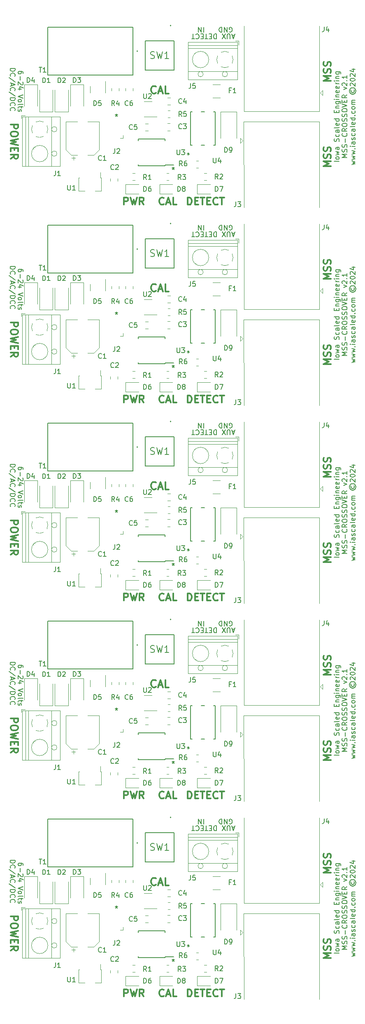
<source format=gto>
G04 #@! TF.GenerationSoftware,KiCad,Pcbnew,6.0.2+dfsg-1*
G04 #@! TF.CreationDate,2024-05-29T15:43:08-06:00*
G04 #@! TF.ProjectId,mss-crossover-array,6d73732d-6372-46f7-9373-6f7665722d61,rev?*
G04 #@! TF.SameCoordinates,Original*
G04 #@! TF.FileFunction,Legend,Top*
G04 #@! TF.FilePolarity,Positive*
%FSLAX46Y46*%
G04 Gerber Fmt 4.6, Leading zero omitted, Abs format (unit mm)*
G04 Created by KiCad (PCBNEW 6.0.2+dfsg-1) date 2024-05-29 15:43:08*
%MOMM*%
%LPD*%
G01*
G04 APERTURE LIST*
%ADD10C,0.300000*%
%ADD11C,0.152400*%
%ADD12C,0.304800*%
%ADD13C,0.150000*%
%ADD14C,0.120000*%
%ADD15C,0.127000*%
%ADD16C,0.200000*%
G04 APERTURE END LIST*
D10*
X136086000Y-64747571D02*
X136086000Y-63247571D01*
X136657428Y-63247571D01*
X136800285Y-63319000D01*
X136871714Y-63390428D01*
X136943142Y-63533285D01*
X136943142Y-63747571D01*
X136871714Y-63890428D01*
X136800285Y-63961857D01*
X136657428Y-64033285D01*
X136086000Y-64033285D01*
X137443142Y-63247571D02*
X137800285Y-64747571D01*
X138086000Y-63676142D01*
X138371714Y-64747571D01*
X138728857Y-63247571D01*
X140157428Y-64747571D02*
X139657428Y-64033285D01*
X139300285Y-64747571D02*
X139300285Y-63247571D01*
X139871714Y-63247571D01*
X140014571Y-63319000D01*
X140086000Y-63390428D01*
X140157428Y-63533285D01*
X140157428Y-63747571D01*
X140086000Y-63890428D01*
X140014571Y-63961857D01*
X139871714Y-64033285D01*
X139300285Y-64033285D01*
X136086000Y-105387571D02*
X136086000Y-103887571D01*
X136657428Y-103887571D01*
X136800285Y-103959000D01*
X136871714Y-104030428D01*
X136943142Y-104173285D01*
X136943142Y-104387571D01*
X136871714Y-104530428D01*
X136800285Y-104601857D01*
X136657428Y-104673285D01*
X136086000Y-104673285D01*
X137443142Y-103887571D02*
X137800285Y-105387571D01*
X138086000Y-104316142D01*
X138371714Y-105387571D01*
X138728857Y-103887571D01*
X140157428Y-105387571D02*
X139657428Y-104673285D01*
X139300285Y-105387571D02*
X139300285Y-103887571D01*
X139871714Y-103887571D01*
X140014571Y-103959000D01*
X140086000Y-104030428D01*
X140157428Y-104173285D01*
X140157428Y-104387571D01*
X140086000Y-104530428D01*
X140014571Y-104601857D01*
X139871714Y-104673285D01*
X139300285Y-104673285D01*
X136086000Y-146027571D02*
X136086000Y-144527571D01*
X136657428Y-144527571D01*
X136800285Y-144599000D01*
X136871714Y-144670428D01*
X136943142Y-144813285D01*
X136943142Y-145027571D01*
X136871714Y-145170428D01*
X136800285Y-145241857D01*
X136657428Y-145313285D01*
X136086000Y-145313285D01*
X137443142Y-144527571D02*
X137800285Y-146027571D01*
X138086000Y-144956142D01*
X138371714Y-146027571D01*
X138728857Y-144527571D01*
X140157428Y-146027571D02*
X139657428Y-145313285D01*
X139300285Y-146027571D02*
X139300285Y-144527571D01*
X139871714Y-144527571D01*
X140014571Y-144599000D01*
X140086000Y-144670428D01*
X140157428Y-144813285D01*
X140157428Y-145027571D01*
X140086000Y-145170428D01*
X140014571Y-145241857D01*
X139871714Y-145313285D01*
X139300285Y-145313285D01*
X136086000Y-186667571D02*
X136086000Y-185167571D01*
X136657428Y-185167571D01*
X136800285Y-185239000D01*
X136871714Y-185310428D01*
X136943142Y-185453285D01*
X136943142Y-185667571D01*
X136871714Y-185810428D01*
X136800285Y-185881857D01*
X136657428Y-185953285D01*
X136086000Y-185953285D01*
X137443142Y-185167571D02*
X137800285Y-186667571D01*
X138086000Y-185596142D01*
X138371714Y-186667571D01*
X138728857Y-185167571D01*
X140157428Y-186667571D02*
X139657428Y-185953285D01*
X139300285Y-186667571D02*
X139300285Y-185167571D01*
X139871714Y-185167571D01*
X140014571Y-185239000D01*
X140086000Y-185310428D01*
X140157428Y-185453285D01*
X140157428Y-185667571D01*
X140086000Y-185810428D01*
X140014571Y-185881857D01*
X139871714Y-185953285D01*
X139300285Y-185953285D01*
X136086000Y-227307571D02*
X136086000Y-225807571D01*
X136657428Y-225807571D01*
X136800285Y-225879000D01*
X136871714Y-225950428D01*
X136943142Y-226093285D01*
X136943142Y-226307571D01*
X136871714Y-226450428D01*
X136800285Y-226521857D01*
X136657428Y-226593285D01*
X136086000Y-226593285D01*
X137443142Y-225807571D02*
X137800285Y-227307571D01*
X138086000Y-226236142D01*
X138371714Y-227307571D01*
X138728857Y-225807571D01*
X140157428Y-227307571D02*
X139657428Y-226593285D01*
X139300285Y-227307571D02*
X139300285Y-225807571D01*
X139871714Y-225807571D01*
X140014571Y-225879000D01*
X140086000Y-225950428D01*
X140157428Y-226093285D01*
X140157428Y-226307571D01*
X140086000Y-226450428D01*
X140014571Y-226521857D01*
X139871714Y-226593285D01*
X139300285Y-226593285D01*
D11*
X152461190Y-28303380D02*
X152461190Y-29319380D01*
X151977380Y-28303380D02*
X151977380Y-29319380D01*
X151396809Y-28303380D01*
X151396809Y-29319380D01*
X152461190Y-109583380D02*
X152461190Y-110599380D01*
X151977380Y-109583380D02*
X151977380Y-110599380D01*
X151396809Y-109583380D01*
X151396809Y-110599380D01*
X152461190Y-68943380D02*
X152461190Y-69959380D01*
X151977380Y-68943380D02*
X151977380Y-69959380D01*
X151396809Y-68943380D01*
X151396809Y-69959380D01*
X152461190Y-150223380D02*
X152461190Y-151239380D01*
X151977380Y-150223380D02*
X151977380Y-151239380D01*
X151396809Y-150223380D01*
X151396809Y-151239380D01*
X152461190Y-190863380D02*
X152461190Y-191879380D01*
X151977380Y-190863380D02*
X151977380Y-191879380D01*
X151396809Y-190863380D01*
X151396809Y-191879380D01*
D10*
X178642571Y-56853571D02*
X177142571Y-56853571D01*
X178214000Y-56353571D01*
X177142571Y-55853571D01*
X178642571Y-55853571D01*
X178571142Y-55210714D02*
X178642571Y-54996428D01*
X178642571Y-54639285D01*
X178571142Y-54496428D01*
X178499714Y-54425000D01*
X178356857Y-54353571D01*
X178214000Y-54353571D01*
X178071142Y-54425000D01*
X177999714Y-54496428D01*
X177928285Y-54639285D01*
X177856857Y-54925000D01*
X177785428Y-55067857D01*
X177714000Y-55139285D01*
X177571142Y-55210714D01*
X177428285Y-55210714D01*
X177285428Y-55139285D01*
X177214000Y-55067857D01*
X177142571Y-54925000D01*
X177142571Y-54567857D01*
X177214000Y-54353571D01*
X178571142Y-53782142D02*
X178642571Y-53567857D01*
X178642571Y-53210714D01*
X178571142Y-53067857D01*
X178499714Y-52996428D01*
X178356857Y-52925000D01*
X178214000Y-52925000D01*
X178071142Y-52996428D01*
X177999714Y-53067857D01*
X177928285Y-53210714D01*
X177856857Y-53496428D01*
X177785428Y-53639285D01*
X177714000Y-53710714D01*
X177571142Y-53782142D01*
X177428285Y-53782142D01*
X177285428Y-53710714D01*
X177214000Y-53639285D01*
X177142571Y-53496428D01*
X177142571Y-53139285D01*
X177214000Y-52925000D01*
X178642571Y-97493571D02*
X177142571Y-97493571D01*
X178214000Y-96993571D01*
X177142571Y-96493571D01*
X178642571Y-96493571D01*
X178571142Y-95850714D02*
X178642571Y-95636428D01*
X178642571Y-95279285D01*
X178571142Y-95136428D01*
X178499714Y-95065000D01*
X178356857Y-94993571D01*
X178214000Y-94993571D01*
X178071142Y-95065000D01*
X177999714Y-95136428D01*
X177928285Y-95279285D01*
X177856857Y-95565000D01*
X177785428Y-95707857D01*
X177714000Y-95779285D01*
X177571142Y-95850714D01*
X177428285Y-95850714D01*
X177285428Y-95779285D01*
X177214000Y-95707857D01*
X177142571Y-95565000D01*
X177142571Y-95207857D01*
X177214000Y-94993571D01*
X178571142Y-94422142D02*
X178642571Y-94207857D01*
X178642571Y-93850714D01*
X178571142Y-93707857D01*
X178499714Y-93636428D01*
X178356857Y-93565000D01*
X178214000Y-93565000D01*
X178071142Y-93636428D01*
X177999714Y-93707857D01*
X177928285Y-93850714D01*
X177856857Y-94136428D01*
X177785428Y-94279285D01*
X177714000Y-94350714D01*
X177571142Y-94422142D01*
X177428285Y-94422142D01*
X177285428Y-94350714D01*
X177214000Y-94279285D01*
X177142571Y-94136428D01*
X177142571Y-93779285D01*
X177214000Y-93565000D01*
X178642571Y-138133571D02*
X177142571Y-138133571D01*
X178214000Y-137633571D01*
X177142571Y-137133571D01*
X178642571Y-137133571D01*
X178571142Y-136490714D02*
X178642571Y-136276428D01*
X178642571Y-135919285D01*
X178571142Y-135776428D01*
X178499714Y-135705000D01*
X178356857Y-135633571D01*
X178214000Y-135633571D01*
X178071142Y-135705000D01*
X177999714Y-135776428D01*
X177928285Y-135919285D01*
X177856857Y-136205000D01*
X177785428Y-136347857D01*
X177714000Y-136419285D01*
X177571142Y-136490714D01*
X177428285Y-136490714D01*
X177285428Y-136419285D01*
X177214000Y-136347857D01*
X177142571Y-136205000D01*
X177142571Y-135847857D01*
X177214000Y-135633571D01*
X178571142Y-135062142D02*
X178642571Y-134847857D01*
X178642571Y-134490714D01*
X178571142Y-134347857D01*
X178499714Y-134276428D01*
X178356857Y-134205000D01*
X178214000Y-134205000D01*
X178071142Y-134276428D01*
X177999714Y-134347857D01*
X177928285Y-134490714D01*
X177856857Y-134776428D01*
X177785428Y-134919285D01*
X177714000Y-134990714D01*
X177571142Y-135062142D01*
X177428285Y-135062142D01*
X177285428Y-134990714D01*
X177214000Y-134919285D01*
X177142571Y-134776428D01*
X177142571Y-134419285D01*
X177214000Y-134205000D01*
X178642571Y-178773571D02*
X177142571Y-178773571D01*
X178214000Y-178273571D01*
X177142571Y-177773571D01*
X178642571Y-177773571D01*
X178571142Y-177130714D02*
X178642571Y-176916428D01*
X178642571Y-176559285D01*
X178571142Y-176416428D01*
X178499714Y-176345000D01*
X178356857Y-176273571D01*
X178214000Y-176273571D01*
X178071142Y-176345000D01*
X177999714Y-176416428D01*
X177928285Y-176559285D01*
X177856857Y-176845000D01*
X177785428Y-176987857D01*
X177714000Y-177059285D01*
X177571142Y-177130714D01*
X177428285Y-177130714D01*
X177285428Y-177059285D01*
X177214000Y-176987857D01*
X177142571Y-176845000D01*
X177142571Y-176487857D01*
X177214000Y-176273571D01*
X178571142Y-175702142D02*
X178642571Y-175487857D01*
X178642571Y-175130714D01*
X178571142Y-174987857D01*
X178499714Y-174916428D01*
X178356857Y-174845000D01*
X178214000Y-174845000D01*
X178071142Y-174916428D01*
X177999714Y-174987857D01*
X177928285Y-175130714D01*
X177856857Y-175416428D01*
X177785428Y-175559285D01*
X177714000Y-175630714D01*
X177571142Y-175702142D01*
X177428285Y-175702142D01*
X177285428Y-175630714D01*
X177214000Y-175559285D01*
X177142571Y-175416428D01*
X177142571Y-175059285D01*
X177214000Y-174845000D01*
X178642571Y-219413571D02*
X177142571Y-219413571D01*
X178214000Y-218913571D01*
X177142571Y-218413571D01*
X178642571Y-218413571D01*
X178571142Y-217770714D02*
X178642571Y-217556428D01*
X178642571Y-217199285D01*
X178571142Y-217056428D01*
X178499714Y-216985000D01*
X178356857Y-216913571D01*
X178214000Y-216913571D01*
X178071142Y-216985000D01*
X177999714Y-217056428D01*
X177928285Y-217199285D01*
X177856857Y-217485000D01*
X177785428Y-217627857D01*
X177714000Y-217699285D01*
X177571142Y-217770714D01*
X177428285Y-217770714D01*
X177285428Y-217699285D01*
X177214000Y-217627857D01*
X177142571Y-217485000D01*
X177142571Y-217127857D01*
X177214000Y-216913571D01*
X178571142Y-216342142D02*
X178642571Y-216127857D01*
X178642571Y-215770714D01*
X178571142Y-215627857D01*
X178499714Y-215556428D01*
X178356857Y-215485000D01*
X178214000Y-215485000D01*
X178071142Y-215556428D01*
X177999714Y-215627857D01*
X177928285Y-215770714D01*
X177856857Y-216056428D01*
X177785428Y-216199285D01*
X177714000Y-216270714D01*
X177571142Y-216342142D01*
X177428285Y-216342142D01*
X177285428Y-216270714D01*
X177214000Y-216199285D01*
X177142571Y-216056428D01*
X177142571Y-215699285D01*
X177214000Y-215485000D01*
D11*
X158823285Y-29990666D02*
X158339476Y-29990666D01*
X158920047Y-29700380D02*
X158581380Y-30716380D01*
X158242714Y-29700380D01*
X157904047Y-30716380D02*
X157904047Y-29893904D01*
X157855666Y-29797142D01*
X157807285Y-29748761D01*
X157710523Y-29700380D01*
X157517000Y-29700380D01*
X157420238Y-29748761D01*
X157371857Y-29797142D01*
X157323476Y-29893904D01*
X157323476Y-30716380D01*
X156936428Y-30716380D02*
X156259095Y-29700380D01*
X156259095Y-30716380D02*
X156936428Y-29700380D01*
X155097952Y-29700380D02*
X155097952Y-30716380D01*
X154856047Y-30716380D01*
X154710904Y-30668000D01*
X154614142Y-30571238D01*
X154565761Y-30474476D01*
X154517380Y-30280952D01*
X154517380Y-30135809D01*
X154565761Y-29942285D01*
X154614142Y-29845523D01*
X154710904Y-29748761D01*
X154856047Y-29700380D01*
X155097952Y-29700380D01*
X154081952Y-30232571D02*
X153743285Y-30232571D01*
X153598142Y-29700380D02*
X154081952Y-29700380D01*
X154081952Y-30716380D01*
X153598142Y-30716380D01*
X153307857Y-30716380D02*
X152727285Y-30716380D01*
X153017571Y-29700380D02*
X153017571Y-30716380D01*
X152388619Y-30232571D02*
X152049952Y-30232571D01*
X151904809Y-29700380D02*
X152388619Y-29700380D01*
X152388619Y-30716380D01*
X151904809Y-30716380D01*
X150888809Y-29797142D02*
X150937190Y-29748761D01*
X151082333Y-29700380D01*
X151179095Y-29700380D01*
X151324238Y-29748761D01*
X151421000Y-29845523D01*
X151469380Y-29942285D01*
X151517761Y-30135809D01*
X151517761Y-30280952D01*
X151469380Y-30474476D01*
X151421000Y-30571238D01*
X151324238Y-30668000D01*
X151179095Y-30716380D01*
X151082333Y-30716380D01*
X150937190Y-30668000D01*
X150888809Y-30619619D01*
X150598523Y-30716380D02*
X150017952Y-30716380D01*
X150308238Y-29700380D02*
X150308238Y-30716380D01*
X158823285Y-70630666D02*
X158339476Y-70630666D01*
X158920047Y-70340380D02*
X158581380Y-71356380D01*
X158242714Y-70340380D01*
X157904047Y-71356380D02*
X157904047Y-70533904D01*
X157855666Y-70437142D01*
X157807285Y-70388761D01*
X157710523Y-70340380D01*
X157517000Y-70340380D01*
X157420238Y-70388761D01*
X157371857Y-70437142D01*
X157323476Y-70533904D01*
X157323476Y-71356380D01*
X156936428Y-71356380D02*
X156259095Y-70340380D01*
X156259095Y-71356380D02*
X156936428Y-70340380D01*
X155097952Y-70340380D02*
X155097952Y-71356380D01*
X154856047Y-71356380D01*
X154710904Y-71308000D01*
X154614142Y-71211238D01*
X154565761Y-71114476D01*
X154517380Y-70920952D01*
X154517380Y-70775809D01*
X154565761Y-70582285D01*
X154614142Y-70485523D01*
X154710904Y-70388761D01*
X154856047Y-70340380D01*
X155097952Y-70340380D01*
X154081952Y-70872571D02*
X153743285Y-70872571D01*
X153598142Y-70340380D02*
X154081952Y-70340380D01*
X154081952Y-71356380D01*
X153598142Y-71356380D01*
X153307857Y-71356380D02*
X152727285Y-71356380D01*
X153017571Y-70340380D02*
X153017571Y-71356380D01*
X152388619Y-70872571D02*
X152049952Y-70872571D01*
X151904809Y-70340380D02*
X152388619Y-70340380D01*
X152388619Y-71356380D01*
X151904809Y-71356380D01*
X150888809Y-70437142D02*
X150937190Y-70388761D01*
X151082333Y-70340380D01*
X151179095Y-70340380D01*
X151324238Y-70388761D01*
X151421000Y-70485523D01*
X151469380Y-70582285D01*
X151517761Y-70775809D01*
X151517761Y-70920952D01*
X151469380Y-71114476D01*
X151421000Y-71211238D01*
X151324238Y-71308000D01*
X151179095Y-71356380D01*
X151082333Y-71356380D01*
X150937190Y-71308000D01*
X150888809Y-71259619D01*
X150598523Y-71356380D02*
X150017952Y-71356380D01*
X150308238Y-70340380D02*
X150308238Y-71356380D01*
X158823285Y-151910666D02*
X158339476Y-151910666D01*
X158920047Y-151620380D02*
X158581380Y-152636380D01*
X158242714Y-151620380D01*
X157904047Y-152636380D02*
X157904047Y-151813904D01*
X157855666Y-151717142D01*
X157807285Y-151668761D01*
X157710523Y-151620380D01*
X157517000Y-151620380D01*
X157420238Y-151668761D01*
X157371857Y-151717142D01*
X157323476Y-151813904D01*
X157323476Y-152636380D01*
X156936428Y-152636380D02*
X156259095Y-151620380D01*
X156259095Y-152636380D02*
X156936428Y-151620380D01*
X155097952Y-151620380D02*
X155097952Y-152636380D01*
X154856047Y-152636380D01*
X154710904Y-152588000D01*
X154614142Y-152491238D01*
X154565761Y-152394476D01*
X154517380Y-152200952D01*
X154517380Y-152055809D01*
X154565761Y-151862285D01*
X154614142Y-151765523D01*
X154710904Y-151668761D01*
X154856047Y-151620380D01*
X155097952Y-151620380D01*
X154081952Y-152152571D02*
X153743285Y-152152571D01*
X153598142Y-151620380D02*
X154081952Y-151620380D01*
X154081952Y-152636380D01*
X153598142Y-152636380D01*
X153307857Y-152636380D02*
X152727285Y-152636380D01*
X153017571Y-151620380D02*
X153017571Y-152636380D01*
X152388619Y-152152571D02*
X152049952Y-152152571D01*
X151904809Y-151620380D02*
X152388619Y-151620380D01*
X152388619Y-152636380D01*
X151904809Y-152636380D01*
X150888809Y-151717142D02*
X150937190Y-151668761D01*
X151082333Y-151620380D01*
X151179095Y-151620380D01*
X151324238Y-151668761D01*
X151421000Y-151765523D01*
X151469380Y-151862285D01*
X151517761Y-152055809D01*
X151517761Y-152200952D01*
X151469380Y-152394476D01*
X151421000Y-152491238D01*
X151324238Y-152588000D01*
X151179095Y-152636380D01*
X151082333Y-152636380D01*
X150937190Y-152588000D01*
X150888809Y-152539619D01*
X150598523Y-152636380D02*
X150017952Y-152636380D01*
X150308238Y-151620380D02*
X150308238Y-152636380D01*
X158823285Y-111270666D02*
X158339476Y-111270666D01*
X158920047Y-110980380D02*
X158581380Y-111996380D01*
X158242714Y-110980380D01*
X157904047Y-111996380D02*
X157904047Y-111173904D01*
X157855666Y-111077142D01*
X157807285Y-111028761D01*
X157710523Y-110980380D01*
X157517000Y-110980380D01*
X157420238Y-111028761D01*
X157371857Y-111077142D01*
X157323476Y-111173904D01*
X157323476Y-111996380D01*
X156936428Y-111996380D02*
X156259095Y-110980380D01*
X156259095Y-111996380D02*
X156936428Y-110980380D01*
X155097952Y-110980380D02*
X155097952Y-111996380D01*
X154856047Y-111996380D01*
X154710904Y-111948000D01*
X154614142Y-111851238D01*
X154565761Y-111754476D01*
X154517380Y-111560952D01*
X154517380Y-111415809D01*
X154565761Y-111222285D01*
X154614142Y-111125523D01*
X154710904Y-111028761D01*
X154856047Y-110980380D01*
X155097952Y-110980380D01*
X154081952Y-111512571D02*
X153743285Y-111512571D01*
X153598142Y-110980380D02*
X154081952Y-110980380D01*
X154081952Y-111996380D01*
X153598142Y-111996380D01*
X153307857Y-111996380D02*
X152727285Y-111996380D01*
X153017571Y-110980380D02*
X153017571Y-111996380D01*
X152388619Y-111512571D02*
X152049952Y-111512571D01*
X151904809Y-110980380D02*
X152388619Y-110980380D01*
X152388619Y-111996380D01*
X151904809Y-111996380D01*
X150888809Y-111077142D02*
X150937190Y-111028761D01*
X151082333Y-110980380D01*
X151179095Y-110980380D01*
X151324238Y-111028761D01*
X151421000Y-111125523D01*
X151469380Y-111222285D01*
X151517761Y-111415809D01*
X151517761Y-111560952D01*
X151469380Y-111754476D01*
X151421000Y-111851238D01*
X151324238Y-111948000D01*
X151179095Y-111996380D01*
X151082333Y-111996380D01*
X150937190Y-111948000D01*
X150888809Y-111899619D01*
X150598523Y-111996380D02*
X150017952Y-111996380D01*
X150308238Y-110980380D02*
X150308238Y-111996380D01*
X158823285Y-192550666D02*
X158339476Y-192550666D01*
X158920047Y-192260380D02*
X158581380Y-193276380D01*
X158242714Y-192260380D01*
X157904047Y-193276380D02*
X157904047Y-192453904D01*
X157855666Y-192357142D01*
X157807285Y-192308761D01*
X157710523Y-192260380D01*
X157517000Y-192260380D01*
X157420238Y-192308761D01*
X157371857Y-192357142D01*
X157323476Y-192453904D01*
X157323476Y-193276380D01*
X156936428Y-193276380D02*
X156259095Y-192260380D01*
X156259095Y-193276380D02*
X156936428Y-192260380D01*
X155097952Y-192260380D02*
X155097952Y-193276380D01*
X154856047Y-193276380D01*
X154710904Y-193228000D01*
X154614142Y-193131238D01*
X154565761Y-193034476D01*
X154517380Y-192840952D01*
X154517380Y-192695809D01*
X154565761Y-192502285D01*
X154614142Y-192405523D01*
X154710904Y-192308761D01*
X154856047Y-192260380D01*
X155097952Y-192260380D01*
X154081952Y-192792571D02*
X153743285Y-192792571D01*
X153598142Y-192260380D02*
X154081952Y-192260380D01*
X154081952Y-193276380D01*
X153598142Y-193276380D01*
X153307857Y-193276380D02*
X152727285Y-193276380D01*
X153017571Y-192260380D02*
X153017571Y-193276380D01*
X152388619Y-192792571D02*
X152049952Y-192792571D01*
X151904809Y-192260380D02*
X152388619Y-192260380D01*
X152388619Y-193276380D01*
X151904809Y-193276380D01*
X150888809Y-192357142D02*
X150937190Y-192308761D01*
X151082333Y-192260380D01*
X151179095Y-192260380D01*
X151324238Y-192308761D01*
X151421000Y-192405523D01*
X151469380Y-192502285D01*
X151517761Y-192695809D01*
X151517761Y-192840952D01*
X151469380Y-193034476D01*
X151421000Y-193131238D01*
X151324238Y-193228000D01*
X151179095Y-193276380D01*
X151082333Y-193276380D01*
X150937190Y-193228000D01*
X150888809Y-193179619D01*
X150598523Y-193276380D02*
X150017952Y-193276380D01*
X150308238Y-192260380D02*
X150308238Y-193276380D01*
D10*
X112769428Y-48285714D02*
X114269428Y-48285714D01*
X114269428Y-48857142D01*
X114198000Y-49000000D01*
X114126571Y-49071428D01*
X113983714Y-49142857D01*
X113769428Y-49142857D01*
X113626571Y-49071428D01*
X113555142Y-49000000D01*
X113483714Y-48857142D01*
X113483714Y-48285714D01*
X114269428Y-50071428D02*
X114269428Y-50357142D01*
X114198000Y-50500000D01*
X114055142Y-50642857D01*
X113769428Y-50714285D01*
X113269428Y-50714285D01*
X112983714Y-50642857D01*
X112840857Y-50500000D01*
X112769428Y-50357142D01*
X112769428Y-50071428D01*
X112840857Y-49928571D01*
X112983714Y-49785714D01*
X113269428Y-49714285D01*
X113769428Y-49714285D01*
X114055142Y-49785714D01*
X114198000Y-49928571D01*
X114269428Y-50071428D01*
X114269428Y-51214285D02*
X112769428Y-51571428D01*
X113840857Y-51857142D01*
X112769428Y-52142857D01*
X114269428Y-52500000D01*
X113555142Y-53071428D02*
X113555142Y-53571428D01*
X112769428Y-53785714D02*
X112769428Y-53071428D01*
X114269428Y-53071428D01*
X114269428Y-53785714D01*
X112769428Y-55285714D02*
X113483714Y-54785714D01*
X112769428Y-54428571D02*
X114269428Y-54428571D01*
X114269428Y-55000000D01*
X114198000Y-55142857D01*
X114126571Y-55214285D01*
X113983714Y-55285714D01*
X113769428Y-55285714D01*
X113626571Y-55214285D01*
X113555142Y-55142857D01*
X113483714Y-55000000D01*
X113483714Y-54428571D01*
X112769428Y-88925714D02*
X114269428Y-88925714D01*
X114269428Y-89497142D01*
X114198000Y-89640000D01*
X114126571Y-89711428D01*
X113983714Y-89782857D01*
X113769428Y-89782857D01*
X113626571Y-89711428D01*
X113555142Y-89640000D01*
X113483714Y-89497142D01*
X113483714Y-88925714D01*
X114269428Y-90711428D02*
X114269428Y-90997142D01*
X114198000Y-91140000D01*
X114055142Y-91282857D01*
X113769428Y-91354285D01*
X113269428Y-91354285D01*
X112983714Y-91282857D01*
X112840857Y-91140000D01*
X112769428Y-90997142D01*
X112769428Y-90711428D01*
X112840857Y-90568571D01*
X112983714Y-90425714D01*
X113269428Y-90354285D01*
X113769428Y-90354285D01*
X114055142Y-90425714D01*
X114198000Y-90568571D01*
X114269428Y-90711428D01*
X114269428Y-91854285D02*
X112769428Y-92211428D01*
X113840857Y-92497142D01*
X112769428Y-92782857D01*
X114269428Y-93140000D01*
X113555142Y-93711428D02*
X113555142Y-94211428D01*
X112769428Y-94425714D02*
X112769428Y-93711428D01*
X114269428Y-93711428D01*
X114269428Y-94425714D01*
X112769428Y-95925714D02*
X113483714Y-95425714D01*
X112769428Y-95068571D02*
X114269428Y-95068571D01*
X114269428Y-95640000D01*
X114198000Y-95782857D01*
X114126571Y-95854285D01*
X113983714Y-95925714D01*
X113769428Y-95925714D01*
X113626571Y-95854285D01*
X113555142Y-95782857D01*
X113483714Y-95640000D01*
X113483714Y-95068571D01*
X112769428Y-170205714D02*
X114269428Y-170205714D01*
X114269428Y-170777142D01*
X114198000Y-170920000D01*
X114126571Y-170991428D01*
X113983714Y-171062857D01*
X113769428Y-171062857D01*
X113626571Y-170991428D01*
X113555142Y-170920000D01*
X113483714Y-170777142D01*
X113483714Y-170205714D01*
X114269428Y-171991428D02*
X114269428Y-172277142D01*
X114198000Y-172420000D01*
X114055142Y-172562857D01*
X113769428Y-172634285D01*
X113269428Y-172634285D01*
X112983714Y-172562857D01*
X112840857Y-172420000D01*
X112769428Y-172277142D01*
X112769428Y-171991428D01*
X112840857Y-171848571D01*
X112983714Y-171705714D01*
X113269428Y-171634285D01*
X113769428Y-171634285D01*
X114055142Y-171705714D01*
X114198000Y-171848571D01*
X114269428Y-171991428D01*
X114269428Y-173134285D02*
X112769428Y-173491428D01*
X113840857Y-173777142D01*
X112769428Y-174062857D01*
X114269428Y-174420000D01*
X113555142Y-174991428D02*
X113555142Y-175491428D01*
X112769428Y-175705714D02*
X112769428Y-174991428D01*
X114269428Y-174991428D01*
X114269428Y-175705714D01*
X112769428Y-177205714D02*
X113483714Y-176705714D01*
X112769428Y-176348571D02*
X114269428Y-176348571D01*
X114269428Y-176920000D01*
X114198000Y-177062857D01*
X114126571Y-177134285D01*
X113983714Y-177205714D01*
X113769428Y-177205714D01*
X113626571Y-177134285D01*
X113555142Y-177062857D01*
X113483714Y-176920000D01*
X113483714Y-176348571D01*
X112769428Y-129565714D02*
X114269428Y-129565714D01*
X114269428Y-130137142D01*
X114198000Y-130280000D01*
X114126571Y-130351428D01*
X113983714Y-130422857D01*
X113769428Y-130422857D01*
X113626571Y-130351428D01*
X113555142Y-130280000D01*
X113483714Y-130137142D01*
X113483714Y-129565714D01*
X114269428Y-131351428D02*
X114269428Y-131637142D01*
X114198000Y-131780000D01*
X114055142Y-131922857D01*
X113769428Y-131994285D01*
X113269428Y-131994285D01*
X112983714Y-131922857D01*
X112840857Y-131780000D01*
X112769428Y-131637142D01*
X112769428Y-131351428D01*
X112840857Y-131208571D01*
X112983714Y-131065714D01*
X113269428Y-130994285D01*
X113769428Y-130994285D01*
X114055142Y-131065714D01*
X114198000Y-131208571D01*
X114269428Y-131351428D01*
X114269428Y-132494285D02*
X112769428Y-132851428D01*
X113840857Y-133137142D01*
X112769428Y-133422857D01*
X114269428Y-133780000D01*
X113555142Y-134351428D02*
X113555142Y-134851428D01*
X112769428Y-135065714D02*
X112769428Y-134351428D01*
X114269428Y-134351428D01*
X114269428Y-135065714D01*
X112769428Y-136565714D02*
X113483714Y-136065714D01*
X112769428Y-135708571D02*
X114269428Y-135708571D01*
X114269428Y-136280000D01*
X114198000Y-136422857D01*
X114126571Y-136494285D01*
X113983714Y-136565714D01*
X113769428Y-136565714D01*
X113626571Y-136494285D01*
X113555142Y-136422857D01*
X113483714Y-136280000D01*
X113483714Y-135708571D01*
X112769428Y-210845714D02*
X114269428Y-210845714D01*
X114269428Y-211417142D01*
X114198000Y-211560000D01*
X114126571Y-211631428D01*
X113983714Y-211702857D01*
X113769428Y-211702857D01*
X113626571Y-211631428D01*
X113555142Y-211560000D01*
X113483714Y-211417142D01*
X113483714Y-210845714D01*
X114269428Y-212631428D02*
X114269428Y-212917142D01*
X114198000Y-213060000D01*
X114055142Y-213202857D01*
X113769428Y-213274285D01*
X113269428Y-213274285D01*
X112983714Y-213202857D01*
X112840857Y-213060000D01*
X112769428Y-212917142D01*
X112769428Y-212631428D01*
X112840857Y-212488571D01*
X112983714Y-212345714D01*
X113269428Y-212274285D01*
X113769428Y-212274285D01*
X114055142Y-212345714D01*
X114198000Y-212488571D01*
X114269428Y-212631428D01*
X114269428Y-213774285D02*
X112769428Y-214131428D01*
X113840857Y-214417142D01*
X112769428Y-214702857D01*
X114269428Y-215060000D01*
X113555142Y-215631428D02*
X113555142Y-216131428D01*
X112769428Y-216345714D02*
X112769428Y-215631428D01*
X114269428Y-215631428D01*
X114269428Y-216345714D01*
X112769428Y-217845714D02*
X113483714Y-217345714D01*
X112769428Y-216988571D02*
X114269428Y-216988571D01*
X114269428Y-217560000D01*
X114198000Y-217702857D01*
X114126571Y-217774285D01*
X113983714Y-217845714D01*
X113769428Y-217845714D01*
X113626571Y-217774285D01*
X113555142Y-217702857D01*
X113483714Y-217560000D01*
X113483714Y-216988571D01*
X178642571Y-39327571D02*
X177142571Y-39327571D01*
X178214000Y-38827571D01*
X177142571Y-38327571D01*
X178642571Y-38327571D01*
X178571142Y-37684714D02*
X178642571Y-37470428D01*
X178642571Y-37113285D01*
X178571142Y-36970428D01*
X178499714Y-36899000D01*
X178356857Y-36827571D01*
X178214000Y-36827571D01*
X178071142Y-36899000D01*
X177999714Y-36970428D01*
X177928285Y-37113285D01*
X177856857Y-37399000D01*
X177785428Y-37541857D01*
X177714000Y-37613285D01*
X177571142Y-37684714D01*
X177428285Y-37684714D01*
X177285428Y-37613285D01*
X177214000Y-37541857D01*
X177142571Y-37399000D01*
X177142571Y-37041857D01*
X177214000Y-36827571D01*
X178571142Y-36256142D02*
X178642571Y-36041857D01*
X178642571Y-35684714D01*
X178571142Y-35541857D01*
X178499714Y-35470428D01*
X178356857Y-35399000D01*
X178214000Y-35399000D01*
X178071142Y-35470428D01*
X177999714Y-35541857D01*
X177928285Y-35684714D01*
X177856857Y-35970428D01*
X177785428Y-36113285D01*
X177714000Y-36184714D01*
X177571142Y-36256142D01*
X177428285Y-36256142D01*
X177285428Y-36184714D01*
X177214000Y-36113285D01*
X177142571Y-35970428D01*
X177142571Y-35613285D01*
X177214000Y-35399000D01*
X178642571Y-79967571D02*
X177142571Y-79967571D01*
X178214000Y-79467571D01*
X177142571Y-78967571D01*
X178642571Y-78967571D01*
X178571142Y-78324714D02*
X178642571Y-78110428D01*
X178642571Y-77753285D01*
X178571142Y-77610428D01*
X178499714Y-77539000D01*
X178356857Y-77467571D01*
X178214000Y-77467571D01*
X178071142Y-77539000D01*
X177999714Y-77610428D01*
X177928285Y-77753285D01*
X177856857Y-78039000D01*
X177785428Y-78181857D01*
X177714000Y-78253285D01*
X177571142Y-78324714D01*
X177428285Y-78324714D01*
X177285428Y-78253285D01*
X177214000Y-78181857D01*
X177142571Y-78039000D01*
X177142571Y-77681857D01*
X177214000Y-77467571D01*
X178571142Y-76896142D02*
X178642571Y-76681857D01*
X178642571Y-76324714D01*
X178571142Y-76181857D01*
X178499714Y-76110428D01*
X178356857Y-76039000D01*
X178214000Y-76039000D01*
X178071142Y-76110428D01*
X177999714Y-76181857D01*
X177928285Y-76324714D01*
X177856857Y-76610428D01*
X177785428Y-76753285D01*
X177714000Y-76824714D01*
X177571142Y-76896142D01*
X177428285Y-76896142D01*
X177285428Y-76824714D01*
X177214000Y-76753285D01*
X177142571Y-76610428D01*
X177142571Y-76253285D01*
X177214000Y-76039000D01*
X178642571Y-120607571D02*
X177142571Y-120607571D01*
X178214000Y-120107571D01*
X177142571Y-119607571D01*
X178642571Y-119607571D01*
X178571142Y-118964714D02*
X178642571Y-118750428D01*
X178642571Y-118393285D01*
X178571142Y-118250428D01*
X178499714Y-118179000D01*
X178356857Y-118107571D01*
X178214000Y-118107571D01*
X178071142Y-118179000D01*
X177999714Y-118250428D01*
X177928285Y-118393285D01*
X177856857Y-118679000D01*
X177785428Y-118821857D01*
X177714000Y-118893285D01*
X177571142Y-118964714D01*
X177428285Y-118964714D01*
X177285428Y-118893285D01*
X177214000Y-118821857D01*
X177142571Y-118679000D01*
X177142571Y-118321857D01*
X177214000Y-118107571D01*
X178571142Y-117536142D02*
X178642571Y-117321857D01*
X178642571Y-116964714D01*
X178571142Y-116821857D01*
X178499714Y-116750428D01*
X178356857Y-116679000D01*
X178214000Y-116679000D01*
X178071142Y-116750428D01*
X177999714Y-116821857D01*
X177928285Y-116964714D01*
X177856857Y-117250428D01*
X177785428Y-117393285D01*
X177714000Y-117464714D01*
X177571142Y-117536142D01*
X177428285Y-117536142D01*
X177285428Y-117464714D01*
X177214000Y-117393285D01*
X177142571Y-117250428D01*
X177142571Y-116893285D01*
X177214000Y-116679000D01*
X178642571Y-161247571D02*
X177142571Y-161247571D01*
X178214000Y-160747571D01*
X177142571Y-160247571D01*
X178642571Y-160247571D01*
X178571142Y-159604714D02*
X178642571Y-159390428D01*
X178642571Y-159033285D01*
X178571142Y-158890428D01*
X178499714Y-158819000D01*
X178356857Y-158747571D01*
X178214000Y-158747571D01*
X178071142Y-158819000D01*
X177999714Y-158890428D01*
X177928285Y-159033285D01*
X177856857Y-159319000D01*
X177785428Y-159461857D01*
X177714000Y-159533285D01*
X177571142Y-159604714D01*
X177428285Y-159604714D01*
X177285428Y-159533285D01*
X177214000Y-159461857D01*
X177142571Y-159319000D01*
X177142571Y-158961857D01*
X177214000Y-158747571D01*
X178571142Y-158176142D02*
X178642571Y-157961857D01*
X178642571Y-157604714D01*
X178571142Y-157461857D01*
X178499714Y-157390428D01*
X178356857Y-157319000D01*
X178214000Y-157319000D01*
X178071142Y-157390428D01*
X177999714Y-157461857D01*
X177928285Y-157604714D01*
X177856857Y-157890428D01*
X177785428Y-158033285D01*
X177714000Y-158104714D01*
X177571142Y-158176142D01*
X177428285Y-158176142D01*
X177285428Y-158104714D01*
X177214000Y-158033285D01*
X177142571Y-157890428D01*
X177142571Y-157533285D01*
X177214000Y-157319000D01*
X178642571Y-201887571D02*
X177142571Y-201887571D01*
X178214000Y-201387571D01*
X177142571Y-200887571D01*
X178642571Y-200887571D01*
X178571142Y-200244714D02*
X178642571Y-200030428D01*
X178642571Y-199673285D01*
X178571142Y-199530428D01*
X178499714Y-199459000D01*
X178356857Y-199387571D01*
X178214000Y-199387571D01*
X178071142Y-199459000D01*
X177999714Y-199530428D01*
X177928285Y-199673285D01*
X177856857Y-199959000D01*
X177785428Y-200101857D01*
X177714000Y-200173285D01*
X177571142Y-200244714D01*
X177428285Y-200244714D01*
X177285428Y-200173285D01*
X177214000Y-200101857D01*
X177142571Y-199959000D01*
X177142571Y-199601857D01*
X177214000Y-199387571D01*
X178571142Y-198816142D02*
X178642571Y-198601857D01*
X178642571Y-198244714D01*
X178571142Y-198101857D01*
X178499714Y-198030428D01*
X178356857Y-197959000D01*
X178214000Y-197959000D01*
X178071142Y-198030428D01*
X177999714Y-198101857D01*
X177928285Y-198244714D01*
X177856857Y-198530428D01*
X177785428Y-198673285D01*
X177714000Y-198744714D01*
X177571142Y-198816142D01*
X177428285Y-198816142D01*
X177285428Y-198744714D01*
X177214000Y-198673285D01*
X177142571Y-198530428D01*
X177142571Y-198173285D01*
X177214000Y-197959000D01*
D12*
X142621714Y-41753285D02*
X142549142Y-41825857D01*
X142331428Y-41898428D01*
X142186285Y-41898428D01*
X141968571Y-41825857D01*
X141823428Y-41680714D01*
X141750857Y-41535571D01*
X141678285Y-41245285D01*
X141678285Y-41027571D01*
X141750857Y-40737285D01*
X141823428Y-40592142D01*
X141968571Y-40447000D01*
X142186285Y-40374428D01*
X142331428Y-40374428D01*
X142549142Y-40447000D01*
X142621714Y-40519571D01*
X143202285Y-41463000D02*
X143928000Y-41463000D01*
X143057142Y-41898428D02*
X143565142Y-40374428D01*
X144073142Y-41898428D01*
X145306857Y-41898428D02*
X144581142Y-41898428D01*
X144581142Y-40374428D01*
X142621714Y-82393285D02*
X142549142Y-82465857D01*
X142331428Y-82538428D01*
X142186285Y-82538428D01*
X141968571Y-82465857D01*
X141823428Y-82320714D01*
X141750857Y-82175571D01*
X141678285Y-81885285D01*
X141678285Y-81667571D01*
X141750857Y-81377285D01*
X141823428Y-81232142D01*
X141968571Y-81087000D01*
X142186285Y-81014428D01*
X142331428Y-81014428D01*
X142549142Y-81087000D01*
X142621714Y-81159571D01*
X143202285Y-82103000D02*
X143928000Y-82103000D01*
X143057142Y-82538428D02*
X143565142Y-81014428D01*
X144073142Y-82538428D01*
X145306857Y-82538428D02*
X144581142Y-82538428D01*
X144581142Y-81014428D01*
X142621714Y-123033285D02*
X142549142Y-123105857D01*
X142331428Y-123178428D01*
X142186285Y-123178428D01*
X141968571Y-123105857D01*
X141823428Y-122960714D01*
X141750857Y-122815571D01*
X141678285Y-122525285D01*
X141678285Y-122307571D01*
X141750857Y-122017285D01*
X141823428Y-121872142D01*
X141968571Y-121727000D01*
X142186285Y-121654428D01*
X142331428Y-121654428D01*
X142549142Y-121727000D01*
X142621714Y-121799571D01*
X143202285Y-122743000D02*
X143928000Y-122743000D01*
X143057142Y-123178428D02*
X143565142Y-121654428D01*
X144073142Y-123178428D01*
X145306857Y-123178428D02*
X144581142Y-123178428D01*
X144581142Y-121654428D01*
X142621714Y-204313285D02*
X142549142Y-204385857D01*
X142331428Y-204458428D01*
X142186285Y-204458428D01*
X141968571Y-204385857D01*
X141823428Y-204240714D01*
X141750857Y-204095571D01*
X141678285Y-203805285D01*
X141678285Y-203587571D01*
X141750857Y-203297285D01*
X141823428Y-203152142D01*
X141968571Y-203007000D01*
X142186285Y-202934428D01*
X142331428Y-202934428D01*
X142549142Y-203007000D01*
X142621714Y-203079571D01*
X143202285Y-204023000D02*
X143928000Y-204023000D01*
X143057142Y-204458428D02*
X143565142Y-202934428D01*
X144073142Y-204458428D01*
X145306857Y-204458428D02*
X144581142Y-204458428D01*
X144581142Y-202934428D01*
X142621714Y-163673285D02*
X142549142Y-163745857D01*
X142331428Y-163818428D01*
X142186285Y-163818428D01*
X141968571Y-163745857D01*
X141823428Y-163600714D01*
X141750857Y-163455571D01*
X141678285Y-163165285D01*
X141678285Y-162947571D01*
X141750857Y-162657285D01*
X141823428Y-162512142D01*
X141968571Y-162367000D01*
X142186285Y-162294428D01*
X142331428Y-162294428D01*
X142549142Y-162367000D01*
X142621714Y-162439571D01*
X143202285Y-163383000D02*
X143928000Y-163383000D01*
X143057142Y-163818428D02*
X143565142Y-162294428D01*
X144073142Y-163818428D01*
X145306857Y-163818428D02*
X144581142Y-163818428D01*
X144581142Y-162294428D01*
D11*
X180343859Y-55862380D02*
X179327859Y-55862380D01*
X180343859Y-55233428D02*
X180295478Y-55330190D01*
X180247097Y-55378571D01*
X180150335Y-55426952D01*
X179860049Y-55426952D01*
X179763287Y-55378571D01*
X179714906Y-55330190D01*
X179666525Y-55233428D01*
X179666525Y-55088285D01*
X179714906Y-54991523D01*
X179763287Y-54943142D01*
X179860049Y-54894761D01*
X180150335Y-54894761D01*
X180247097Y-54943142D01*
X180295478Y-54991523D01*
X180343859Y-55088285D01*
X180343859Y-55233428D01*
X179666525Y-54556095D02*
X180343859Y-54362571D01*
X179860049Y-54169047D01*
X180343859Y-53975523D01*
X179666525Y-53782000D01*
X180343859Y-52959523D02*
X179811668Y-52959523D01*
X179714906Y-53007904D01*
X179666525Y-53104666D01*
X179666525Y-53298190D01*
X179714906Y-53394952D01*
X180295478Y-52959523D02*
X180343859Y-53056285D01*
X180343859Y-53298190D01*
X180295478Y-53394952D01*
X180198716Y-53443333D01*
X180101954Y-53443333D01*
X180005192Y-53394952D01*
X179956811Y-53298190D01*
X179956811Y-53056285D01*
X179908430Y-52959523D01*
X180295478Y-51750000D02*
X180343859Y-51604857D01*
X180343859Y-51362952D01*
X180295478Y-51266190D01*
X180247097Y-51217809D01*
X180150335Y-51169428D01*
X180053573Y-51169428D01*
X179956811Y-51217809D01*
X179908430Y-51266190D01*
X179860049Y-51362952D01*
X179811668Y-51556476D01*
X179763287Y-51653238D01*
X179714906Y-51701619D01*
X179618144Y-51750000D01*
X179521382Y-51750000D01*
X179424620Y-51701619D01*
X179376240Y-51653238D01*
X179327859Y-51556476D01*
X179327859Y-51314571D01*
X179376240Y-51169428D01*
X180295478Y-50298571D02*
X180343859Y-50395333D01*
X180343859Y-50588857D01*
X180295478Y-50685619D01*
X180247097Y-50734000D01*
X180150335Y-50782380D01*
X179860049Y-50782380D01*
X179763287Y-50734000D01*
X179714906Y-50685619D01*
X179666525Y-50588857D01*
X179666525Y-50395333D01*
X179714906Y-50298571D01*
X180343859Y-49427714D02*
X179811668Y-49427714D01*
X179714906Y-49476095D01*
X179666525Y-49572857D01*
X179666525Y-49766380D01*
X179714906Y-49863142D01*
X180295478Y-49427714D02*
X180343859Y-49524476D01*
X180343859Y-49766380D01*
X180295478Y-49863142D01*
X180198716Y-49911523D01*
X180101954Y-49911523D01*
X180005192Y-49863142D01*
X179956811Y-49766380D01*
X179956811Y-49524476D01*
X179908430Y-49427714D01*
X180343859Y-48798761D02*
X180295478Y-48895523D01*
X180198716Y-48943904D01*
X179327859Y-48943904D01*
X180295478Y-48024666D02*
X180343859Y-48121428D01*
X180343859Y-48314952D01*
X180295478Y-48411714D01*
X180198716Y-48460095D01*
X179811668Y-48460095D01*
X179714906Y-48411714D01*
X179666525Y-48314952D01*
X179666525Y-48121428D01*
X179714906Y-48024666D01*
X179811668Y-47976285D01*
X179908430Y-47976285D01*
X180005192Y-48460095D01*
X180343859Y-47105428D02*
X179327859Y-47105428D01*
X180295478Y-47105428D02*
X180343859Y-47202190D01*
X180343859Y-47395714D01*
X180295478Y-47492476D01*
X180247097Y-47540857D01*
X180150335Y-47589238D01*
X179860049Y-47589238D01*
X179763287Y-47540857D01*
X179714906Y-47492476D01*
X179666525Y-47395714D01*
X179666525Y-47202190D01*
X179714906Y-47105428D01*
X179811668Y-45847523D02*
X179811668Y-45508857D01*
X180343859Y-45363714D02*
X180343859Y-45847523D01*
X179327859Y-45847523D01*
X179327859Y-45363714D01*
X179666525Y-44928285D02*
X180343859Y-44928285D01*
X179763287Y-44928285D02*
X179714906Y-44879904D01*
X179666525Y-44783142D01*
X179666525Y-44638000D01*
X179714906Y-44541238D01*
X179811668Y-44492857D01*
X180343859Y-44492857D01*
X179666525Y-43573619D02*
X180489001Y-43573619D01*
X180585763Y-43622000D01*
X180634144Y-43670380D01*
X180682525Y-43767142D01*
X180682525Y-43912285D01*
X180634144Y-44009047D01*
X180295478Y-43573619D02*
X180343859Y-43670380D01*
X180343859Y-43863904D01*
X180295478Y-43960666D01*
X180247097Y-44009047D01*
X180150335Y-44057428D01*
X179860049Y-44057428D01*
X179763287Y-44009047D01*
X179714906Y-43960666D01*
X179666525Y-43863904D01*
X179666525Y-43670380D01*
X179714906Y-43573619D01*
X180343859Y-43089809D02*
X179666525Y-43089809D01*
X179327859Y-43089809D02*
X179376240Y-43138190D01*
X179424620Y-43089809D01*
X179376240Y-43041428D01*
X179327859Y-43089809D01*
X179424620Y-43089809D01*
X179666525Y-42606000D02*
X180343859Y-42606000D01*
X179763287Y-42606000D02*
X179714906Y-42557619D01*
X179666525Y-42460857D01*
X179666525Y-42315714D01*
X179714906Y-42218952D01*
X179811668Y-42170571D01*
X180343859Y-42170571D01*
X180295478Y-41299714D02*
X180343859Y-41396476D01*
X180343859Y-41590000D01*
X180295478Y-41686761D01*
X180198716Y-41735142D01*
X179811668Y-41735142D01*
X179714906Y-41686761D01*
X179666525Y-41590000D01*
X179666525Y-41396476D01*
X179714906Y-41299714D01*
X179811668Y-41251333D01*
X179908430Y-41251333D01*
X180005192Y-41735142D01*
X180295478Y-40428857D02*
X180343859Y-40525619D01*
X180343859Y-40719142D01*
X180295478Y-40815904D01*
X180198716Y-40864285D01*
X179811668Y-40864285D01*
X179714906Y-40815904D01*
X179666525Y-40719142D01*
X179666525Y-40525619D01*
X179714906Y-40428857D01*
X179811668Y-40380476D01*
X179908430Y-40380476D01*
X180005192Y-40864285D01*
X180343859Y-39945047D02*
X179666525Y-39945047D01*
X179860049Y-39945047D02*
X179763287Y-39896666D01*
X179714906Y-39848285D01*
X179666525Y-39751523D01*
X179666525Y-39654761D01*
X180343859Y-39316095D02*
X179666525Y-39316095D01*
X179327859Y-39316095D02*
X179376240Y-39364476D01*
X179424620Y-39316095D01*
X179376240Y-39267714D01*
X179327859Y-39316095D01*
X179424620Y-39316095D01*
X179666525Y-38832285D02*
X180343859Y-38832285D01*
X179763287Y-38832285D02*
X179714906Y-38783904D01*
X179666525Y-38687142D01*
X179666525Y-38542000D01*
X179714906Y-38445238D01*
X179811668Y-38396857D01*
X180343859Y-38396857D01*
X179666525Y-37477619D02*
X180489001Y-37477619D01*
X180585763Y-37526000D01*
X180634144Y-37574380D01*
X180682525Y-37671142D01*
X180682525Y-37816285D01*
X180634144Y-37913047D01*
X180295478Y-37477619D02*
X180343859Y-37574380D01*
X180343859Y-37767904D01*
X180295478Y-37864666D01*
X180247097Y-37913047D01*
X180150335Y-37961428D01*
X179860049Y-37961428D01*
X179763287Y-37913047D01*
X179714906Y-37864666D01*
X179666525Y-37767904D01*
X179666525Y-37574380D01*
X179714906Y-37477619D01*
X181979619Y-55039904D02*
X180963619Y-55039904D01*
X181689333Y-54701238D01*
X180963619Y-54362571D01*
X181979619Y-54362571D01*
X181931238Y-53927142D02*
X181979619Y-53782000D01*
X181979619Y-53540095D01*
X181931238Y-53443333D01*
X181882857Y-53394952D01*
X181786095Y-53346571D01*
X181689333Y-53346571D01*
X181592571Y-53394952D01*
X181544190Y-53443333D01*
X181495809Y-53540095D01*
X181447428Y-53733619D01*
X181399047Y-53830380D01*
X181350666Y-53878761D01*
X181253904Y-53927142D01*
X181157142Y-53927142D01*
X181060380Y-53878761D01*
X181012000Y-53830380D01*
X180963619Y-53733619D01*
X180963619Y-53491714D01*
X181012000Y-53346571D01*
X181931238Y-52959523D02*
X181979619Y-52814380D01*
X181979619Y-52572476D01*
X181931238Y-52475714D01*
X181882857Y-52427333D01*
X181786095Y-52378952D01*
X181689333Y-52378952D01*
X181592571Y-52427333D01*
X181544190Y-52475714D01*
X181495809Y-52572476D01*
X181447428Y-52766000D01*
X181399047Y-52862761D01*
X181350666Y-52911142D01*
X181253904Y-52959523D01*
X181157142Y-52959523D01*
X181060380Y-52911142D01*
X181012000Y-52862761D01*
X180963619Y-52766000D01*
X180963619Y-52524095D01*
X181012000Y-52378952D01*
X181592571Y-51943523D02*
X181592571Y-51169428D01*
X181882857Y-50105047D02*
X181931238Y-50153428D01*
X181979619Y-50298571D01*
X181979619Y-50395333D01*
X181931238Y-50540476D01*
X181834476Y-50637238D01*
X181737714Y-50685619D01*
X181544190Y-50734000D01*
X181399047Y-50734000D01*
X181205523Y-50685619D01*
X181108761Y-50637238D01*
X181012000Y-50540476D01*
X180963619Y-50395333D01*
X180963619Y-50298571D01*
X181012000Y-50153428D01*
X181060380Y-50105047D01*
X181979619Y-49089047D02*
X181495809Y-49427714D01*
X181979619Y-49669619D02*
X180963619Y-49669619D01*
X180963619Y-49282571D01*
X181012000Y-49185809D01*
X181060380Y-49137428D01*
X181157142Y-49089047D01*
X181302285Y-49089047D01*
X181399047Y-49137428D01*
X181447428Y-49185809D01*
X181495809Y-49282571D01*
X181495809Y-49669619D01*
X180963619Y-48460095D02*
X180963619Y-48266571D01*
X181012000Y-48169809D01*
X181108761Y-48073047D01*
X181302285Y-48024666D01*
X181640952Y-48024666D01*
X181834476Y-48073047D01*
X181931238Y-48169809D01*
X181979619Y-48266571D01*
X181979619Y-48460095D01*
X181931238Y-48556857D01*
X181834476Y-48653619D01*
X181640952Y-48702000D01*
X181302285Y-48702000D01*
X181108761Y-48653619D01*
X181012000Y-48556857D01*
X180963619Y-48460095D01*
X181931238Y-47637619D02*
X181979619Y-47492476D01*
X181979619Y-47250571D01*
X181931238Y-47153809D01*
X181882857Y-47105428D01*
X181786095Y-47057047D01*
X181689333Y-47057047D01*
X181592571Y-47105428D01*
X181544190Y-47153809D01*
X181495809Y-47250571D01*
X181447428Y-47444095D01*
X181399047Y-47540857D01*
X181350666Y-47589238D01*
X181253904Y-47637619D01*
X181157142Y-47637619D01*
X181060380Y-47589238D01*
X181012000Y-47540857D01*
X180963619Y-47444095D01*
X180963619Y-47202190D01*
X181012000Y-47057047D01*
X181931238Y-46670000D02*
X181979619Y-46524857D01*
X181979619Y-46282952D01*
X181931238Y-46186190D01*
X181882857Y-46137809D01*
X181786095Y-46089428D01*
X181689333Y-46089428D01*
X181592571Y-46137809D01*
X181544190Y-46186190D01*
X181495809Y-46282952D01*
X181447428Y-46476476D01*
X181399047Y-46573238D01*
X181350666Y-46621619D01*
X181253904Y-46670000D01*
X181157142Y-46670000D01*
X181060380Y-46621619D01*
X181012000Y-46573238D01*
X180963619Y-46476476D01*
X180963619Y-46234571D01*
X181012000Y-46089428D01*
X180963619Y-45460476D02*
X180963619Y-45266952D01*
X181012000Y-45170190D01*
X181108761Y-45073428D01*
X181302285Y-45025047D01*
X181640952Y-45025047D01*
X181834476Y-45073428D01*
X181931238Y-45170190D01*
X181979619Y-45266952D01*
X181979619Y-45460476D01*
X181931238Y-45557238D01*
X181834476Y-45654000D01*
X181640952Y-45702380D01*
X181302285Y-45702380D01*
X181108761Y-45654000D01*
X181012000Y-45557238D01*
X180963619Y-45460476D01*
X180963619Y-44734761D02*
X181979619Y-44396095D01*
X180963619Y-44057428D01*
X181447428Y-43718761D02*
X181447428Y-43380095D01*
X181979619Y-43234952D02*
X181979619Y-43718761D01*
X180963619Y-43718761D01*
X180963619Y-43234952D01*
X181979619Y-42218952D02*
X181495809Y-42557619D01*
X181979619Y-42799523D02*
X180963619Y-42799523D01*
X180963619Y-42412476D01*
X181012000Y-42315714D01*
X181060380Y-42267333D01*
X181157142Y-42218952D01*
X181302285Y-42218952D01*
X181399047Y-42267333D01*
X181447428Y-42315714D01*
X181495809Y-42412476D01*
X181495809Y-42799523D01*
X181302285Y-41106190D02*
X181979619Y-40864285D01*
X181302285Y-40622380D01*
X181060380Y-40283714D02*
X181012000Y-40235333D01*
X180963619Y-40138571D01*
X180963619Y-39896666D01*
X181012000Y-39799904D01*
X181060380Y-39751523D01*
X181157142Y-39703142D01*
X181253904Y-39703142D01*
X181399047Y-39751523D01*
X181979619Y-40332095D01*
X181979619Y-39703142D01*
X181882857Y-39267714D02*
X181931238Y-39219333D01*
X181979619Y-39267714D01*
X181931238Y-39316095D01*
X181882857Y-39267714D01*
X181979619Y-39267714D01*
X181979619Y-38251714D02*
X181979619Y-38832285D01*
X181979619Y-38542000D02*
X180963619Y-38542000D01*
X181108761Y-38638761D01*
X181205523Y-38735523D01*
X181253904Y-38832285D01*
X182938045Y-56539714D02*
X183615379Y-56346190D01*
X183131569Y-56152666D01*
X183615379Y-55959142D01*
X182938045Y-55765619D01*
X182938045Y-55475333D02*
X183615379Y-55281809D01*
X183131569Y-55088285D01*
X183615379Y-54894761D01*
X182938045Y-54701238D01*
X182938045Y-54410952D02*
X183615379Y-54217428D01*
X183131569Y-54023904D01*
X183615379Y-53830380D01*
X182938045Y-53636857D01*
X183518617Y-53249809D02*
X183566998Y-53201428D01*
X183615379Y-53249809D01*
X183566998Y-53298190D01*
X183518617Y-53249809D01*
X183615379Y-53249809D01*
X183615379Y-52766000D02*
X182938045Y-52766000D01*
X182599379Y-52766000D02*
X182647760Y-52814380D01*
X182696140Y-52766000D01*
X182647760Y-52717619D01*
X182599379Y-52766000D01*
X182696140Y-52766000D01*
X183615379Y-51846761D02*
X183083188Y-51846761D01*
X182986426Y-51895142D01*
X182938045Y-51991904D01*
X182938045Y-52185428D01*
X182986426Y-52282190D01*
X183566998Y-51846761D02*
X183615379Y-51943523D01*
X183615379Y-52185428D01*
X183566998Y-52282190D01*
X183470236Y-52330571D01*
X183373474Y-52330571D01*
X183276712Y-52282190D01*
X183228331Y-52185428D01*
X183228331Y-51943523D01*
X183179950Y-51846761D01*
X183566998Y-51411333D02*
X183615379Y-51314571D01*
X183615379Y-51121047D01*
X183566998Y-51024285D01*
X183470236Y-50975904D01*
X183421855Y-50975904D01*
X183325093Y-51024285D01*
X183276712Y-51121047D01*
X183276712Y-51266190D01*
X183228331Y-51362952D01*
X183131569Y-51411333D01*
X183083188Y-51411333D01*
X182986426Y-51362952D01*
X182938045Y-51266190D01*
X182938045Y-51121047D01*
X182986426Y-51024285D01*
X183566998Y-50105047D02*
X183615379Y-50201809D01*
X183615379Y-50395333D01*
X183566998Y-50492095D01*
X183518617Y-50540476D01*
X183421855Y-50588857D01*
X183131569Y-50588857D01*
X183034807Y-50540476D01*
X182986426Y-50492095D01*
X182938045Y-50395333D01*
X182938045Y-50201809D01*
X182986426Y-50105047D01*
X183615379Y-49234190D02*
X183083188Y-49234190D01*
X182986426Y-49282571D01*
X182938045Y-49379333D01*
X182938045Y-49572857D01*
X182986426Y-49669619D01*
X183566998Y-49234190D02*
X183615379Y-49330952D01*
X183615379Y-49572857D01*
X183566998Y-49669619D01*
X183470236Y-49718000D01*
X183373474Y-49718000D01*
X183276712Y-49669619D01*
X183228331Y-49572857D01*
X183228331Y-49330952D01*
X183179950Y-49234190D01*
X183615379Y-48605238D02*
X183566998Y-48702000D01*
X183470236Y-48750380D01*
X182599379Y-48750380D01*
X183566998Y-47831142D02*
X183615379Y-47927904D01*
X183615379Y-48121428D01*
X183566998Y-48218190D01*
X183470236Y-48266571D01*
X183083188Y-48266571D01*
X182986426Y-48218190D01*
X182938045Y-48121428D01*
X182938045Y-47927904D01*
X182986426Y-47831142D01*
X183083188Y-47782761D01*
X183179950Y-47782761D01*
X183276712Y-48266571D01*
X183615379Y-46911904D02*
X182599379Y-46911904D01*
X183566998Y-46911904D02*
X183615379Y-47008666D01*
X183615379Y-47202190D01*
X183566998Y-47298952D01*
X183518617Y-47347333D01*
X183421855Y-47395714D01*
X183131569Y-47395714D01*
X183034807Y-47347333D01*
X182986426Y-47298952D01*
X182938045Y-47202190D01*
X182938045Y-47008666D01*
X182986426Y-46911904D01*
X183518617Y-46428095D02*
X183566998Y-46379714D01*
X183615379Y-46428095D01*
X183566998Y-46476476D01*
X183518617Y-46428095D01*
X183615379Y-46428095D01*
X183566998Y-45508857D02*
X183615379Y-45605619D01*
X183615379Y-45799142D01*
X183566998Y-45895904D01*
X183518617Y-45944285D01*
X183421855Y-45992666D01*
X183131569Y-45992666D01*
X183034807Y-45944285D01*
X182986426Y-45895904D01*
X182938045Y-45799142D01*
X182938045Y-45605619D01*
X182986426Y-45508857D01*
X183615379Y-44928285D02*
X183566998Y-45025047D01*
X183518617Y-45073428D01*
X183421855Y-45121809D01*
X183131569Y-45121809D01*
X183034807Y-45073428D01*
X182986426Y-45025047D01*
X182938045Y-44928285D01*
X182938045Y-44783142D01*
X182986426Y-44686380D01*
X183034807Y-44638000D01*
X183131569Y-44589619D01*
X183421855Y-44589619D01*
X183518617Y-44638000D01*
X183566998Y-44686380D01*
X183615379Y-44783142D01*
X183615379Y-44928285D01*
X183615379Y-44154190D02*
X182938045Y-44154190D01*
X183034807Y-44154190D02*
X182986426Y-44105809D01*
X182938045Y-44009047D01*
X182938045Y-43863904D01*
X182986426Y-43767142D01*
X183083188Y-43718761D01*
X183615379Y-43718761D01*
X183083188Y-43718761D02*
X182986426Y-43670380D01*
X182938045Y-43573619D01*
X182938045Y-43428476D01*
X182986426Y-43331714D01*
X183083188Y-43283333D01*
X183615379Y-43283333D01*
X182841283Y-41202952D02*
X182792902Y-41299714D01*
X182792902Y-41493238D01*
X182841283Y-41590000D01*
X182938045Y-41686761D01*
X183034807Y-41735142D01*
X183228331Y-41735142D01*
X183325093Y-41686761D01*
X183421855Y-41590000D01*
X183470236Y-41493238D01*
X183470236Y-41299714D01*
X183421855Y-41202952D01*
X182454236Y-41396476D02*
X182502617Y-41638380D01*
X182647760Y-41880285D01*
X182889664Y-42025428D01*
X183131569Y-42073809D01*
X183373474Y-42025428D01*
X183615379Y-41880285D01*
X183760521Y-41638380D01*
X183808902Y-41396476D01*
X183760521Y-41154571D01*
X183615379Y-40912666D01*
X183373474Y-40767523D01*
X183131569Y-40719142D01*
X182889664Y-40767523D01*
X182647760Y-40912666D01*
X182502617Y-41154571D01*
X182454236Y-41396476D01*
X182696140Y-40332095D02*
X182647760Y-40283714D01*
X182599379Y-40186952D01*
X182599379Y-39945047D01*
X182647760Y-39848285D01*
X182696140Y-39799904D01*
X182792902Y-39751523D01*
X182889664Y-39751523D01*
X183034807Y-39799904D01*
X183615379Y-40380476D01*
X183615379Y-39751523D01*
X182599379Y-39122571D02*
X182599379Y-39025809D01*
X182647760Y-38929047D01*
X182696140Y-38880666D01*
X182792902Y-38832285D01*
X182986426Y-38783904D01*
X183228331Y-38783904D01*
X183421855Y-38832285D01*
X183518617Y-38880666D01*
X183566998Y-38929047D01*
X183615379Y-39025809D01*
X183615379Y-39122571D01*
X183566998Y-39219333D01*
X183518617Y-39267714D01*
X183421855Y-39316095D01*
X183228331Y-39364476D01*
X182986426Y-39364476D01*
X182792902Y-39316095D01*
X182696140Y-39267714D01*
X182647760Y-39219333D01*
X182599379Y-39122571D01*
X182696140Y-38396857D02*
X182647760Y-38348476D01*
X182599379Y-38251714D01*
X182599379Y-38009809D01*
X182647760Y-37913047D01*
X182696140Y-37864666D01*
X182792902Y-37816285D01*
X182889664Y-37816285D01*
X183034807Y-37864666D01*
X183615379Y-38445238D01*
X183615379Y-37816285D01*
X182938045Y-36945428D02*
X183615379Y-36945428D01*
X182550998Y-37187333D02*
X183276712Y-37429238D01*
X183276712Y-36800285D01*
X180343859Y-96502380D02*
X179327859Y-96502380D01*
X180343859Y-95873428D02*
X180295478Y-95970190D01*
X180247097Y-96018571D01*
X180150335Y-96066952D01*
X179860049Y-96066952D01*
X179763287Y-96018571D01*
X179714906Y-95970190D01*
X179666525Y-95873428D01*
X179666525Y-95728285D01*
X179714906Y-95631523D01*
X179763287Y-95583142D01*
X179860049Y-95534761D01*
X180150335Y-95534761D01*
X180247097Y-95583142D01*
X180295478Y-95631523D01*
X180343859Y-95728285D01*
X180343859Y-95873428D01*
X179666525Y-95196095D02*
X180343859Y-95002571D01*
X179860049Y-94809047D01*
X180343859Y-94615523D01*
X179666525Y-94422000D01*
X180343859Y-93599523D02*
X179811668Y-93599523D01*
X179714906Y-93647904D01*
X179666525Y-93744666D01*
X179666525Y-93938190D01*
X179714906Y-94034952D01*
X180295478Y-93599523D02*
X180343859Y-93696285D01*
X180343859Y-93938190D01*
X180295478Y-94034952D01*
X180198716Y-94083333D01*
X180101954Y-94083333D01*
X180005192Y-94034952D01*
X179956811Y-93938190D01*
X179956811Y-93696285D01*
X179908430Y-93599523D01*
X180295478Y-92390000D02*
X180343859Y-92244857D01*
X180343859Y-92002952D01*
X180295478Y-91906190D01*
X180247097Y-91857809D01*
X180150335Y-91809428D01*
X180053573Y-91809428D01*
X179956811Y-91857809D01*
X179908430Y-91906190D01*
X179860049Y-92002952D01*
X179811668Y-92196476D01*
X179763287Y-92293238D01*
X179714906Y-92341619D01*
X179618144Y-92390000D01*
X179521382Y-92390000D01*
X179424620Y-92341619D01*
X179376240Y-92293238D01*
X179327859Y-92196476D01*
X179327859Y-91954571D01*
X179376240Y-91809428D01*
X180295478Y-90938571D02*
X180343859Y-91035333D01*
X180343859Y-91228857D01*
X180295478Y-91325619D01*
X180247097Y-91374000D01*
X180150335Y-91422380D01*
X179860049Y-91422380D01*
X179763287Y-91374000D01*
X179714906Y-91325619D01*
X179666525Y-91228857D01*
X179666525Y-91035333D01*
X179714906Y-90938571D01*
X180343859Y-90067714D02*
X179811668Y-90067714D01*
X179714906Y-90116095D01*
X179666525Y-90212857D01*
X179666525Y-90406380D01*
X179714906Y-90503142D01*
X180295478Y-90067714D02*
X180343859Y-90164476D01*
X180343859Y-90406380D01*
X180295478Y-90503142D01*
X180198716Y-90551523D01*
X180101954Y-90551523D01*
X180005192Y-90503142D01*
X179956811Y-90406380D01*
X179956811Y-90164476D01*
X179908430Y-90067714D01*
X180343859Y-89438761D02*
X180295478Y-89535523D01*
X180198716Y-89583904D01*
X179327859Y-89583904D01*
X180295478Y-88664666D02*
X180343859Y-88761428D01*
X180343859Y-88954952D01*
X180295478Y-89051714D01*
X180198716Y-89100095D01*
X179811668Y-89100095D01*
X179714906Y-89051714D01*
X179666525Y-88954952D01*
X179666525Y-88761428D01*
X179714906Y-88664666D01*
X179811668Y-88616285D01*
X179908430Y-88616285D01*
X180005192Y-89100095D01*
X180343859Y-87745428D02*
X179327859Y-87745428D01*
X180295478Y-87745428D02*
X180343859Y-87842190D01*
X180343859Y-88035714D01*
X180295478Y-88132476D01*
X180247097Y-88180857D01*
X180150335Y-88229238D01*
X179860049Y-88229238D01*
X179763287Y-88180857D01*
X179714906Y-88132476D01*
X179666525Y-88035714D01*
X179666525Y-87842190D01*
X179714906Y-87745428D01*
X179811668Y-86487523D02*
X179811668Y-86148857D01*
X180343859Y-86003714D02*
X180343859Y-86487523D01*
X179327859Y-86487523D01*
X179327859Y-86003714D01*
X179666525Y-85568285D02*
X180343859Y-85568285D01*
X179763287Y-85568285D02*
X179714906Y-85519904D01*
X179666525Y-85423142D01*
X179666525Y-85278000D01*
X179714906Y-85181238D01*
X179811668Y-85132857D01*
X180343859Y-85132857D01*
X179666525Y-84213619D02*
X180489001Y-84213619D01*
X180585763Y-84262000D01*
X180634144Y-84310380D01*
X180682525Y-84407142D01*
X180682525Y-84552285D01*
X180634144Y-84649047D01*
X180295478Y-84213619D02*
X180343859Y-84310380D01*
X180343859Y-84503904D01*
X180295478Y-84600666D01*
X180247097Y-84649047D01*
X180150335Y-84697428D01*
X179860049Y-84697428D01*
X179763287Y-84649047D01*
X179714906Y-84600666D01*
X179666525Y-84503904D01*
X179666525Y-84310380D01*
X179714906Y-84213619D01*
X180343859Y-83729809D02*
X179666525Y-83729809D01*
X179327859Y-83729809D02*
X179376240Y-83778190D01*
X179424620Y-83729809D01*
X179376240Y-83681428D01*
X179327859Y-83729809D01*
X179424620Y-83729809D01*
X179666525Y-83246000D02*
X180343859Y-83246000D01*
X179763287Y-83246000D02*
X179714906Y-83197619D01*
X179666525Y-83100857D01*
X179666525Y-82955714D01*
X179714906Y-82858952D01*
X179811668Y-82810571D01*
X180343859Y-82810571D01*
X180295478Y-81939714D02*
X180343859Y-82036476D01*
X180343859Y-82230000D01*
X180295478Y-82326761D01*
X180198716Y-82375142D01*
X179811668Y-82375142D01*
X179714906Y-82326761D01*
X179666525Y-82230000D01*
X179666525Y-82036476D01*
X179714906Y-81939714D01*
X179811668Y-81891333D01*
X179908430Y-81891333D01*
X180005192Y-82375142D01*
X180295478Y-81068857D02*
X180343859Y-81165619D01*
X180343859Y-81359142D01*
X180295478Y-81455904D01*
X180198716Y-81504285D01*
X179811668Y-81504285D01*
X179714906Y-81455904D01*
X179666525Y-81359142D01*
X179666525Y-81165619D01*
X179714906Y-81068857D01*
X179811668Y-81020476D01*
X179908430Y-81020476D01*
X180005192Y-81504285D01*
X180343859Y-80585047D02*
X179666525Y-80585047D01*
X179860049Y-80585047D02*
X179763287Y-80536666D01*
X179714906Y-80488285D01*
X179666525Y-80391523D01*
X179666525Y-80294761D01*
X180343859Y-79956095D02*
X179666525Y-79956095D01*
X179327859Y-79956095D02*
X179376240Y-80004476D01*
X179424620Y-79956095D01*
X179376240Y-79907714D01*
X179327859Y-79956095D01*
X179424620Y-79956095D01*
X179666525Y-79472285D02*
X180343859Y-79472285D01*
X179763287Y-79472285D02*
X179714906Y-79423904D01*
X179666525Y-79327142D01*
X179666525Y-79182000D01*
X179714906Y-79085238D01*
X179811668Y-79036857D01*
X180343859Y-79036857D01*
X179666525Y-78117619D02*
X180489001Y-78117619D01*
X180585763Y-78166000D01*
X180634144Y-78214380D01*
X180682525Y-78311142D01*
X180682525Y-78456285D01*
X180634144Y-78553047D01*
X180295478Y-78117619D02*
X180343859Y-78214380D01*
X180343859Y-78407904D01*
X180295478Y-78504666D01*
X180247097Y-78553047D01*
X180150335Y-78601428D01*
X179860049Y-78601428D01*
X179763287Y-78553047D01*
X179714906Y-78504666D01*
X179666525Y-78407904D01*
X179666525Y-78214380D01*
X179714906Y-78117619D01*
X181979619Y-95679904D02*
X180963619Y-95679904D01*
X181689333Y-95341238D01*
X180963619Y-95002571D01*
X181979619Y-95002571D01*
X181931238Y-94567142D02*
X181979619Y-94422000D01*
X181979619Y-94180095D01*
X181931238Y-94083333D01*
X181882857Y-94034952D01*
X181786095Y-93986571D01*
X181689333Y-93986571D01*
X181592571Y-94034952D01*
X181544190Y-94083333D01*
X181495809Y-94180095D01*
X181447428Y-94373619D01*
X181399047Y-94470380D01*
X181350666Y-94518761D01*
X181253904Y-94567142D01*
X181157142Y-94567142D01*
X181060380Y-94518761D01*
X181012000Y-94470380D01*
X180963619Y-94373619D01*
X180963619Y-94131714D01*
X181012000Y-93986571D01*
X181931238Y-93599523D02*
X181979619Y-93454380D01*
X181979619Y-93212476D01*
X181931238Y-93115714D01*
X181882857Y-93067333D01*
X181786095Y-93018952D01*
X181689333Y-93018952D01*
X181592571Y-93067333D01*
X181544190Y-93115714D01*
X181495809Y-93212476D01*
X181447428Y-93406000D01*
X181399047Y-93502761D01*
X181350666Y-93551142D01*
X181253904Y-93599523D01*
X181157142Y-93599523D01*
X181060380Y-93551142D01*
X181012000Y-93502761D01*
X180963619Y-93406000D01*
X180963619Y-93164095D01*
X181012000Y-93018952D01*
X181592571Y-92583523D02*
X181592571Y-91809428D01*
X181882857Y-90745047D02*
X181931238Y-90793428D01*
X181979619Y-90938571D01*
X181979619Y-91035333D01*
X181931238Y-91180476D01*
X181834476Y-91277238D01*
X181737714Y-91325619D01*
X181544190Y-91374000D01*
X181399047Y-91374000D01*
X181205523Y-91325619D01*
X181108761Y-91277238D01*
X181012000Y-91180476D01*
X180963619Y-91035333D01*
X180963619Y-90938571D01*
X181012000Y-90793428D01*
X181060380Y-90745047D01*
X181979619Y-89729047D02*
X181495809Y-90067714D01*
X181979619Y-90309619D02*
X180963619Y-90309619D01*
X180963619Y-89922571D01*
X181012000Y-89825809D01*
X181060380Y-89777428D01*
X181157142Y-89729047D01*
X181302285Y-89729047D01*
X181399047Y-89777428D01*
X181447428Y-89825809D01*
X181495809Y-89922571D01*
X181495809Y-90309619D01*
X180963619Y-89100095D02*
X180963619Y-88906571D01*
X181012000Y-88809809D01*
X181108761Y-88713047D01*
X181302285Y-88664666D01*
X181640952Y-88664666D01*
X181834476Y-88713047D01*
X181931238Y-88809809D01*
X181979619Y-88906571D01*
X181979619Y-89100095D01*
X181931238Y-89196857D01*
X181834476Y-89293619D01*
X181640952Y-89342000D01*
X181302285Y-89342000D01*
X181108761Y-89293619D01*
X181012000Y-89196857D01*
X180963619Y-89100095D01*
X181931238Y-88277619D02*
X181979619Y-88132476D01*
X181979619Y-87890571D01*
X181931238Y-87793809D01*
X181882857Y-87745428D01*
X181786095Y-87697047D01*
X181689333Y-87697047D01*
X181592571Y-87745428D01*
X181544190Y-87793809D01*
X181495809Y-87890571D01*
X181447428Y-88084095D01*
X181399047Y-88180857D01*
X181350666Y-88229238D01*
X181253904Y-88277619D01*
X181157142Y-88277619D01*
X181060380Y-88229238D01*
X181012000Y-88180857D01*
X180963619Y-88084095D01*
X180963619Y-87842190D01*
X181012000Y-87697047D01*
X181931238Y-87310000D02*
X181979619Y-87164857D01*
X181979619Y-86922952D01*
X181931238Y-86826190D01*
X181882857Y-86777809D01*
X181786095Y-86729428D01*
X181689333Y-86729428D01*
X181592571Y-86777809D01*
X181544190Y-86826190D01*
X181495809Y-86922952D01*
X181447428Y-87116476D01*
X181399047Y-87213238D01*
X181350666Y-87261619D01*
X181253904Y-87310000D01*
X181157142Y-87310000D01*
X181060380Y-87261619D01*
X181012000Y-87213238D01*
X180963619Y-87116476D01*
X180963619Y-86874571D01*
X181012000Y-86729428D01*
X180963619Y-86100476D02*
X180963619Y-85906952D01*
X181012000Y-85810190D01*
X181108761Y-85713428D01*
X181302285Y-85665047D01*
X181640952Y-85665047D01*
X181834476Y-85713428D01*
X181931238Y-85810190D01*
X181979619Y-85906952D01*
X181979619Y-86100476D01*
X181931238Y-86197238D01*
X181834476Y-86294000D01*
X181640952Y-86342380D01*
X181302285Y-86342380D01*
X181108761Y-86294000D01*
X181012000Y-86197238D01*
X180963619Y-86100476D01*
X180963619Y-85374761D02*
X181979619Y-85036095D01*
X180963619Y-84697428D01*
X181447428Y-84358761D02*
X181447428Y-84020095D01*
X181979619Y-83874952D02*
X181979619Y-84358761D01*
X180963619Y-84358761D01*
X180963619Y-83874952D01*
X181979619Y-82858952D02*
X181495809Y-83197619D01*
X181979619Y-83439523D02*
X180963619Y-83439523D01*
X180963619Y-83052476D01*
X181012000Y-82955714D01*
X181060380Y-82907333D01*
X181157142Y-82858952D01*
X181302285Y-82858952D01*
X181399047Y-82907333D01*
X181447428Y-82955714D01*
X181495809Y-83052476D01*
X181495809Y-83439523D01*
X181302285Y-81746190D02*
X181979619Y-81504285D01*
X181302285Y-81262380D01*
X181060380Y-80923714D02*
X181012000Y-80875333D01*
X180963619Y-80778571D01*
X180963619Y-80536666D01*
X181012000Y-80439904D01*
X181060380Y-80391523D01*
X181157142Y-80343142D01*
X181253904Y-80343142D01*
X181399047Y-80391523D01*
X181979619Y-80972095D01*
X181979619Y-80343142D01*
X181882857Y-79907714D02*
X181931238Y-79859333D01*
X181979619Y-79907714D01*
X181931238Y-79956095D01*
X181882857Y-79907714D01*
X181979619Y-79907714D01*
X181979619Y-78891714D02*
X181979619Y-79472285D01*
X181979619Y-79182000D02*
X180963619Y-79182000D01*
X181108761Y-79278761D01*
X181205523Y-79375523D01*
X181253904Y-79472285D01*
X182938045Y-97179714D02*
X183615379Y-96986190D01*
X183131569Y-96792666D01*
X183615379Y-96599142D01*
X182938045Y-96405619D01*
X182938045Y-96115333D02*
X183615379Y-95921809D01*
X183131569Y-95728285D01*
X183615379Y-95534761D01*
X182938045Y-95341238D01*
X182938045Y-95050952D02*
X183615379Y-94857428D01*
X183131569Y-94663904D01*
X183615379Y-94470380D01*
X182938045Y-94276857D01*
X183518617Y-93889809D02*
X183566998Y-93841428D01*
X183615379Y-93889809D01*
X183566998Y-93938190D01*
X183518617Y-93889809D01*
X183615379Y-93889809D01*
X183615379Y-93406000D02*
X182938045Y-93406000D01*
X182599379Y-93406000D02*
X182647760Y-93454380D01*
X182696140Y-93406000D01*
X182647760Y-93357619D01*
X182599379Y-93406000D01*
X182696140Y-93406000D01*
X183615379Y-92486761D02*
X183083188Y-92486761D01*
X182986426Y-92535142D01*
X182938045Y-92631904D01*
X182938045Y-92825428D01*
X182986426Y-92922190D01*
X183566998Y-92486761D02*
X183615379Y-92583523D01*
X183615379Y-92825428D01*
X183566998Y-92922190D01*
X183470236Y-92970571D01*
X183373474Y-92970571D01*
X183276712Y-92922190D01*
X183228331Y-92825428D01*
X183228331Y-92583523D01*
X183179950Y-92486761D01*
X183566998Y-92051333D02*
X183615379Y-91954571D01*
X183615379Y-91761047D01*
X183566998Y-91664285D01*
X183470236Y-91615904D01*
X183421855Y-91615904D01*
X183325093Y-91664285D01*
X183276712Y-91761047D01*
X183276712Y-91906190D01*
X183228331Y-92002952D01*
X183131569Y-92051333D01*
X183083188Y-92051333D01*
X182986426Y-92002952D01*
X182938045Y-91906190D01*
X182938045Y-91761047D01*
X182986426Y-91664285D01*
X183566998Y-90745047D02*
X183615379Y-90841809D01*
X183615379Y-91035333D01*
X183566998Y-91132095D01*
X183518617Y-91180476D01*
X183421855Y-91228857D01*
X183131569Y-91228857D01*
X183034807Y-91180476D01*
X182986426Y-91132095D01*
X182938045Y-91035333D01*
X182938045Y-90841809D01*
X182986426Y-90745047D01*
X183615379Y-89874190D02*
X183083188Y-89874190D01*
X182986426Y-89922571D01*
X182938045Y-90019333D01*
X182938045Y-90212857D01*
X182986426Y-90309619D01*
X183566998Y-89874190D02*
X183615379Y-89970952D01*
X183615379Y-90212857D01*
X183566998Y-90309619D01*
X183470236Y-90358000D01*
X183373474Y-90358000D01*
X183276712Y-90309619D01*
X183228331Y-90212857D01*
X183228331Y-89970952D01*
X183179950Y-89874190D01*
X183615379Y-89245238D02*
X183566998Y-89342000D01*
X183470236Y-89390380D01*
X182599379Y-89390380D01*
X183566998Y-88471142D02*
X183615379Y-88567904D01*
X183615379Y-88761428D01*
X183566998Y-88858190D01*
X183470236Y-88906571D01*
X183083188Y-88906571D01*
X182986426Y-88858190D01*
X182938045Y-88761428D01*
X182938045Y-88567904D01*
X182986426Y-88471142D01*
X183083188Y-88422761D01*
X183179950Y-88422761D01*
X183276712Y-88906571D01*
X183615379Y-87551904D02*
X182599379Y-87551904D01*
X183566998Y-87551904D02*
X183615379Y-87648666D01*
X183615379Y-87842190D01*
X183566998Y-87938952D01*
X183518617Y-87987333D01*
X183421855Y-88035714D01*
X183131569Y-88035714D01*
X183034807Y-87987333D01*
X182986426Y-87938952D01*
X182938045Y-87842190D01*
X182938045Y-87648666D01*
X182986426Y-87551904D01*
X183518617Y-87068095D02*
X183566998Y-87019714D01*
X183615379Y-87068095D01*
X183566998Y-87116476D01*
X183518617Y-87068095D01*
X183615379Y-87068095D01*
X183566998Y-86148857D02*
X183615379Y-86245619D01*
X183615379Y-86439142D01*
X183566998Y-86535904D01*
X183518617Y-86584285D01*
X183421855Y-86632666D01*
X183131569Y-86632666D01*
X183034807Y-86584285D01*
X182986426Y-86535904D01*
X182938045Y-86439142D01*
X182938045Y-86245619D01*
X182986426Y-86148857D01*
X183615379Y-85568285D02*
X183566998Y-85665047D01*
X183518617Y-85713428D01*
X183421855Y-85761809D01*
X183131569Y-85761809D01*
X183034807Y-85713428D01*
X182986426Y-85665047D01*
X182938045Y-85568285D01*
X182938045Y-85423142D01*
X182986426Y-85326380D01*
X183034807Y-85278000D01*
X183131569Y-85229619D01*
X183421855Y-85229619D01*
X183518617Y-85278000D01*
X183566998Y-85326380D01*
X183615379Y-85423142D01*
X183615379Y-85568285D01*
X183615379Y-84794190D02*
X182938045Y-84794190D01*
X183034807Y-84794190D02*
X182986426Y-84745809D01*
X182938045Y-84649047D01*
X182938045Y-84503904D01*
X182986426Y-84407142D01*
X183083188Y-84358761D01*
X183615379Y-84358761D01*
X183083188Y-84358761D02*
X182986426Y-84310380D01*
X182938045Y-84213619D01*
X182938045Y-84068476D01*
X182986426Y-83971714D01*
X183083188Y-83923333D01*
X183615379Y-83923333D01*
X182841283Y-81842952D02*
X182792902Y-81939714D01*
X182792902Y-82133238D01*
X182841283Y-82230000D01*
X182938045Y-82326761D01*
X183034807Y-82375142D01*
X183228331Y-82375142D01*
X183325093Y-82326761D01*
X183421855Y-82230000D01*
X183470236Y-82133238D01*
X183470236Y-81939714D01*
X183421855Y-81842952D01*
X182454236Y-82036476D02*
X182502617Y-82278380D01*
X182647760Y-82520285D01*
X182889664Y-82665428D01*
X183131569Y-82713809D01*
X183373474Y-82665428D01*
X183615379Y-82520285D01*
X183760521Y-82278380D01*
X183808902Y-82036476D01*
X183760521Y-81794571D01*
X183615379Y-81552666D01*
X183373474Y-81407523D01*
X183131569Y-81359142D01*
X182889664Y-81407523D01*
X182647760Y-81552666D01*
X182502617Y-81794571D01*
X182454236Y-82036476D01*
X182696140Y-80972095D02*
X182647760Y-80923714D01*
X182599379Y-80826952D01*
X182599379Y-80585047D01*
X182647760Y-80488285D01*
X182696140Y-80439904D01*
X182792902Y-80391523D01*
X182889664Y-80391523D01*
X183034807Y-80439904D01*
X183615379Y-81020476D01*
X183615379Y-80391523D01*
X182599379Y-79762571D02*
X182599379Y-79665809D01*
X182647760Y-79569047D01*
X182696140Y-79520666D01*
X182792902Y-79472285D01*
X182986426Y-79423904D01*
X183228331Y-79423904D01*
X183421855Y-79472285D01*
X183518617Y-79520666D01*
X183566998Y-79569047D01*
X183615379Y-79665809D01*
X183615379Y-79762571D01*
X183566998Y-79859333D01*
X183518617Y-79907714D01*
X183421855Y-79956095D01*
X183228331Y-80004476D01*
X182986426Y-80004476D01*
X182792902Y-79956095D01*
X182696140Y-79907714D01*
X182647760Y-79859333D01*
X182599379Y-79762571D01*
X182696140Y-79036857D02*
X182647760Y-78988476D01*
X182599379Y-78891714D01*
X182599379Y-78649809D01*
X182647760Y-78553047D01*
X182696140Y-78504666D01*
X182792902Y-78456285D01*
X182889664Y-78456285D01*
X183034807Y-78504666D01*
X183615379Y-79085238D01*
X183615379Y-78456285D01*
X182938045Y-77585428D02*
X183615379Y-77585428D01*
X182550998Y-77827333D02*
X183276712Y-78069238D01*
X183276712Y-77440285D01*
X180343859Y-137142380D02*
X179327859Y-137142380D01*
X180343859Y-136513428D02*
X180295478Y-136610190D01*
X180247097Y-136658571D01*
X180150335Y-136706952D01*
X179860049Y-136706952D01*
X179763287Y-136658571D01*
X179714906Y-136610190D01*
X179666525Y-136513428D01*
X179666525Y-136368285D01*
X179714906Y-136271523D01*
X179763287Y-136223142D01*
X179860049Y-136174761D01*
X180150335Y-136174761D01*
X180247097Y-136223142D01*
X180295478Y-136271523D01*
X180343859Y-136368285D01*
X180343859Y-136513428D01*
X179666525Y-135836095D02*
X180343859Y-135642571D01*
X179860049Y-135449047D01*
X180343859Y-135255523D01*
X179666525Y-135062000D01*
X180343859Y-134239523D02*
X179811668Y-134239523D01*
X179714906Y-134287904D01*
X179666525Y-134384666D01*
X179666525Y-134578190D01*
X179714906Y-134674952D01*
X180295478Y-134239523D02*
X180343859Y-134336285D01*
X180343859Y-134578190D01*
X180295478Y-134674952D01*
X180198716Y-134723333D01*
X180101954Y-134723333D01*
X180005192Y-134674952D01*
X179956811Y-134578190D01*
X179956811Y-134336285D01*
X179908430Y-134239523D01*
X180295478Y-133030000D02*
X180343859Y-132884857D01*
X180343859Y-132642952D01*
X180295478Y-132546190D01*
X180247097Y-132497809D01*
X180150335Y-132449428D01*
X180053573Y-132449428D01*
X179956811Y-132497809D01*
X179908430Y-132546190D01*
X179860049Y-132642952D01*
X179811668Y-132836476D01*
X179763287Y-132933238D01*
X179714906Y-132981619D01*
X179618144Y-133030000D01*
X179521382Y-133030000D01*
X179424620Y-132981619D01*
X179376240Y-132933238D01*
X179327859Y-132836476D01*
X179327859Y-132594571D01*
X179376240Y-132449428D01*
X180295478Y-131578571D02*
X180343859Y-131675333D01*
X180343859Y-131868857D01*
X180295478Y-131965619D01*
X180247097Y-132014000D01*
X180150335Y-132062380D01*
X179860049Y-132062380D01*
X179763287Y-132014000D01*
X179714906Y-131965619D01*
X179666525Y-131868857D01*
X179666525Y-131675333D01*
X179714906Y-131578571D01*
X180343859Y-130707714D02*
X179811668Y-130707714D01*
X179714906Y-130756095D01*
X179666525Y-130852857D01*
X179666525Y-131046380D01*
X179714906Y-131143142D01*
X180295478Y-130707714D02*
X180343859Y-130804476D01*
X180343859Y-131046380D01*
X180295478Y-131143142D01*
X180198716Y-131191523D01*
X180101954Y-131191523D01*
X180005192Y-131143142D01*
X179956811Y-131046380D01*
X179956811Y-130804476D01*
X179908430Y-130707714D01*
X180343859Y-130078761D02*
X180295478Y-130175523D01*
X180198716Y-130223904D01*
X179327859Y-130223904D01*
X180295478Y-129304666D02*
X180343859Y-129401428D01*
X180343859Y-129594952D01*
X180295478Y-129691714D01*
X180198716Y-129740095D01*
X179811668Y-129740095D01*
X179714906Y-129691714D01*
X179666525Y-129594952D01*
X179666525Y-129401428D01*
X179714906Y-129304666D01*
X179811668Y-129256285D01*
X179908430Y-129256285D01*
X180005192Y-129740095D01*
X180343859Y-128385428D02*
X179327859Y-128385428D01*
X180295478Y-128385428D02*
X180343859Y-128482190D01*
X180343859Y-128675714D01*
X180295478Y-128772476D01*
X180247097Y-128820857D01*
X180150335Y-128869238D01*
X179860049Y-128869238D01*
X179763287Y-128820857D01*
X179714906Y-128772476D01*
X179666525Y-128675714D01*
X179666525Y-128482190D01*
X179714906Y-128385428D01*
X179811668Y-127127523D02*
X179811668Y-126788857D01*
X180343859Y-126643714D02*
X180343859Y-127127523D01*
X179327859Y-127127523D01*
X179327859Y-126643714D01*
X179666525Y-126208285D02*
X180343859Y-126208285D01*
X179763287Y-126208285D02*
X179714906Y-126159904D01*
X179666525Y-126063142D01*
X179666525Y-125918000D01*
X179714906Y-125821238D01*
X179811668Y-125772857D01*
X180343859Y-125772857D01*
X179666525Y-124853619D02*
X180489001Y-124853619D01*
X180585763Y-124902000D01*
X180634144Y-124950380D01*
X180682525Y-125047142D01*
X180682525Y-125192285D01*
X180634144Y-125289047D01*
X180295478Y-124853619D02*
X180343859Y-124950380D01*
X180343859Y-125143904D01*
X180295478Y-125240666D01*
X180247097Y-125289047D01*
X180150335Y-125337428D01*
X179860049Y-125337428D01*
X179763287Y-125289047D01*
X179714906Y-125240666D01*
X179666525Y-125143904D01*
X179666525Y-124950380D01*
X179714906Y-124853619D01*
X180343859Y-124369809D02*
X179666525Y-124369809D01*
X179327859Y-124369809D02*
X179376240Y-124418190D01*
X179424620Y-124369809D01*
X179376240Y-124321428D01*
X179327859Y-124369809D01*
X179424620Y-124369809D01*
X179666525Y-123886000D02*
X180343859Y-123886000D01*
X179763287Y-123886000D02*
X179714906Y-123837619D01*
X179666525Y-123740857D01*
X179666525Y-123595714D01*
X179714906Y-123498952D01*
X179811668Y-123450571D01*
X180343859Y-123450571D01*
X180295478Y-122579714D02*
X180343859Y-122676476D01*
X180343859Y-122870000D01*
X180295478Y-122966761D01*
X180198716Y-123015142D01*
X179811668Y-123015142D01*
X179714906Y-122966761D01*
X179666525Y-122870000D01*
X179666525Y-122676476D01*
X179714906Y-122579714D01*
X179811668Y-122531333D01*
X179908430Y-122531333D01*
X180005192Y-123015142D01*
X180295478Y-121708857D02*
X180343859Y-121805619D01*
X180343859Y-121999142D01*
X180295478Y-122095904D01*
X180198716Y-122144285D01*
X179811668Y-122144285D01*
X179714906Y-122095904D01*
X179666525Y-121999142D01*
X179666525Y-121805619D01*
X179714906Y-121708857D01*
X179811668Y-121660476D01*
X179908430Y-121660476D01*
X180005192Y-122144285D01*
X180343859Y-121225047D02*
X179666525Y-121225047D01*
X179860049Y-121225047D02*
X179763287Y-121176666D01*
X179714906Y-121128285D01*
X179666525Y-121031523D01*
X179666525Y-120934761D01*
X180343859Y-120596095D02*
X179666525Y-120596095D01*
X179327859Y-120596095D02*
X179376240Y-120644476D01*
X179424620Y-120596095D01*
X179376240Y-120547714D01*
X179327859Y-120596095D01*
X179424620Y-120596095D01*
X179666525Y-120112285D02*
X180343859Y-120112285D01*
X179763287Y-120112285D02*
X179714906Y-120063904D01*
X179666525Y-119967142D01*
X179666525Y-119822000D01*
X179714906Y-119725238D01*
X179811668Y-119676857D01*
X180343859Y-119676857D01*
X179666525Y-118757619D02*
X180489001Y-118757619D01*
X180585763Y-118806000D01*
X180634144Y-118854380D01*
X180682525Y-118951142D01*
X180682525Y-119096285D01*
X180634144Y-119193047D01*
X180295478Y-118757619D02*
X180343859Y-118854380D01*
X180343859Y-119047904D01*
X180295478Y-119144666D01*
X180247097Y-119193047D01*
X180150335Y-119241428D01*
X179860049Y-119241428D01*
X179763287Y-119193047D01*
X179714906Y-119144666D01*
X179666525Y-119047904D01*
X179666525Y-118854380D01*
X179714906Y-118757619D01*
X181979619Y-136319904D02*
X180963619Y-136319904D01*
X181689333Y-135981238D01*
X180963619Y-135642571D01*
X181979619Y-135642571D01*
X181931238Y-135207142D02*
X181979619Y-135062000D01*
X181979619Y-134820095D01*
X181931238Y-134723333D01*
X181882857Y-134674952D01*
X181786095Y-134626571D01*
X181689333Y-134626571D01*
X181592571Y-134674952D01*
X181544190Y-134723333D01*
X181495809Y-134820095D01*
X181447428Y-135013619D01*
X181399047Y-135110380D01*
X181350666Y-135158761D01*
X181253904Y-135207142D01*
X181157142Y-135207142D01*
X181060380Y-135158761D01*
X181012000Y-135110380D01*
X180963619Y-135013619D01*
X180963619Y-134771714D01*
X181012000Y-134626571D01*
X181931238Y-134239523D02*
X181979619Y-134094380D01*
X181979619Y-133852476D01*
X181931238Y-133755714D01*
X181882857Y-133707333D01*
X181786095Y-133658952D01*
X181689333Y-133658952D01*
X181592571Y-133707333D01*
X181544190Y-133755714D01*
X181495809Y-133852476D01*
X181447428Y-134046000D01*
X181399047Y-134142761D01*
X181350666Y-134191142D01*
X181253904Y-134239523D01*
X181157142Y-134239523D01*
X181060380Y-134191142D01*
X181012000Y-134142761D01*
X180963619Y-134046000D01*
X180963619Y-133804095D01*
X181012000Y-133658952D01*
X181592571Y-133223523D02*
X181592571Y-132449428D01*
X181882857Y-131385047D02*
X181931238Y-131433428D01*
X181979619Y-131578571D01*
X181979619Y-131675333D01*
X181931238Y-131820476D01*
X181834476Y-131917238D01*
X181737714Y-131965619D01*
X181544190Y-132014000D01*
X181399047Y-132014000D01*
X181205523Y-131965619D01*
X181108761Y-131917238D01*
X181012000Y-131820476D01*
X180963619Y-131675333D01*
X180963619Y-131578571D01*
X181012000Y-131433428D01*
X181060380Y-131385047D01*
X181979619Y-130369047D02*
X181495809Y-130707714D01*
X181979619Y-130949619D02*
X180963619Y-130949619D01*
X180963619Y-130562571D01*
X181012000Y-130465809D01*
X181060380Y-130417428D01*
X181157142Y-130369047D01*
X181302285Y-130369047D01*
X181399047Y-130417428D01*
X181447428Y-130465809D01*
X181495809Y-130562571D01*
X181495809Y-130949619D01*
X180963619Y-129740095D02*
X180963619Y-129546571D01*
X181012000Y-129449809D01*
X181108761Y-129353047D01*
X181302285Y-129304666D01*
X181640952Y-129304666D01*
X181834476Y-129353047D01*
X181931238Y-129449809D01*
X181979619Y-129546571D01*
X181979619Y-129740095D01*
X181931238Y-129836857D01*
X181834476Y-129933619D01*
X181640952Y-129982000D01*
X181302285Y-129982000D01*
X181108761Y-129933619D01*
X181012000Y-129836857D01*
X180963619Y-129740095D01*
X181931238Y-128917619D02*
X181979619Y-128772476D01*
X181979619Y-128530571D01*
X181931238Y-128433809D01*
X181882857Y-128385428D01*
X181786095Y-128337047D01*
X181689333Y-128337047D01*
X181592571Y-128385428D01*
X181544190Y-128433809D01*
X181495809Y-128530571D01*
X181447428Y-128724095D01*
X181399047Y-128820857D01*
X181350666Y-128869238D01*
X181253904Y-128917619D01*
X181157142Y-128917619D01*
X181060380Y-128869238D01*
X181012000Y-128820857D01*
X180963619Y-128724095D01*
X180963619Y-128482190D01*
X181012000Y-128337047D01*
X181931238Y-127950000D02*
X181979619Y-127804857D01*
X181979619Y-127562952D01*
X181931238Y-127466190D01*
X181882857Y-127417809D01*
X181786095Y-127369428D01*
X181689333Y-127369428D01*
X181592571Y-127417809D01*
X181544190Y-127466190D01*
X181495809Y-127562952D01*
X181447428Y-127756476D01*
X181399047Y-127853238D01*
X181350666Y-127901619D01*
X181253904Y-127950000D01*
X181157142Y-127950000D01*
X181060380Y-127901619D01*
X181012000Y-127853238D01*
X180963619Y-127756476D01*
X180963619Y-127514571D01*
X181012000Y-127369428D01*
X180963619Y-126740476D02*
X180963619Y-126546952D01*
X181012000Y-126450190D01*
X181108761Y-126353428D01*
X181302285Y-126305047D01*
X181640952Y-126305047D01*
X181834476Y-126353428D01*
X181931238Y-126450190D01*
X181979619Y-126546952D01*
X181979619Y-126740476D01*
X181931238Y-126837238D01*
X181834476Y-126934000D01*
X181640952Y-126982380D01*
X181302285Y-126982380D01*
X181108761Y-126934000D01*
X181012000Y-126837238D01*
X180963619Y-126740476D01*
X180963619Y-126014761D02*
X181979619Y-125676095D01*
X180963619Y-125337428D01*
X181447428Y-124998761D02*
X181447428Y-124660095D01*
X181979619Y-124514952D02*
X181979619Y-124998761D01*
X180963619Y-124998761D01*
X180963619Y-124514952D01*
X181979619Y-123498952D02*
X181495809Y-123837619D01*
X181979619Y-124079523D02*
X180963619Y-124079523D01*
X180963619Y-123692476D01*
X181012000Y-123595714D01*
X181060380Y-123547333D01*
X181157142Y-123498952D01*
X181302285Y-123498952D01*
X181399047Y-123547333D01*
X181447428Y-123595714D01*
X181495809Y-123692476D01*
X181495809Y-124079523D01*
X181302285Y-122386190D02*
X181979619Y-122144285D01*
X181302285Y-121902380D01*
X181060380Y-121563714D02*
X181012000Y-121515333D01*
X180963619Y-121418571D01*
X180963619Y-121176666D01*
X181012000Y-121079904D01*
X181060380Y-121031523D01*
X181157142Y-120983142D01*
X181253904Y-120983142D01*
X181399047Y-121031523D01*
X181979619Y-121612095D01*
X181979619Y-120983142D01*
X181882857Y-120547714D02*
X181931238Y-120499333D01*
X181979619Y-120547714D01*
X181931238Y-120596095D01*
X181882857Y-120547714D01*
X181979619Y-120547714D01*
X181979619Y-119531714D02*
X181979619Y-120112285D01*
X181979619Y-119822000D02*
X180963619Y-119822000D01*
X181108761Y-119918761D01*
X181205523Y-120015523D01*
X181253904Y-120112285D01*
X182938045Y-137819714D02*
X183615379Y-137626190D01*
X183131569Y-137432666D01*
X183615379Y-137239142D01*
X182938045Y-137045619D01*
X182938045Y-136755333D02*
X183615379Y-136561809D01*
X183131569Y-136368285D01*
X183615379Y-136174761D01*
X182938045Y-135981238D01*
X182938045Y-135690952D02*
X183615379Y-135497428D01*
X183131569Y-135303904D01*
X183615379Y-135110380D01*
X182938045Y-134916857D01*
X183518617Y-134529809D02*
X183566998Y-134481428D01*
X183615379Y-134529809D01*
X183566998Y-134578190D01*
X183518617Y-134529809D01*
X183615379Y-134529809D01*
X183615379Y-134046000D02*
X182938045Y-134046000D01*
X182599379Y-134046000D02*
X182647760Y-134094380D01*
X182696140Y-134046000D01*
X182647760Y-133997619D01*
X182599379Y-134046000D01*
X182696140Y-134046000D01*
X183615379Y-133126761D02*
X183083188Y-133126761D01*
X182986426Y-133175142D01*
X182938045Y-133271904D01*
X182938045Y-133465428D01*
X182986426Y-133562190D01*
X183566998Y-133126761D02*
X183615379Y-133223523D01*
X183615379Y-133465428D01*
X183566998Y-133562190D01*
X183470236Y-133610571D01*
X183373474Y-133610571D01*
X183276712Y-133562190D01*
X183228331Y-133465428D01*
X183228331Y-133223523D01*
X183179950Y-133126761D01*
X183566998Y-132691333D02*
X183615379Y-132594571D01*
X183615379Y-132401047D01*
X183566998Y-132304285D01*
X183470236Y-132255904D01*
X183421855Y-132255904D01*
X183325093Y-132304285D01*
X183276712Y-132401047D01*
X183276712Y-132546190D01*
X183228331Y-132642952D01*
X183131569Y-132691333D01*
X183083188Y-132691333D01*
X182986426Y-132642952D01*
X182938045Y-132546190D01*
X182938045Y-132401047D01*
X182986426Y-132304285D01*
X183566998Y-131385047D02*
X183615379Y-131481809D01*
X183615379Y-131675333D01*
X183566998Y-131772095D01*
X183518617Y-131820476D01*
X183421855Y-131868857D01*
X183131569Y-131868857D01*
X183034807Y-131820476D01*
X182986426Y-131772095D01*
X182938045Y-131675333D01*
X182938045Y-131481809D01*
X182986426Y-131385047D01*
X183615379Y-130514190D02*
X183083188Y-130514190D01*
X182986426Y-130562571D01*
X182938045Y-130659333D01*
X182938045Y-130852857D01*
X182986426Y-130949619D01*
X183566998Y-130514190D02*
X183615379Y-130610952D01*
X183615379Y-130852857D01*
X183566998Y-130949619D01*
X183470236Y-130998000D01*
X183373474Y-130998000D01*
X183276712Y-130949619D01*
X183228331Y-130852857D01*
X183228331Y-130610952D01*
X183179950Y-130514190D01*
X183615379Y-129885238D02*
X183566998Y-129982000D01*
X183470236Y-130030380D01*
X182599379Y-130030380D01*
X183566998Y-129111142D02*
X183615379Y-129207904D01*
X183615379Y-129401428D01*
X183566998Y-129498190D01*
X183470236Y-129546571D01*
X183083188Y-129546571D01*
X182986426Y-129498190D01*
X182938045Y-129401428D01*
X182938045Y-129207904D01*
X182986426Y-129111142D01*
X183083188Y-129062761D01*
X183179950Y-129062761D01*
X183276712Y-129546571D01*
X183615379Y-128191904D02*
X182599379Y-128191904D01*
X183566998Y-128191904D02*
X183615379Y-128288666D01*
X183615379Y-128482190D01*
X183566998Y-128578952D01*
X183518617Y-128627333D01*
X183421855Y-128675714D01*
X183131569Y-128675714D01*
X183034807Y-128627333D01*
X182986426Y-128578952D01*
X182938045Y-128482190D01*
X182938045Y-128288666D01*
X182986426Y-128191904D01*
X183518617Y-127708095D02*
X183566998Y-127659714D01*
X183615379Y-127708095D01*
X183566998Y-127756476D01*
X183518617Y-127708095D01*
X183615379Y-127708095D01*
X183566998Y-126788857D02*
X183615379Y-126885619D01*
X183615379Y-127079142D01*
X183566998Y-127175904D01*
X183518617Y-127224285D01*
X183421855Y-127272666D01*
X183131569Y-127272666D01*
X183034807Y-127224285D01*
X182986426Y-127175904D01*
X182938045Y-127079142D01*
X182938045Y-126885619D01*
X182986426Y-126788857D01*
X183615379Y-126208285D02*
X183566998Y-126305047D01*
X183518617Y-126353428D01*
X183421855Y-126401809D01*
X183131569Y-126401809D01*
X183034807Y-126353428D01*
X182986426Y-126305047D01*
X182938045Y-126208285D01*
X182938045Y-126063142D01*
X182986426Y-125966380D01*
X183034807Y-125918000D01*
X183131569Y-125869619D01*
X183421855Y-125869619D01*
X183518617Y-125918000D01*
X183566998Y-125966380D01*
X183615379Y-126063142D01*
X183615379Y-126208285D01*
X183615379Y-125434190D02*
X182938045Y-125434190D01*
X183034807Y-125434190D02*
X182986426Y-125385809D01*
X182938045Y-125289047D01*
X182938045Y-125143904D01*
X182986426Y-125047142D01*
X183083188Y-124998761D01*
X183615379Y-124998761D01*
X183083188Y-124998761D02*
X182986426Y-124950380D01*
X182938045Y-124853619D01*
X182938045Y-124708476D01*
X182986426Y-124611714D01*
X183083188Y-124563333D01*
X183615379Y-124563333D01*
X182841283Y-122482952D02*
X182792902Y-122579714D01*
X182792902Y-122773238D01*
X182841283Y-122870000D01*
X182938045Y-122966761D01*
X183034807Y-123015142D01*
X183228331Y-123015142D01*
X183325093Y-122966761D01*
X183421855Y-122870000D01*
X183470236Y-122773238D01*
X183470236Y-122579714D01*
X183421855Y-122482952D01*
X182454236Y-122676476D02*
X182502617Y-122918380D01*
X182647760Y-123160285D01*
X182889664Y-123305428D01*
X183131569Y-123353809D01*
X183373474Y-123305428D01*
X183615379Y-123160285D01*
X183760521Y-122918380D01*
X183808902Y-122676476D01*
X183760521Y-122434571D01*
X183615379Y-122192666D01*
X183373474Y-122047523D01*
X183131569Y-121999142D01*
X182889664Y-122047523D01*
X182647760Y-122192666D01*
X182502617Y-122434571D01*
X182454236Y-122676476D01*
X182696140Y-121612095D02*
X182647760Y-121563714D01*
X182599379Y-121466952D01*
X182599379Y-121225047D01*
X182647760Y-121128285D01*
X182696140Y-121079904D01*
X182792902Y-121031523D01*
X182889664Y-121031523D01*
X183034807Y-121079904D01*
X183615379Y-121660476D01*
X183615379Y-121031523D01*
X182599379Y-120402571D02*
X182599379Y-120305809D01*
X182647760Y-120209047D01*
X182696140Y-120160666D01*
X182792902Y-120112285D01*
X182986426Y-120063904D01*
X183228331Y-120063904D01*
X183421855Y-120112285D01*
X183518617Y-120160666D01*
X183566998Y-120209047D01*
X183615379Y-120305809D01*
X183615379Y-120402571D01*
X183566998Y-120499333D01*
X183518617Y-120547714D01*
X183421855Y-120596095D01*
X183228331Y-120644476D01*
X182986426Y-120644476D01*
X182792902Y-120596095D01*
X182696140Y-120547714D01*
X182647760Y-120499333D01*
X182599379Y-120402571D01*
X182696140Y-119676857D02*
X182647760Y-119628476D01*
X182599379Y-119531714D01*
X182599379Y-119289809D01*
X182647760Y-119193047D01*
X182696140Y-119144666D01*
X182792902Y-119096285D01*
X182889664Y-119096285D01*
X183034807Y-119144666D01*
X183615379Y-119725238D01*
X183615379Y-119096285D01*
X182938045Y-118225428D02*
X183615379Y-118225428D01*
X182550998Y-118467333D02*
X183276712Y-118709238D01*
X183276712Y-118080285D01*
X180343859Y-218422380D02*
X179327859Y-218422380D01*
X180343859Y-217793428D02*
X180295478Y-217890190D01*
X180247097Y-217938571D01*
X180150335Y-217986952D01*
X179860049Y-217986952D01*
X179763287Y-217938571D01*
X179714906Y-217890190D01*
X179666525Y-217793428D01*
X179666525Y-217648285D01*
X179714906Y-217551523D01*
X179763287Y-217503142D01*
X179860049Y-217454761D01*
X180150335Y-217454761D01*
X180247097Y-217503142D01*
X180295478Y-217551523D01*
X180343859Y-217648285D01*
X180343859Y-217793428D01*
X179666525Y-217116095D02*
X180343859Y-216922571D01*
X179860049Y-216729047D01*
X180343859Y-216535523D01*
X179666525Y-216342000D01*
X180343859Y-215519523D02*
X179811668Y-215519523D01*
X179714906Y-215567904D01*
X179666525Y-215664666D01*
X179666525Y-215858190D01*
X179714906Y-215954952D01*
X180295478Y-215519523D02*
X180343859Y-215616285D01*
X180343859Y-215858190D01*
X180295478Y-215954952D01*
X180198716Y-216003333D01*
X180101954Y-216003333D01*
X180005192Y-215954952D01*
X179956811Y-215858190D01*
X179956811Y-215616285D01*
X179908430Y-215519523D01*
X180295478Y-214310000D02*
X180343859Y-214164857D01*
X180343859Y-213922952D01*
X180295478Y-213826190D01*
X180247097Y-213777809D01*
X180150335Y-213729428D01*
X180053573Y-213729428D01*
X179956811Y-213777809D01*
X179908430Y-213826190D01*
X179860049Y-213922952D01*
X179811668Y-214116476D01*
X179763287Y-214213238D01*
X179714906Y-214261619D01*
X179618144Y-214310000D01*
X179521382Y-214310000D01*
X179424620Y-214261619D01*
X179376240Y-214213238D01*
X179327859Y-214116476D01*
X179327859Y-213874571D01*
X179376240Y-213729428D01*
X180295478Y-212858571D02*
X180343859Y-212955333D01*
X180343859Y-213148857D01*
X180295478Y-213245619D01*
X180247097Y-213294000D01*
X180150335Y-213342380D01*
X179860049Y-213342380D01*
X179763287Y-213294000D01*
X179714906Y-213245619D01*
X179666525Y-213148857D01*
X179666525Y-212955333D01*
X179714906Y-212858571D01*
X180343859Y-211987714D02*
X179811668Y-211987714D01*
X179714906Y-212036095D01*
X179666525Y-212132857D01*
X179666525Y-212326380D01*
X179714906Y-212423142D01*
X180295478Y-211987714D02*
X180343859Y-212084476D01*
X180343859Y-212326380D01*
X180295478Y-212423142D01*
X180198716Y-212471523D01*
X180101954Y-212471523D01*
X180005192Y-212423142D01*
X179956811Y-212326380D01*
X179956811Y-212084476D01*
X179908430Y-211987714D01*
X180343859Y-211358761D02*
X180295478Y-211455523D01*
X180198716Y-211503904D01*
X179327859Y-211503904D01*
X180295478Y-210584666D02*
X180343859Y-210681428D01*
X180343859Y-210874952D01*
X180295478Y-210971714D01*
X180198716Y-211020095D01*
X179811668Y-211020095D01*
X179714906Y-210971714D01*
X179666525Y-210874952D01*
X179666525Y-210681428D01*
X179714906Y-210584666D01*
X179811668Y-210536285D01*
X179908430Y-210536285D01*
X180005192Y-211020095D01*
X180343859Y-209665428D02*
X179327859Y-209665428D01*
X180295478Y-209665428D02*
X180343859Y-209762190D01*
X180343859Y-209955714D01*
X180295478Y-210052476D01*
X180247097Y-210100857D01*
X180150335Y-210149238D01*
X179860049Y-210149238D01*
X179763287Y-210100857D01*
X179714906Y-210052476D01*
X179666525Y-209955714D01*
X179666525Y-209762190D01*
X179714906Y-209665428D01*
X179811668Y-208407523D02*
X179811668Y-208068857D01*
X180343859Y-207923714D02*
X180343859Y-208407523D01*
X179327859Y-208407523D01*
X179327859Y-207923714D01*
X179666525Y-207488285D02*
X180343859Y-207488285D01*
X179763287Y-207488285D02*
X179714906Y-207439904D01*
X179666525Y-207343142D01*
X179666525Y-207198000D01*
X179714906Y-207101238D01*
X179811668Y-207052857D01*
X180343859Y-207052857D01*
X179666525Y-206133619D02*
X180489001Y-206133619D01*
X180585763Y-206182000D01*
X180634144Y-206230380D01*
X180682525Y-206327142D01*
X180682525Y-206472285D01*
X180634144Y-206569047D01*
X180295478Y-206133619D02*
X180343859Y-206230380D01*
X180343859Y-206423904D01*
X180295478Y-206520666D01*
X180247097Y-206569047D01*
X180150335Y-206617428D01*
X179860049Y-206617428D01*
X179763287Y-206569047D01*
X179714906Y-206520666D01*
X179666525Y-206423904D01*
X179666525Y-206230380D01*
X179714906Y-206133619D01*
X180343859Y-205649809D02*
X179666525Y-205649809D01*
X179327859Y-205649809D02*
X179376240Y-205698190D01*
X179424620Y-205649809D01*
X179376240Y-205601428D01*
X179327859Y-205649809D01*
X179424620Y-205649809D01*
X179666525Y-205166000D02*
X180343859Y-205166000D01*
X179763287Y-205166000D02*
X179714906Y-205117619D01*
X179666525Y-205020857D01*
X179666525Y-204875714D01*
X179714906Y-204778952D01*
X179811668Y-204730571D01*
X180343859Y-204730571D01*
X180295478Y-203859714D02*
X180343859Y-203956476D01*
X180343859Y-204150000D01*
X180295478Y-204246761D01*
X180198716Y-204295142D01*
X179811668Y-204295142D01*
X179714906Y-204246761D01*
X179666525Y-204150000D01*
X179666525Y-203956476D01*
X179714906Y-203859714D01*
X179811668Y-203811333D01*
X179908430Y-203811333D01*
X180005192Y-204295142D01*
X180295478Y-202988857D02*
X180343859Y-203085619D01*
X180343859Y-203279142D01*
X180295478Y-203375904D01*
X180198716Y-203424285D01*
X179811668Y-203424285D01*
X179714906Y-203375904D01*
X179666525Y-203279142D01*
X179666525Y-203085619D01*
X179714906Y-202988857D01*
X179811668Y-202940476D01*
X179908430Y-202940476D01*
X180005192Y-203424285D01*
X180343859Y-202505047D02*
X179666525Y-202505047D01*
X179860049Y-202505047D02*
X179763287Y-202456666D01*
X179714906Y-202408285D01*
X179666525Y-202311523D01*
X179666525Y-202214761D01*
X180343859Y-201876095D02*
X179666525Y-201876095D01*
X179327859Y-201876095D02*
X179376240Y-201924476D01*
X179424620Y-201876095D01*
X179376240Y-201827714D01*
X179327859Y-201876095D01*
X179424620Y-201876095D01*
X179666525Y-201392285D02*
X180343859Y-201392285D01*
X179763287Y-201392285D02*
X179714906Y-201343904D01*
X179666525Y-201247142D01*
X179666525Y-201102000D01*
X179714906Y-201005238D01*
X179811668Y-200956857D01*
X180343859Y-200956857D01*
X179666525Y-200037619D02*
X180489001Y-200037619D01*
X180585763Y-200086000D01*
X180634144Y-200134380D01*
X180682525Y-200231142D01*
X180682525Y-200376285D01*
X180634144Y-200473047D01*
X180295478Y-200037619D02*
X180343859Y-200134380D01*
X180343859Y-200327904D01*
X180295478Y-200424666D01*
X180247097Y-200473047D01*
X180150335Y-200521428D01*
X179860049Y-200521428D01*
X179763287Y-200473047D01*
X179714906Y-200424666D01*
X179666525Y-200327904D01*
X179666525Y-200134380D01*
X179714906Y-200037619D01*
X181979619Y-217599904D02*
X180963619Y-217599904D01*
X181689333Y-217261238D01*
X180963619Y-216922571D01*
X181979619Y-216922571D01*
X181931238Y-216487142D02*
X181979619Y-216342000D01*
X181979619Y-216100095D01*
X181931238Y-216003333D01*
X181882857Y-215954952D01*
X181786095Y-215906571D01*
X181689333Y-215906571D01*
X181592571Y-215954952D01*
X181544190Y-216003333D01*
X181495809Y-216100095D01*
X181447428Y-216293619D01*
X181399047Y-216390380D01*
X181350666Y-216438761D01*
X181253904Y-216487142D01*
X181157142Y-216487142D01*
X181060380Y-216438761D01*
X181012000Y-216390380D01*
X180963619Y-216293619D01*
X180963619Y-216051714D01*
X181012000Y-215906571D01*
X181931238Y-215519523D02*
X181979619Y-215374380D01*
X181979619Y-215132476D01*
X181931238Y-215035714D01*
X181882857Y-214987333D01*
X181786095Y-214938952D01*
X181689333Y-214938952D01*
X181592571Y-214987333D01*
X181544190Y-215035714D01*
X181495809Y-215132476D01*
X181447428Y-215326000D01*
X181399047Y-215422761D01*
X181350666Y-215471142D01*
X181253904Y-215519523D01*
X181157142Y-215519523D01*
X181060380Y-215471142D01*
X181012000Y-215422761D01*
X180963619Y-215326000D01*
X180963619Y-215084095D01*
X181012000Y-214938952D01*
X181592571Y-214503523D02*
X181592571Y-213729428D01*
X181882857Y-212665047D02*
X181931238Y-212713428D01*
X181979619Y-212858571D01*
X181979619Y-212955333D01*
X181931238Y-213100476D01*
X181834476Y-213197238D01*
X181737714Y-213245619D01*
X181544190Y-213294000D01*
X181399047Y-213294000D01*
X181205523Y-213245619D01*
X181108761Y-213197238D01*
X181012000Y-213100476D01*
X180963619Y-212955333D01*
X180963619Y-212858571D01*
X181012000Y-212713428D01*
X181060380Y-212665047D01*
X181979619Y-211649047D02*
X181495809Y-211987714D01*
X181979619Y-212229619D02*
X180963619Y-212229619D01*
X180963619Y-211842571D01*
X181012000Y-211745809D01*
X181060380Y-211697428D01*
X181157142Y-211649047D01*
X181302285Y-211649047D01*
X181399047Y-211697428D01*
X181447428Y-211745809D01*
X181495809Y-211842571D01*
X181495809Y-212229619D01*
X180963619Y-211020095D02*
X180963619Y-210826571D01*
X181012000Y-210729809D01*
X181108761Y-210633047D01*
X181302285Y-210584666D01*
X181640952Y-210584666D01*
X181834476Y-210633047D01*
X181931238Y-210729809D01*
X181979619Y-210826571D01*
X181979619Y-211020095D01*
X181931238Y-211116857D01*
X181834476Y-211213619D01*
X181640952Y-211262000D01*
X181302285Y-211262000D01*
X181108761Y-211213619D01*
X181012000Y-211116857D01*
X180963619Y-211020095D01*
X181931238Y-210197619D02*
X181979619Y-210052476D01*
X181979619Y-209810571D01*
X181931238Y-209713809D01*
X181882857Y-209665428D01*
X181786095Y-209617047D01*
X181689333Y-209617047D01*
X181592571Y-209665428D01*
X181544190Y-209713809D01*
X181495809Y-209810571D01*
X181447428Y-210004095D01*
X181399047Y-210100857D01*
X181350666Y-210149238D01*
X181253904Y-210197619D01*
X181157142Y-210197619D01*
X181060380Y-210149238D01*
X181012000Y-210100857D01*
X180963619Y-210004095D01*
X180963619Y-209762190D01*
X181012000Y-209617047D01*
X181931238Y-209230000D02*
X181979619Y-209084857D01*
X181979619Y-208842952D01*
X181931238Y-208746190D01*
X181882857Y-208697809D01*
X181786095Y-208649428D01*
X181689333Y-208649428D01*
X181592571Y-208697809D01*
X181544190Y-208746190D01*
X181495809Y-208842952D01*
X181447428Y-209036476D01*
X181399047Y-209133238D01*
X181350666Y-209181619D01*
X181253904Y-209230000D01*
X181157142Y-209230000D01*
X181060380Y-209181619D01*
X181012000Y-209133238D01*
X180963619Y-209036476D01*
X180963619Y-208794571D01*
X181012000Y-208649428D01*
X180963619Y-208020476D02*
X180963619Y-207826952D01*
X181012000Y-207730190D01*
X181108761Y-207633428D01*
X181302285Y-207585047D01*
X181640952Y-207585047D01*
X181834476Y-207633428D01*
X181931238Y-207730190D01*
X181979619Y-207826952D01*
X181979619Y-208020476D01*
X181931238Y-208117238D01*
X181834476Y-208214000D01*
X181640952Y-208262380D01*
X181302285Y-208262380D01*
X181108761Y-208214000D01*
X181012000Y-208117238D01*
X180963619Y-208020476D01*
X180963619Y-207294761D02*
X181979619Y-206956095D01*
X180963619Y-206617428D01*
X181447428Y-206278761D02*
X181447428Y-205940095D01*
X181979619Y-205794952D02*
X181979619Y-206278761D01*
X180963619Y-206278761D01*
X180963619Y-205794952D01*
X181979619Y-204778952D02*
X181495809Y-205117619D01*
X181979619Y-205359523D02*
X180963619Y-205359523D01*
X180963619Y-204972476D01*
X181012000Y-204875714D01*
X181060380Y-204827333D01*
X181157142Y-204778952D01*
X181302285Y-204778952D01*
X181399047Y-204827333D01*
X181447428Y-204875714D01*
X181495809Y-204972476D01*
X181495809Y-205359523D01*
X181302285Y-203666190D02*
X181979619Y-203424285D01*
X181302285Y-203182380D01*
X181060380Y-202843714D02*
X181012000Y-202795333D01*
X180963619Y-202698571D01*
X180963619Y-202456666D01*
X181012000Y-202359904D01*
X181060380Y-202311523D01*
X181157142Y-202263142D01*
X181253904Y-202263142D01*
X181399047Y-202311523D01*
X181979619Y-202892095D01*
X181979619Y-202263142D01*
X181882857Y-201827714D02*
X181931238Y-201779333D01*
X181979619Y-201827714D01*
X181931238Y-201876095D01*
X181882857Y-201827714D01*
X181979619Y-201827714D01*
X181979619Y-200811714D02*
X181979619Y-201392285D01*
X181979619Y-201102000D02*
X180963619Y-201102000D01*
X181108761Y-201198761D01*
X181205523Y-201295523D01*
X181253904Y-201392285D01*
X182938045Y-219099714D02*
X183615379Y-218906190D01*
X183131569Y-218712666D01*
X183615379Y-218519142D01*
X182938045Y-218325619D01*
X182938045Y-218035333D02*
X183615379Y-217841809D01*
X183131569Y-217648285D01*
X183615379Y-217454761D01*
X182938045Y-217261238D01*
X182938045Y-216970952D02*
X183615379Y-216777428D01*
X183131569Y-216583904D01*
X183615379Y-216390380D01*
X182938045Y-216196857D01*
X183518617Y-215809809D02*
X183566998Y-215761428D01*
X183615379Y-215809809D01*
X183566998Y-215858190D01*
X183518617Y-215809809D01*
X183615379Y-215809809D01*
X183615379Y-215326000D02*
X182938045Y-215326000D01*
X182599379Y-215326000D02*
X182647760Y-215374380D01*
X182696140Y-215326000D01*
X182647760Y-215277619D01*
X182599379Y-215326000D01*
X182696140Y-215326000D01*
X183615379Y-214406761D02*
X183083188Y-214406761D01*
X182986426Y-214455142D01*
X182938045Y-214551904D01*
X182938045Y-214745428D01*
X182986426Y-214842190D01*
X183566998Y-214406761D02*
X183615379Y-214503523D01*
X183615379Y-214745428D01*
X183566998Y-214842190D01*
X183470236Y-214890571D01*
X183373474Y-214890571D01*
X183276712Y-214842190D01*
X183228331Y-214745428D01*
X183228331Y-214503523D01*
X183179950Y-214406761D01*
X183566998Y-213971333D02*
X183615379Y-213874571D01*
X183615379Y-213681047D01*
X183566998Y-213584285D01*
X183470236Y-213535904D01*
X183421855Y-213535904D01*
X183325093Y-213584285D01*
X183276712Y-213681047D01*
X183276712Y-213826190D01*
X183228331Y-213922952D01*
X183131569Y-213971333D01*
X183083188Y-213971333D01*
X182986426Y-213922952D01*
X182938045Y-213826190D01*
X182938045Y-213681047D01*
X182986426Y-213584285D01*
X183566998Y-212665047D02*
X183615379Y-212761809D01*
X183615379Y-212955333D01*
X183566998Y-213052095D01*
X183518617Y-213100476D01*
X183421855Y-213148857D01*
X183131569Y-213148857D01*
X183034807Y-213100476D01*
X182986426Y-213052095D01*
X182938045Y-212955333D01*
X182938045Y-212761809D01*
X182986426Y-212665047D01*
X183615379Y-211794190D02*
X183083188Y-211794190D01*
X182986426Y-211842571D01*
X182938045Y-211939333D01*
X182938045Y-212132857D01*
X182986426Y-212229619D01*
X183566998Y-211794190D02*
X183615379Y-211890952D01*
X183615379Y-212132857D01*
X183566998Y-212229619D01*
X183470236Y-212278000D01*
X183373474Y-212278000D01*
X183276712Y-212229619D01*
X183228331Y-212132857D01*
X183228331Y-211890952D01*
X183179950Y-211794190D01*
X183615379Y-211165238D02*
X183566998Y-211262000D01*
X183470236Y-211310380D01*
X182599379Y-211310380D01*
X183566998Y-210391142D02*
X183615379Y-210487904D01*
X183615379Y-210681428D01*
X183566998Y-210778190D01*
X183470236Y-210826571D01*
X183083188Y-210826571D01*
X182986426Y-210778190D01*
X182938045Y-210681428D01*
X182938045Y-210487904D01*
X182986426Y-210391142D01*
X183083188Y-210342761D01*
X183179950Y-210342761D01*
X183276712Y-210826571D01*
X183615379Y-209471904D02*
X182599379Y-209471904D01*
X183566998Y-209471904D02*
X183615379Y-209568666D01*
X183615379Y-209762190D01*
X183566998Y-209858952D01*
X183518617Y-209907333D01*
X183421855Y-209955714D01*
X183131569Y-209955714D01*
X183034807Y-209907333D01*
X182986426Y-209858952D01*
X182938045Y-209762190D01*
X182938045Y-209568666D01*
X182986426Y-209471904D01*
X183518617Y-208988095D02*
X183566998Y-208939714D01*
X183615379Y-208988095D01*
X183566998Y-209036476D01*
X183518617Y-208988095D01*
X183615379Y-208988095D01*
X183566998Y-208068857D02*
X183615379Y-208165619D01*
X183615379Y-208359142D01*
X183566998Y-208455904D01*
X183518617Y-208504285D01*
X183421855Y-208552666D01*
X183131569Y-208552666D01*
X183034807Y-208504285D01*
X182986426Y-208455904D01*
X182938045Y-208359142D01*
X182938045Y-208165619D01*
X182986426Y-208068857D01*
X183615379Y-207488285D02*
X183566998Y-207585047D01*
X183518617Y-207633428D01*
X183421855Y-207681809D01*
X183131569Y-207681809D01*
X183034807Y-207633428D01*
X182986426Y-207585047D01*
X182938045Y-207488285D01*
X182938045Y-207343142D01*
X182986426Y-207246380D01*
X183034807Y-207198000D01*
X183131569Y-207149619D01*
X183421855Y-207149619D01*
X183518617Y-207198000D01*
X183566998Y-207246380D01*
X183615379Y-207343142D01*
X183615379Y-207488285D01*
X183615379Y-206714190D02*
X182938045Y-206714190D01*
X183034807Y-206714190D02*
X182986426Y-206665809D01*
X182938045Y-206569047D01*
X182938045Y-206423904D01*
X182986426Y-206327142D01*
X183083188Y-206278761D01*
X183615379Y-206278761D01*
X183083188Y-206278761D02*
X182986426Y-206230380D01*
X182938045Y-206133619D01*
X182938045Y-205988476D01*
X182986426Y-205891714D01*
X183083188Y-205843333D01*
X183615379Y-205843333D01*
X182841283Y-203762952D02*
X182792902Y-203859714D01*
X182792902Y-204053238D01*
X182841283Y-204150000D01*
X182938045Y-204246761D01*
X183034807Y-204295142D01*
X183228331Y-204295142D01*
X183325093Y-204246761D01*
X183421855Y-204150000D01*
X183470236Y-204053238D01*
X183470236Y-203859714D01*
X183421855Y-203762952D01*
X182454236Y-203956476D02*
X182502617Y-204198380D01*
X182647760Y-204440285D01*
X182889664Y-204585428D01*
X183131569Y-204633809D01*
X183373474Y-204585428D01*
X183615379Y-204440285D01*
X183760521Y-204198380D01*
X183808902Y-203956476D01*
X183760521Y-203714571D01*
X183615379Y-203472666D01*
X183373474Y-203327523D01*
X183131569Y-203279142D01*
X182889664Y-203327523D01*
X182647760Y-203472666D01*
X182502617Y-203714571D01*
X182454236Y-203956476D01*
X182696140Y-202892095D02*
X182647760Y-202843714D01*
X182599379Y-202746952D01*
X182599379Y-202505047D01*
X182647760Y-202408285D01*
X182696140Y-202359904D01*
X182792902Y-202311523D01*
X182889664Y-202311523D01*
X183034807Y-202359904D01*
X183615379Y-202940476D01*
X183615379Y-202311523D01*
X182599379Y-201682571D02*
X182599379Y-201585809D01*
X182647760Y-201489047D01*
X182696140Y-201440666D01*
X182792902Y-201392285D01*
X182986426Y-201343904D01*
X183228331Y-201343904D01*
X183421855Y-201392285D01*
X183518617Y-201440666D01*
X183566998Y-201489047D01*
X183615379Y-201585809D01*
X183615379Y-201682571D01*
X183566998Y-201779333D01*
X183518617Y-201827714D01*
X183421855Y-201876095D01*
X183228331Y-201924476D01*
X182986426Y-201924476D01*
X182792902Y-201876095D01*
X182696140Y-201827714D01*
X182647760Y-201779333D01*
X182599379Y-201682571D01*
X182696140Y-200956857D02*
X182647760Y-200908476D01*
X182599379Y-200811714D01*
X182599379Y-200569809D01*
X182647760Y-200473047D01*
X182696140Y-200424666D01*
X182792902Y-200376285D01*
X182889664Y-200376285D01*
X183034807Y-200424666D01*
X183615379Y-201005238D01*
X183615379Y-200376285D01*
X182938045Y-199505428D02*
X183615379Y-199505428D01*
X182550998Y-199747333D02*
X183276712Y-199989238D01*
X183276712Y-199360285D01*
X180343859Y-177782380D02*
X179327859Y-177782380D01*
X180343859Y-177153428D02*
X180295478Y-177250190D01*
X180247097Y-177298571D01*
X180150335Y-177346952D01*
X179860049Y-177346952D01*
X179763287Y-177298571D01*
X179714906Y-177250190D01*
X179666525Y-177153428D01*
X179666525Y-177008285D01*
X179714906Y-176911523D01*
X179763287Y-176863142D01*
X179860049Y-176814761D01*
X180150335Y-176814761D01*
X180247097Y-176863142D01*
X180295478Y-176911523D01*
X180343859Y-177008285D01*
X180343859Y-177153428D01*
X179666525Y-176476095D02*
X180343859Y-176282571D01*
X179860049Y-176089047D01*
X180343859Y-175895523D01*
X179666525Y-175702000D01*
X180343859Y-174879523D02*
X179811668Y-174879523D01*
X179714906Y-174927904D01*
X179666525Y-175024666D01*
X179666525Y-175218190D01*
X179714906Y-175314952D01*
X180295478Y-174879523D02*
X180343859Y-174976285D01*
X180343859Y-175218190D01*
X180295478Y-175314952D01*
X180198716Y-175363333D01*
X180101954Y-175363333D01*
X180005192Y-175314952D01*
X179956811Y-175218190D01*
X179956811Y-174976285D01*
X179908430Y-174879523D01*
X180295478Y-173670000D02*
X180343859Y-173524857D01*
X180343859Y-173282952D01*
X180295478Y-173186190D01*
X180247097Y-173137809D01*
X180150335Y-173089428D01*
X180053573Y-173089428D01*
X179956811Y-173137809D01*
X179908430Y-173186190D01*
X179860049Y-173282952D01*
X179811668Y-173476476D01*
X179763287Y-173573238D01*
X179714906Y-173621619D01*
X179618144Y-173670000D01*
X179521382Y-173670000D01*
X179424620Y-173621619D01*
X179376240Y-173573238D01*
X179327859Y-173476476D01*
X179327859Y-173234571D01*
X179376240Y-173089428D01*
X180295478Y-172218571D02*
X180343859Y-172315333D01*
X180343859Y-172508857D01*
X180295478Y-172605619D01*
X180247097Y-172654000D01*
X180150335Y-172702380D01*
X179860049Y-172702380D01*
X179763287Y-172654000D01*
X179714906Y-172605619D01*
X179666525Y-172508857D01*
X179666525Y-172315333D01*
X179714906Y-172218571D01*
X180343859Y-171347714D02*
X179811668Y-171347714D01*
X179714906Y-171396095D01*
X179666525Y-171492857D01*
X179666525Y-171686380D01*
X179714906Y-171783142D01*
X180295478Y-171347714D02*
X180343859Y-171444476D01*
X180343859Y-171686380D01*
X180295478Y-171783142D01*
X180198716Y-171831523D01*
X180101954Y-171831523D01*
X180005192Y-171783142D01*
X179956811Y-171686380D01*
X179956811Y-171444476D01*
X179908430Y-171347714D01*
X180343859Y-170718761D02*
X180295478Y-170815523D01*
X180198716Y-170863904D01*
X179327859Y-170863904D01*
X180295478Y-169944666D02*
X180343859Y-170041428D01*
X180343859Y-170234952D01*
X180295478Y-170331714D01*
X180198716Y-170380095D01*
X179811668Y-170380095D01*
X179714906Y-170331714D01*
X179666525Y-170234952D01*
X179666525Y-170041428D01*
X179714906Y-169944666D01*
X179811668Y-169896285D01*
X179908430Y-169896285D01*
X180005192Y-170380095D01*
X180343859Y-169025428D02*
X179327859Y-169025428D01*
X180295478Y-169025428D02*
X180343859Y-169122190D01*
X180343859Y-169315714D01*
X180295478Y-169412476D01*
X180247097Y-169460857D01*
X180150335Y-169509238D01*
X179860049Y-169509238D01*
X179763287Y-169460857D01*
X179714906Y-169412476D01*
X179666525Y-169315714D01*
X179666525Y-169122190D01*
X179714906Y-169025428D01*
X179811668Y-167767523D02*
X179811668Y-167428857D01*
X180343859Y-167283714D02*
X180343859Y-167767523D01*
X179327859Y-167767523D01*
X179327859Y-167283714D01*
X179666525Y-166848285D02*
X180343859Y-166848285D01*
X179763287Y-166848285D02*
X179714906Y-166799904D01*
X179666525Y-166703142D01*
X179666525Y-166558000D01*
X179714906Y-166461238D01*
X179811668Y-166412857D01*
X180343859Y-166412857D01*
X179666525Y-165493619D02*
X180489001Y-165493619D01*
X180585763Y-165542000D01*
X180634144Y-165590380D01*
X180682525Y-165687142D01*
X180682525Y-165832285D01*
X180634144Y-165929047D01*
X180295478Y-165493619D02*
X180343859Y-165590380D01*
X180343859Y-165783904D01*
X180295478Y-165880666D01*
X180247097Y-165929047D01*
X180150335Y-165977428D01*
X179860049Y-165977428D01*
X179763287Y-165929047D01*
X179714906Y-165880666D01*
X179666525Y-165783904D01*
X179666525Y-165590380D01*
X179714906Y-165493619D01*
X180343859Y-165009809D02*
X179666525Y-165009809D01*
X179327859Y-165009809D02*
X179376240Y-165058190D01*
X179424620Y-165009809D01*
X179376240Y-164961428D01*
X179327859Y-165009809D01*
X179424620Y-165009809D01*
X179666525Y-164526000D02*
X180343859Y-164526000D01*
X179763287Y-164526000D02*
X179714906Y-164477619D01*
X179666525Y-164380857D01*
X179666525Y-164235714D01*
X179714906Y-164138952D01*
X179811668Y-164090571D01*
X180343859Y-164090571D01*
X180295478Y-163219714D02*
X180343859Y-163316476D01*
X180343859Y-163510000D01*
X180295478Y-163606761D01*
X180198716Y-163655142D01*
X179811668Y-163655142D01*
X179714906Y-163606761D01*
X179666525Y-163510000D01*
X179666525Y-163316476D01*
X179714906Y-163219714D01*
X179811668Y-163171333D01*
X179908430Y-163171333D01*
X180005192Y-163655142D01*
X180295478Y-162348857D02*
X180343859Y-162445619D01*
X180343859Y-162639142D01*
X180295478Y-162735904D01*
X180198716Y-162784285D01*
X179811668Y-162784285D01*
X179714906Y-162735904D01*
X179666525Y-162639142D01*
X179666525Y-162445619D01*
X179714906Y-162348857D01*
X179811668Y-162300476D01*
X179908430Y-162300476D01*
X180005192Y-162784285D01*
X180343859Y-161865047D02*
X179666525Y-161865047D01*
X179860049Y-161865047D02*
X179763287Y-161816666D01*
X179714906Y-161768285D01*
X179666525Y-161671523D01*
X179666525Y-161574761D01*
X180343859Y-161236095D02*
X179666525Y-161236095D01*
X179327859Y-161236095D02*
X179376240Y-161284476D01*
X179424620Y-161236095D01*
X179376240Y-161187714D01*
X179327859Y-161236095D01*
X179424620Y-161236095D01*
X179666525Y-160752285D02*
X180343859Y-160752285D01*
X179763287Y-160752285D02*
X179714906Y-160703904D01*
X179666525Y-160607142D01*
X179666525Y-160462000D01*
X179714906Y-160365238D01*
X179811668Y-160316857D01*
X180343859Y-160316857D01*
X179666525Y-159397619D02*
X180489001Y-159397619D01*
X180585763Y-159446000D01*
X180634144Y-159494380D01*
X180682525Y-159591142D01*
X180682525Y-159736285D01*
X180634144Y-159833047D01*
X180295478Y-159397619D02*
X180343859Y-159494380D01*
X180343859Y-159687904D01*
X180295478Y-159784666D01*
X180247097Y-159833047D01*
X180150335Y-159881428D01*
X179860049Y-159881428D01*
X179763287Y-159833047D01*
X179714906Y-159784666D01*
X179666525Y-159687904D01*
X179666525Y-159494380D01*
X179714906Y-159397619D01*
X181979619Y-176959904D02*
X180963619Y-176959904D01*
X181689333Y-176621238D01*
X180963619Y-176282571D01*
X181979619Y-176282571D01*
X181931238Y-175847142D02*
X181979619Y-175702000D01*
X181979619Y-175460095D01*
X181931238Y-175363333D01*
X181882857Y-175314952D01*
X181786095Y-175266571D01*
X181689333Y-175266571D01*
X181592571Y-175314952D01*
X181544190Y-175363333D01*
X181495809Y-175460095D01*
X181447428Y-175653619D01*
X181399047Y-175750380D01*
X181350666Y-175798761D01*
X181253904Y-175847142D01*
X181157142Y-175847142D01*
X181060380Y-175798761D01*
X181012000Y-175750380D01*
X180963619Y-175653619D01*
X180963619Y-175411714D01*
X181012000Y-175266571D01*
X181931238Y-174879523D02*
X181979619Y-174734380D01*
X181979619Y-174492476D01*
X181931238Y-174395714D01*
X181882857Y-174347333D01*
X181786095Y-174298952D01*
X181689333Y-174298952D01*
X181592571Y-174347333D01*
X181544190Y-174395714D01*
X181495809Y-174492476D01*
X181447428Y-174686000D01*
X181399047Y-174782761D01*
X181350666Y-174831142D01*
X181253904Y-174879523D01*
X181157142Y-174879523D01*
X181060380Y-174831142D01*
X181012000Y-174782761D01*
X180963619Y-174686000D01*
X180963619Y-174444095D01*
X181012000Y-174298952D01*
X181592571Y-173863523D02*
X181592571Y-173089428D01*
X181882857Y-172025047D02*
X181931238Y-172073428D01*
X181979619Y-172218571D01*
X181979619Y-172315333D01*
X181931238Y-172460476D01*
X181834476Y-172557238D01*
X181737714Y-172605619D01*
X181544190Y-172654000D01*
X181399047Y-172654000D01*
X181205523Y-172605619D01*
X181108761Y-172557238D01*
X181012000Y-172460476D01*
X180963619Y-172315333D01*
X180963619Y-172218571D01*
X181012000Y-172073428D01*
X181060380Y-172025047D01*
X181979619Y-171009047D02*
X181495809Y-171347714D01*
X181979619Y-171589619D02*
X180963619Y-171589619D01*
X180963619Y-171202571D01*
X181012000Y-171105809D01*
X181060380Y-171057428D01*
X181157142Y-171009047D01*
X181302285Y-171009047D01*
X181399047Y-171057428D01*
X181447428Y-171105809D01*
X181495809Y-171202571D01*
X181495809Y-171589619D01*
X180963619Y-170380095D02*
X180963619Y-170186571D01*
X181012000Y-170089809D01*
X181108761Y-169993047D01*
X181302285Y-169944666D01*
X181640952Y-169944666D01*
X181834476Y-169993047D01*
X181931238Y-170089809D01*
X181979619Y-170186571D01*
X181979619Y-170380095D01*
X181931238Y-170476857D01*
X181834476Y-170573619D01*
X181640952Y-170622000D01*
X181302285Y-170622000D01*
X181108761Y-170573619D01*
X181012000Y-170476857D01*
X180963619Y-170380095D01*
X181931238Y-169557619D02*
X181979619Y-169412476D01*
X181979619Y-169170571D01*
X181931238Y-169073809D01*
X181882857Y-169025428D01*
X181786095Y-168977047D01*
X181689333Y-168977047D01*
X181592571Y-169025428D01*
X181544190Y-169073809D01*
X181495809Y-169170571D01*
X181447428Y-169364095D01*
X181399047Y-169460857D01*
X181350666Y-169509238D01*
X181253904Y-169557619D01*
X181157142Y-169557619D01*
X181060380Y-169509238D01*
X181012000Y-169460857D01*
X180963619Y-169364095D01*
X180963619Y-169122190D01*
X181012000Y-168977047D01*
X181931238Y-168590000D02*
X181979619Y-168444857D01*
X181979619Y-168202952D01*
X181931238Y-168106190D01*
X181882857Y-168057809D01*
X181786095Y-168009428D01*
X181689333Y-168009428D01*
X181592571Y-168057809D01*
X181544190Y-168106190D01*
X181495809Y-168202952D01*
X181447428Y-168396476D01*
X181399047Y-168493238D01*
X181350666Y-168541619D01*
X181253904Y-168590000D01*
X181157142Y-168590000D01*
X181060380Y-168541619D01*
X181012000Y-168493238D01*
X180963619Y-168396476D01*
X180963619Y-168154571D01*
X181012000Y-168009428D01*
X180963619Y-167380476D02*
X180963619Y-167186952D01*
X181012000Y-167090190D01*
X181108761Y-166993428D01*
X181302285Y-166945047D01*
X181640952Y-166945047D01*
X181834476Y-166993428D01*
X181931238Y-167090190D01*
X181979619Y-167186952D01*
X181979619Y-167380476D01*
X181931238Y-167477238D01*
X181834476Y-167574000D01*
X181640952Y-167622380D01*
X181302285Y-167622380D01*
X181108761Y-167574000D01*
X181012000Y-167477238D01*
X180963619Y-167380476D01*
X180963619Y-166654761D02*
X181979619Y-166316095D01*
X180963619Y-165977428D01*
X181447428Y-165638761D02*
X181447428Y-165300095D01*
X181979619Y-165154952D02*
X181979619Y-165638761D01*
X180963619Y-165638761D01*
X180963619Y-165154952D01*
X181979619Y-164138952D02*
X181495809Y-164477619D01*
X181979619Y-164719523D02*
X180963619Y-164719523D01*
X180963619Y-164332476D01*
X181012000Y-164235714D01*
X181060380Y-164187333D01*
X181157142Y-164138952D01*
X181302285Y-164138952D01*
X181399047Y-164187333D01*
X181447428Y-164235714D01*
X181495809Y-164332476D01*
X181495809Y-164719523D01*
X181302285Y-163026190D02*
X181979619Y-162784285D01*
X181302285Y-162542380D01*
X181060380Y-162203714D02*
X181012000Y-162155333D01*
X180963619Y-162058571D01*
X180963619Y-161816666D01*
X181012000Y-161719904D01*
X181060380Y-161671523D01*
X181157142Y-161623142D01*
X181253904Y-161623142D01*
X181399047Y-161671523D01*
X181979619Y-162252095D01*
X181979619Y-161623142D01*
X181882857Y-161187714D02*
X181931238Y-161139333D01*
X181979619Y-161187714D01*
X181931238Y-161236095D01*
X181882857Y-161187714D01*
X181979619Y-161187714D01*
X181979619Y-160171714D02*
X181979619Y-160752285D01*
X181979619Y-160462000D02*
X180963619Y-160462000D01*
X181108761Y-160558761D01*
X181205523Y-160655523D01*
X181253904Y-160752285D01*
X182938045Y-178459714D02*
X183615379Y-178266190D01*
X183131569Y-178072666D01*
X183615379Y-177879142D01*
X182938045Y-177685619D01*
X182938045Y-177395333D02*
X183615379Y-177201809D01*
X183131569Y-177008285D01*
X183615379Y-176814761D01*
X182938045Y-176621238D01*
X182938045Y-176330952D02*
X183615379Y-176137428D01*
X183131569Y-175943904D01*
X183615379Y-175750380D01*
X182938045Y-175556857D01*
X183518617Y-175169809D02*
X183566998Y-175121428D01*
X183615379Y-175169809D01*
X183566998Y-175218190D01*
X183518617Y-175169809D01*
X183615379Y-175169809D01*
X183615379Y-174686000D02*
X182938045Y-174686000D01*
X182599379Y-174686000D02*
X182647760Y-174734380D01*
X182696140Y-174686000D01*
X182647760Y-174637619D01*
X182599379Y-174686000D01*
X182696140Y-174686000D01*
X183615379Y-173766761D02*
X183083188Y-173766761D01*
X182986426Y-173815142D01*
X182938045Y-173911904D01*
X182938045Y-174105428D01*
X182986426Y-174202190D01*
X183566998Y-173766761D02*
X183615379Y-173863523D01*
X183615379Y-174105428D01*
X183566998Y-174202190D01*
X183470236Y-174250571D01*
X183373474Y-174250571D01*
X183276712Y-174202190D01*
X183228331Y-174105428D01*
X183228331Y-173863523D01*
X183179950Y-173766761D01*
X183566998Y-173331333D02*
X183615379Y-173234571D01*
X183615379Y-173041047D01*
X183566998Y-172944285D01*
X183470236Y-172895904D01*
X183421855Y-172895904D01*
X183325093Y-172944285D01*
X183276712Y-173041047D01*
X183276712Y-173186190D01*
X183228331Y-173282952D01*
X183131569Y-173331333D01*
X183083188Y-173331333D01*
X182986426Y-173282952D01*
X182938045Y-173186190D01*
X182938045Y-173041047D01*
X182986426Y-172944285D01*
X183566998Y-172025047D02*
X183615379Y-172121809D01*
X183615379Y-172315333D01*
X183566998Y-172412095D01*
X183518617Y-172460476D01*
X183421855Y-172508857D01*
X183131569Y-172508857D01*
X183034807Y-172460476D01*
X182986426Y-172412095D01*
X182938045Y-172315333D01*
X182938045Y-172121809D01*
X182986426Y-172025047D01*
X183615379Y-171154190D02*
X183083188Y-171154190D01*
X182986426Y-171202571D01*
X182938045Y-171299333D01*
X182938045Y-171492857D01*
X182986426Y-171589619D01*
X183566998Y-171154190D02*
X183615379Y-171250952D01*
X183615379Y-171492857D01*
X183566998Y-171589619D01*
X183470236Y-171638000D01*
X183373474Y-171638000D01*
X183276712Y-171589619D01*
X183228331Y-171492857D01*
X183228331Y-171250952D01*
X183179950Y-171154190D01*
X183615379Y-170525238D02*
X183566998Y-170622000D01*
X183470236Y-170670380D01*
X182599379Y-170670380D01*
X183566998Y-169751142D02*
X183615379Y-169847904D01*
X183615379Y-170041428D01*
X183566998Y-170138190D01*
X183470236Y-170186571D01*
X183083188Y-170186571D01*
X182986426Y-170138190D01*
X182938045Y-170041428D01*
X182938045Y-169847904D01*
X182986426Y-169751142D01*
X183083188Y-169702761D01*
X183179950Y-169702761D01*
X183276712Y-170186571D01*
X183615379Y-168831904D02*
X182599379Y-168831904D01*
X183566998Y-168831904D02*
X183615379Y-168928666D01*
X183615379Y-169122190D01*
X183566998Y-169218952D01*
X183518617Y-169267333D01*
X183421855Y-169315714D01*
X183131569Y-169315714D01*
X183034807Y-169267333D01*
X182986426Y-169218952D01*
X182938045Y-169122190D01*
X182938045Y-168928666D01*
X182986426Y-168831904D01*
X183518617Y-168348095D02*
X183566998Y-168299714D01*
X183615379Y-168348095D01*
X183566998Y-168396476D01*
X183518617Y-168348095D01*
X183615379Y-168348095D01*
X183566998Y-167428857D02*
X183615379Y-167525619D01*
X183615379Y-167719142D01*
X183566998Y-167815904D01*
X183518617Y-167864285D01*
X183421855Y-167912666D01*
X183131569Y-167912666D01*
X183034807Y-167864285D01*
X182986426Y-167815904D01*
X182938045Y-167719142D01*
X182938045Y-167525619D01*
X182986426Y-167428857D01*
X183615379Y-166848285D02*
X183566998Y-166945047D01*
X183518617Y-166993428D01*
X183421855Y-167041809D01*
X183131569Y-167041809D01*
X183034807Y-166993428D01*
X182986426Y-166945047D01*
X182938045Y-166848285D01*
X182938045Y-166703142D01*
X182986426Y-166606380D01*
X183034807Y-166558000D01*
X183131569Y-166509619D01*
X183421855Y-166509619D01*
X183518617Y-166558000D01*
X183566998Y-166606380D01*
X183615379Y-166703142D01*
X183615379Y-166848285D01*
X183615379Y-166074190D02*
X182938045Y-166074190D01*
X183034807Y-166074190D02*
X182986426Y-166025809D01*
X182938045Y-165929047D01*
X182938045Y-165783904D01*
X182986426Y-165687142D01*
X183083188Y-165638761D01*
X183615379Y-165638761D01*
X183083188Y-165638761D02*
X182986426Y-165590380D01*
X182938045Y-165493619D01*
X182938045Y-165348476D01*
X182986426Y-165251714D01*
X183083188Y-165203333D01*
X183615379Y-165203333D01*
X182841283Y-163122952D02*
X182792902Y-163219714D01*
X182792902Y-163413238D01*
X182841283Y-163510000D01*
X182938045Y-163606761D01*
X183034807Y-163655142D01*
X183228331Y-163655142D01*
X183325093Y-163606761D01*
X183421855Y-163510000D01*
X183470236Y-163413238D01*
X183470236Y-163219714D01*
X183421855Y-163122952D01*
X182454236Y-163316476D02*
X182502617Y-163558380D01*
X182647760Y-163800285D01*
X182889664Y-163945428D01*
X183131569Y-163993809D01*
X183373474Y-163945428D01*
X183615379Y-163800285D01*
X183760521Y-163558380D01*
X183808902Y-163316476D01*
X183760521Y-163074571D01*
X183615379Y-162832666D01*
X183373474Y-162687523D01*
X183131569Y-162639142D01*
X182889664Y-162687523D01*
X182647760Y-162832666D01*
X182502617Y-163074571D01*
X182454236Y-163316476D01*
X182696140Y-162252095D02*
X182647760Y-162203714D01*
X182599379Y-162106952D01*
X182599379Y-161865047D01*
X182647760Y-161768285D01*
X182696140Y-161719904D01*
X182792902Y-161671523D01*
X182889664Y-161671523D01*
X183034807Y-161719904D01*
X183615379Y-162300476D01*
X183615379Y-161671523D01*
X182599379Y-161042571D02*
X182599379Y-160945809D01*
X182647760Y-160849047D01*
X182696140Y-160800666D01*
X182792902Y-160752285D01*
X182986426Y-160703904D01*
X183228331Y-160703904D01*
X183421855Y-160752285D01*
X183518617Y-160800666D01*
X183566998Y-160849047D01*
X183615379Y-160945809D01*
X183615379Y-161042571D01*
X183566998Y-161139333D01*
X183518617Y-161187714D01*
X183421855Y-161236095D01*
X183228331Y-161284476D01*
X182986426Y-161284476D01*
X182792902Y-161236095D01*
X182696140Y-161187714D01*
X182647760Y-161139333D01*
X182599379Y-161042571D01*
X182696140Y-160316857D02*
X182647760Y-160268476D01*
X182599379Y-160171714D01*
X182599379Y-159929809D01*
X182647760Y-159833047D01*
X182696140Y-159784666D01*
X182792902Y-159736285D01*
X182889664Y-159736285D01*
X183034807Y-159784666D01*
X183615379Y-160365238D01*
X183615379Y-159736285D01*
X182938045Y-158865428D02*
X183615379Y-158865428D01*
X182550998Y-159107333D02*
X183276712Y-159349238D01*
X183276712Y-158720285D01*
X157783095Y-29271000D02*
X157879857Y-29319380D01*
X158025000Y-29319380D01*
X158170142Y-29271000D01*
X158266904Y-29174238D01*
X158315285Y-29077476D01*
X158363666Y-28883952D01*
X158363666Y-28738809D01*
X158315285Y-28545285D01*
X158266904Y-28448523D01*
X158170142Y-28351761D01*
X158025000Y-28303380D01*
X157928238Y-28303380D01*
X157783095Y-28351761D01*
X157734714Y-28400142D01*
X157734714Y-28738809D01*
X157928238Y-28738809D01*
X157299285Y-28303380D02*
X157299285Y-29319380D01*
X156718714Y-28303380D01*
X156718714Y-29319380D01*
X156234904Y-28303380D02*
X156234904Y-29319380D01*
X155993000Y-29319380D01*
X155847857Y-29271000D01*
X155751095Y-29174238D01*
X155702714Y-29077476D01*
X155654333Y-28883952D01*
X155654333Y-28738809D01*
X155702714Y-28545285D01*
X155751095Y-28448523D01*
X155847857Y-28351761D01*
X155993000Y-28303380D01*
X156234904Y-28303380D01*
X157783095Y-69911000D02*
X157879857Y-69959380D01*
X158025000Y-69959380D01*
X158170142Y-69911000D01*
X158266904Y-69814238D01*
X158315285Y-69717476D01*
X158363666Y-69523952D01*
X158363666Y-69378809D01*
X158315285Y-69185285D01*
X158266904Y-69088523D01*
X158170142Y-68991761D01*
X158025000Y-68943380D01*
X157928238Y-68943380D01*
X157783095Y-68991761D01*
X157734714Y-69040142D01*
X157734714Y-69378809D01*
X157928238Y-69378809D01*
X157299285Y-68943380D02*
X157299285Y-69959380D01*
X156718714Y-68943380D01*
X156718714Y-69959380D01*
X156234904Y-68943380D02*
X156234904Y-69959380D01*
X155993000Y-69959380D01*
X155847857Y-69911000D01*
X155751095Y-69814238D01*
X155702714Y-69717476D01*
X155654333Y-69523952D01*
X155654333Y-69378809D01*
X155702714Y-69185285D01*
X155751095Y-69088523D01*
X155847857Y-68991761D01*
X155993000Y-68943380D01*
X156234904Y-68943380D01*
X157783095Y-110551000D02*
X157879857Y-110599380D01*
X158025000Y-110599380D01*
X158170142Y-110551000D01*
X158266904Y-110454238D01*
X158315285Y-110357476D01*
X158363666Y-110163952D01*
X158363666Y-110018809D01*
X158315285Y-109825285D01*
X158266904Y-109728523D01*
X158170142Y-109631761D01*
X158025000Y-109583380D01*
X157928238Y-109583380D01*
X157783095Y-109631761D01*
X157734714Y-109680142D01*
X157734714Y-110018809D01*
X157928238Y-110018809D01*
X157299285Y-109583380D02*
X157299285Y-110599380D01*
X156718714Y-109583380D01*
X156718714Y-110599380D01*
X156234904Y-109583380D02*
X156234904Y-110599380D01*
X155993000Y-110599380D01*
X155847857Y-110551000D01*
X155751095Y-110454238D01*
X155702714Y-110357476D01*
X155654333Y-110163952D01*
X155654333Y-110018809D01*
X155702714Y-109825285D01*
X155751095Y-109728523D01*
X155847857Y-109631761D01*
X155993000Y-109583380D01*
X156234904Y-109583380D01*
X157783095Y-151191000D02*
X157879857Y-151239380D01*
X158025000Y-151239380D01*
X158170142Y-151191000D01*
X158266904Y-151094238D01*
X158315285Y-150997476D01*
X158363666Y-150803952D01*
X158363666Y-150658809D01*
X158315285Y-150465285D01*
X158266904Y-150368523D01*
X158170142Y-150271761D01*
X158025000Y-150223380D01*
X157928238Y-150223380D01*
X157783095Y-150271761D01*
X157734714Y-150320142D01*
X157734714Y-150658809D01*
X157928238Y-150658809D01*
X157299285Y-150223380D02*
X157299285Y-151239380D01*
X156718714Y-150223380D01*
X156718714Y-151239380D01*
X156234904Y-150223380D02*
X156234904Y-151239380D01*
X155993000Y-151239380D01*
X155847857Y-151191000D01*
X155751095Y-151094238D01*
X155702714Y-150997476D01*
X155654333Y-150803952D01*
X155654333Y-150658809D01*
X155702714Y-150465285D01*
X155751095Y-150368523D01*
X155847857Y-150271761D01*
X155993000Y-150223380D01*
X156234904Y-150223380D01*
X157783095Y-191831000D02*
X157879857Y-191879380D01*
X158025000Y-191879380D01*
X158170142Y-191831000D01*
X158266904Y-191734238D01*
X158315285Y-191637476D01*
X158363666Y-191443952D01*
X158363666Y-191298809D01*
X158315285Y-191105285D01*
X158266904Y-191008523D01*
X158170142Y-190911761D01*
X158025000Y-190863380D01*
X157928238Y-190863380D01*
X157783095Y-190911761D01*
X157734714Y-190960142D01*
X157734714Y-191298809D01*
X157928238Y-191298809D01*
X157299285Y-190863380D02*
X157299285Y-191879380D01*
X156718714Y-190863380D01*
X156718714Y-191879380D01*
X156234904Y-190863380D02*
X156234904Y-191879380D01*
X155993000Y-191879380D01*
X155847857Y-191831000D01*
X155751095Y-191734238D01*
X155702714Y-191637476D01*
X155654333Y-191443952D01*
X155654333Y-191298809D01*
X155702714Y-191105285D01*
X155751095Y-191008523D01*
X155847857Y-190911761D01*
X155993000Y-190863380D01*
X156234904Y-190863380D01*
D10*
X144285285Y-64604714D02*
X144213857Y-64676142D01*
X143999571Y-64747571D01*
X143856714Y-64747571D01*
X143642428Y-64676142D01*
X143499571Y-64533285D01*
X143428142Y-64390428D01*
X143356714Y-64104714D01*
X143356714Y-63890428D01*
X143428142Y-63604714D01*
X143499571Y-63461857D01*
X143642428Y-63319000D01*
X143856714Y-63247571D01*
X143999571Y-63247571D01*
X144213857Y-63319000D01*
X144285285Y-63390428D01*
X144856714Y-64319000D02*
X145571000Y-64319000D01*
X144713857Y-64747571D02*
X145213857Y-63247571D01*
X145713857Y-64747571D01*
X146928142Y-64747571D02*
X146213857Y-64747571D01*
X146213857Y-63247571D01*
X144285285Y-105244714D02*
X144213857Y-105316142D01*
X143999571Y-105387571D01*
X143856714Y-105387571D01*
X143642428Y-105316142D01*
X143499571Y-105173285D01*
X143428142Y-105030428D01*
X143356714Y-104744714D01*
X143356714Y-104530428D01*
X143428142Y-104244714D01*
X143499571Y-104101857D01*
X143642428Y-103959000D01*
X143856714Y-103887571D01*
X143999571Y-103887571D01*
X144213857Y-103959000D01*
X144285285Y-104030428D01*
X144856714Y-104959000D02*
X145571000Y-104959000D01*
X144713857Y-105387571D02*
X145213857Y-103887571D01*
X145713857Y-105387571D01*
X146928142Y-105387571D02*
X146213857Y-105387571D01*
X146213857Y-103887571D01*
X144285285Y-145884714D02*
X144213857Y-145956142D01*
X143999571Y-146027571D01*
X143856714Y-146027571D01*
X143642428Y-145956142D01*
X143499571Y-145813285D01*
X143428142Y-145670428D01*
X143356714Y-145384714D01*
X143356714Y-145170428D01*
X143428142Y-144884714D01*
X143499571Y-144741857D01*
X143642428Y-144599000D01*
X143856714Y-144527571D01*
X143999571Y-144527571D01*
X144213857Y-144599000D01*
X144285285Y-144670428D01*
X144856714Y-145599000D02*
X145571000Y-145599000D01*
X144713857Y-146027571D02*
X145213857Y-144527571D01*
X145713857Y-146027571D01*
X146928142Y-146027571D02*
X146213857Y-146027571D01*
X146213857Y-144527571D01*
X144285285Y-186524714D02*
X144213857Y-186596142D01*
X143999571Y-186667571D01*
X143856714Y-186667571D01*
X143642428Y-186596142D01*
X143499571Y-186453285D01*
X143428142Y-186310428D01*
X143356714Y-186024714D01*
X143356714Y-185810428D01*
X143428142Y-185524714D01*
X143499571Y-185381857D01*
X143642428Y-185239000D01*
X143856714Y-185167571D01*
X143999571Y-185167571D01*
X144213857Y-185239000D01*
X144285285Y-185310428D01*
X144856714Y-186239000D02*
X145571000Y-186239000D01*
X144713857Y-186667571D02*
X145213857Y-185167571D01*
X145713857Y-186667571D01*
X146928142Y-186667571D02*
X146213857Y-186667571D01*
X146213857Y-185167571D01*
X144285285Y-227164714D02*
X144213857Y-227236142D01*
X143999571Y-227307571D01*
X143856714Y-227307571D01*
X143642428Y-227236142D01*
X143499571Y-227093285D01*
X143428142Y-226950428D01*
X143356714Y-226664714D01*
X143356714Y-226450428D01*
X143428142Y-226164714D01*
X143499571Y-226021857D01*
X143642428Y-225879000D01*
X143856714Y-225807571D01*
X143999571Y-225807571D01*
X144213857Y-225879000D01*
X144285285Y-225950428D01*
X144856714Y-226879000D02*
X145571000Y-226879000D01*
X144713857Y-227307571D02*
X145213857Y-225807571D01*
X145713857Y-227307571D01*
X146928142Y-227307571D02*
X146213857Y-227307571D01*
X146213857Y-225807571D01*
D11*
X115330260Y-37810238D02*
X115330260Y-37616714D01*
X115281880Y-37519952D01*
X115233499Y-37471571D01*
X115088356Y-37374809D01*
X114894832Y-37326428D01*
X114507784Y-37326428D01*
X114411022Y-37374809D01*
X114362641Y-37423190D01*
X114314260Y-37519952D01*
X114314260Y-37713476D01*
X114362641Y-37810238D01*
X114411022Y-37858619D01*
X114507784Y-37907000D01*
X114749689Y-37907000D01*
X114846451Y-37858619D01*
X114894832Y-37810238D01*
X114943213Y-37713476D01*
X114943213Y-37519952D01*
X114894832Y-37423190D01*
X114846451Y-37374809D01*
X114749689Y-37326428D01*
X114701308Y-38342428D02*
X114701308Y-39116523D01*
X115233499Y-39551952D02*
X115281880Y-39600333D01*
X115330260Y-39697095D01*
X115330260Y-39939000D01*
X115281880Y-40035761D01*
X115233499Y-40084142D01*
X115136737Y-40132523D01*
X115039975Y-40132523D01*
X114894832Y-40084142D01*
X114314260Y-39503571D01*
X114314260Y-40132523D01*
X114991594Y-41003380D02*
X114314260Y-41003380D01*
X115378641Y-40761476D02*
X114652927Y-40519571D01*
X114652927Y-41148523D01*
X115330260Y-42164523D02*
X114314260Y-42503190D01*
X115330260Y-42841857D01*
X114314260Y-43325666D02*
X114362641Y-43228904D01*
X114411022Y-43180523D01*
X114507784Y-43132142D01*
X114798070Y-43132142D01*
X114894832Y-43180523D01*
X114943213Y-43228904D01*
X114991594Y-43325666D01*
X114991594Y-43470809D01*
X114943213Y-43567571D01*
X114894832Y-43615952D01*
X114798070Y-43664333D01*
X114507784Y-43664333D01*
X114411022Y-43615952D01*
X114362641Y-43567571D01*
X114314260Y-43470809D01*
X114314260Y-43325666D01*
X114314260Y-44244904D02*
X114362641Y-44148142D01*
X114459403Y-44099761D01*
X115330260Y-44099761D01*
X114991594Y-44486809D02*
X114991594Y-44873857D01*
X115330260Y-44631952D02*
X114459403Y-44631952D01*
X114362641Y-44680333D01*
X114314260Y-44777095D01*
X114314260Y-44873857D01*
X114362641Y-45164142D02*
X114314260Y-45260904D01*
X114314260Y-45454428D01*
X114362641Y-45551190D01*
X114459403Y-45599571D01*
X114507784Y-45599571D01*
X114604546Y-45551190D01*
X114652927Y-45454428D01*
X114652927Y-45309285D01*
X114701308Y-45212523D01*
X114798070Y-45164142D01*
X114846451Y-45164142D01*
X114943213Y-45212523D01*
X114991594Y-45309285D01*
X114991594Y-45454428D01*
X114943213Y-45551190D01*
X112678500Y-36770047D02*
X113694500Y-36770047D01*
X113694500Y-37011952D01*
X113646120Y-37157095D01*
X113549358Y-37253857D01*
X113452596Y-37302238D01*
X113259072Y-37350619D01*
X113113929Y-37350619D01*
X112920405Y-37302238D01*
X112823643Y-37253857D01*
X112726881Y-37157095D01*
X112678500Y-37011952D01*
X112678500Y-36770047D01*
X112775262Y-38366619D02*
X112726881Y-38318238D01*
X112678500Y-38173095D01*
X112678500Y-38076333D01*
X112726881Y-37931190D01*
X112823643Y-37834428D01*
X112920405Y-37786047D01*
X113113929Y-37737666D01*
X113259072Y-37737666D01*
X113452596Y-37786047D01*
X113549358Y-37834428D01*
X113646120Y-37931190D01*
X113694500Y-38076333D01*
X113694500Y-38173095D01*
X113646120Y-38318238D01*
X113597739Y-38366619D01*
X113742881Y-39527761D02*
X112436596Y-38656904D01*
X112968786Y-39818047D02*
X112968786Y-40301857D01*
X112678500Y-39721285D02*
X113694500Y-40059952D01*
X112678500Y-40398619D01*
X112775262Y-41317857D02*
X112726881Y-41269476D01*
X112678500Y-41124333D01*
X112678500Y-41027571D01*
X112726881Y-40882428D01*
X112823643Y-40785666D01*
X112920405Y-40737285D01*
X113113929Y-40688904D01*
X113259072Y-40688904D01*
X113452596Y-40737285D01*
X113549358Y-40785666D01*
X113646120Y-40882428D01*
X113694500Y-41027571D01*
X113694500Y-41124333D01*
X113646120Y-41269476D01*
X113597739Y-41317857D01*
X113742881Y-42479000D02*
X112436596Y-41608142D01*
X112678500Y-42817666D02*
X113694500Y-42817666D01*
X113694500Y-43059571D01*
X113646120Y-43204714D01*
X113549358Y-43301476D01*
X113452596Y-43349857D01*
X113259072Y-43398238D01*
X113113929Y-43398238D01*
X112920405Y-43349857D01*
X112823643Y-43301476D01*
X112726881Y-43204714D01*
X112678500Y-43059571D01*
X112678500Y-42817666D01*
X112775262Y-44414238D02*
X112726881Y-44365857D01*
X112678500Y-44220714D01*
X112678500Y-44123952D01*
X112726881Y-43978809D01*
X112823643Y-43882047D01*
X112920405Y-43833666D01*
X113113929Y-43785285D01*
X113259072Y-43785285D01*
X113452596Y-43833666D01*
X113549358Y-43882047D01*
X113646120Y-43978809D01*
X113694500Y-44123952D01*
X113694500Y-44220714D01*
X113646120Y-44365857D01*
X113597739Y-44414238D01*
X112775262Y-45430238D02*
X112726881Y-45381857D01*
X112678500Y-45236714D01*
X112678500Y-45139952D01*
X112726881Y-44994809D01*
X112823643Y-44898047D01*
X112920405Y-44849666D01*
X113113929Y-44801285D01*
X113259072Y-44801285D01*
X113452596Y-44849666D01*
X113549358Y-44898047D01*
X113646120Y-44994809D01*
X113694500Y-45139952D01*
X113694500Y-45236714D01*
X113646120Y-45381857D01*
X113597739Y-45430238D01*
X115330260Y-78450238D02*
X115330260Y-78256714D01*
X115281880Y-78159952D01*
X115233499Y-78111571D01*
X115088356Y-78014809D01*
X114894832Y-77966428D01*
X114507784Y-77966428D01*
X114411022Y-78014809D01*
X114362641Y-78063190D01*
X114314260Y-78159952D01*
X114314260Y-78353476D01*
X114362641Y-78450238D01*
X114411022Y-78498619D01*
X114507784Y-78547000D01*
X114749689Y-78547000D01*
X114846451Y-78498619D01*
X114894832Y-78450238D01*
X114943213Y-78353476D01*
X114943213Y-78159952D01*
X114894832Y-78063190D01*
X114846451Y-78014809D01*
X114749689Y-77966428D01*
X114701308Y-78982428D02*
X114701308Y-79756523D01*
X115233499Y-80191952D02*
X115281880Y-80240333D01*
X115330260Y-80337095D01*
X115330260Y-80579000D01*
X115281880Y-80675761D01*
X115233499Y-80724142D01*
X115136737Y-80772523D01*
X115039975Y-80772523D01*
X114894832Y-80724142D01*
X114314260Y-80143571D01*
X114314260Y-80772523D01*
X114991594Y-81643380D02*
X114314260Y-81643380D01*
X115378641Y-81401476D02*
X114652927Y-81159571D01*
X114652927Y-81788523D01*
X115330260Y-82804523D02*
X114314260Y-83143190D01*
X115330260Y-83481857D01*
X114314260Y-83965666D02*
X114362641Y-83868904D01*
X114411022Y-83820523D01*
X114507784Y-83772142D01*
X114798070Y-83772142D01*
X114894832Y-83820523D01*
X114943213Y-83868904D01*
X114991594Y-83965666D01*
X114991594Y-84110809D01*
X114943213Y-84207571D01*
X114894832Y-84255952D01*
X114798070Y-84304333D01*
X114507784Y-84304333D01*
X114411022Y-84255952D01*
X114362641Y-84207571D01*
X114314260Y-84110809D01*
X114314260Y-83965666D01*
X114314260Y-84884904D02*
X114362641Y-84788142D01*
X114459403Y-84739761D01*
X115330260Y-84739761D01*
X114991594Y-85126809D02*
X114991594Y-85513857D01*
X115330260Y-85271952D02*
X114459403Y-85271952D01*
X114362641Y-85320333D01*
X114314260Y-85417095D01*
X114314260Y-85513857D01*
X114362641Y-85804142D02*
X114314260Y-85900904D01*
X114314260Y-86094428D01*
X114362641Y-86191190D01*
X114459403Y-86239571D01*
X114507784Y-86239571D01*
X114604546Y-86191190D01*
X114652927Y-86094428D01*
X114652927Y-85949285D01*
X114701308Y-85852523D01*
X114798070Y-85804142D01*
X114846451Y-85804142D01*
X114943213Y-85852523D01*
X114991594Y-85949285D01*
X114991594Y-86094428D01*
X114943213Y-86191190D01*
X112678500Y-77410047D02*
X113694500Y-77410047D01*
X113694500Y-77651952D01*
X113646120Y-77797095D01*
X113549358Y-77893857D01*
X113452596Y-77942238D01*
X113259072Y-77990619D01*
X113113929Y-77990619D01*
X112920405Y-77942238D01*
X112823643Y-77893857D01*
X112726881Y-77797095D01*
X112678500Y-77651952D01*
X112678500Y-77410047D01*
X112775262Y-79006619D02*
X112726881Y-78958238D01*
X112678500Y-78813095D01*
X112678500Y-78716333D01*
X112726881Y-78571190D01*
X112823643Y-78474428D01*
X112920405Y-78426047D01*
X113113929Y-78377666D01*
X113259072Y-78377666D01*
X113452596Y-78426047D01*
X113549358Y-78474428D01*
X113646120Y-78571190D01*
X113694500Y-78716333D01*
X113694500Y-78813095D01*
X113646120Y-78958238D01*
X113597739Y-79006619D01*
X113742881Y-80167761D02*
X112436596Y-79296904D01*
X112968786Y-80458047D02*
X112968786Y-80941857D01*
X112678500Y-80361285D02*
X113694500Y-80699952D01*
X112678500Y-81038619D01*
X112775262Y-81957857D02*
X112726881Y-81909476D01*
X112678500Y-81764333D01*
X112678500Y-81667571D01*
X112726881Y-81522428D01*
X112823643Y-81425666D01*
X112920405Y-81377285D01*
X113113929Y-81328904D01*
X113259072Y-81328904D01*
X113452596Y-81377285D01*
X113549358Y-81425666D01*
X113646120Y-81522428D01*
X113694500Y-81667571D01*
X113694500Y-81764333D01*
X113646120Y-81909476D01*
X113597739Y-81957857D01*
X113742881Y-83119000D02*
X112436596Y-82248142D01*
X112678500Y-83457666D02*
X113694500Y-83457666D01*
X113694500Y-83699571D01*
X113646120Y-83844714D01*
X113549358Y-83941476D01*
X113452596Y-83989857D01*
X113259072Y-84038238D01*
X113113929Y-84038238D01*
X112920405Y-83989857D01*
X112823643Y-83941476D01*
X112726881Y-83844714D01*
X112678500Y-83699571D01*
X112678500Y-83457666D01*
X112775262Y-85054238D02*
X112726881Y-85005857D01*
X112678500Y-84860714D01*
X112678500Y-84763952D01*
X112726881Y-84618809D01*
X112823643Y-84522047D01*
X112920405Y-84473666D01*
X113113929Y-84425285D01*
X113259072Y-84425285D01*
X113452596Y-84473666D01*
X113549358Y-84522047D01*
X113646120Y-84618809D01*
X113694500Y-84763952D01*
X113694500Y-84860714D01*
X113646120Y-85005857D01*
X113597739Y-85054238D01*
X112775262Y-86070238D02*
X112726881Y-86021857D01*
X112678500Y-85876714D01*
X112678500Y-85779952D01*
X112726881Y-85634809D01*
X112823643Y-85538047D01*
X112920405Y-85489666D01*
X113113929Y-85441285D01*
X113259072Y-85441285D01*
X113452596Y-85489666D01*
X113549358Y-85538047D01*
X113646120Y-85634809D01*
X113694500Y-85779952D01*
X113694500Y-85876714D01*
X113646120Y-86021857D01*
X113597739Y-86070238D01*
X115330260Y-119090238D02*
X115330260Y-118896714D01*
X115281880Y-118799952D01*
X115233499Y-118751571D01*
X115088356Y-118654809D01*
X114894832Y-118606428D01*
X114507784Y-118606428D01*
X114411022Y-118654809D01*
X114362641Y-118703190D01*
X114314260Y-118799952D01*
X114314260Y-118993476D01*
X114362641Y-119090238D01*
X114411022Y-119138619D01*
X114507784Y-119187000D01*
X114749689Y-119187000D01*
X114846451Y-119138619D01*
X114894832Y-119090238D01*
X114943213Y-118993476D01*
X114943213Y-118799952D01*
X114894832Y-118703190D01*
X114846451Y-118654809D01*
X114749689Y-118606428D01*
X114701308Y-119622428D02*
X114701308Y-120396523D01*
X115233499Y-120831952D02*
X115281880Y-120880333D01*
X115330260Y-120977095D01*
X115330260Y-121219000D01*
X115281880Y-121315761D01*
X115233499Y-121364142D01*
X115136737Y-121412523D01*
X115039975Y-121412523D01*
X114894832Y-121364142D01*
X114314260Y-120783571D01*
X114314260Y-121412523D01*
X114991594Y-122283380D02*
X114314260Y-122283380D01*
X115378641Y-122041476D02*
X114652927Y-121799571D01*
X114652927Y-122428523D01*
X115330260Y-123444523D02*
X114314260Y-123783190D01*
X115330260Y-124121857D01*
X114314260Y-124605666D02*
X114362641Y-124508904D01*
X114411022Y-124460523D01*
X114507784Y-124412142D01*
X114798070Y-124412142D01*
X114894832Y-124460523D01*
X114943213Y-124508904D01*
X114991594Y-124605666D01*
X114991594Y-124750809D01*
X114943213Y-124847571D01*
X114894832Y-124895952D01*
X114798070Y-124944333D01*
X114507784Y-124944333D01*
X114411022Y-124895952D01*
X114362641Y-124847571D01*
X114314260Y-124750809D01*
X114314260Y-124605666D01*
X114314260Y-125524904D02*
X114362641Y-125428142D01*
X114459403Y-125379761D01*
X115330260Y-125379761D01*
X114991594Y-125766809D02*
X114991594Y-126153857D01*
X115330260Y-125911952D02*
X114459403Y-125911952D01*
X114362641Y-125960333D01*
X114314260Y-126057095D01*
X114314260Y-126153857D01*
X114362641Y-126444142D02*
X114314260Y-126540904D01*
X114314260Y-126734428D01*
X114362641Y-126831190D01*
X114459403Y-126879571D01*
X114507784Y-126879571D01*
X114604546Y-126831190D01*
X114652927Y-126734428D01*
X114652927Y-126589285D01*
X114701308Y-126492523D01*
X114798070Y-126444142D01*
X114846451Y-126444142D01*
X114943213Y-126492523D01*
X114991594Y-126589285D01*
X114991594Y-126734428D01*
X114943213Y-126831190D01*
X112678500Y-118050047D02*
X113694500Y-118050047D01*
X113694500Y-118291952D01*
X113646120Y-118437095D01*
X113549358Y-118533857D01*
X113452596Y-118582238D01*
X113259072Y-118630619D01*
X113113929Y-118630619D01*
X112920405Y-118582238D01*
X112823643Y-118533857D01*
X112726881Y-118437095D01*
X112678500Y-118291952D01*
X112678500Y-118050047D01*
X112775262Y-119646619D02*
X112726881Y-119598238D01*
X112678500Y-119453095D01*
X112678500Y-119356333D01*
X112726881Y-119211190D01*
X112823643Y-119114428D01*
X112920405Y-119066047D01*
X113113929Y-119017666D01*
X113259072Y-119017666D01*
X113452596Y-119066047D01*
X113549358Y-119114428D01*
X113646120Y-119211190D01*
X113694500Y-119356333D01*
X113694500Y-119453095D01*
X113646120Y-119598238D01*
X113597739Y-119646619D01*
X113742881Y-120807761D02*
X112436596Y-119936904D01*
X112968786Y-121098047D02*
X112968786Y-121581857D01*
X112678500Y-121001285D02*
X113694500Y-121339952D01*
X112678500Y-121678619D01*
X112775262Y-122597857D02*
X112726881Y-122549476D01*
X112678500Y-122404333D01*
X112678500Y-122307571D01*
X112726881Y-122162428D01*
X112823643Y-122065666D01*
X112920405Y-122017285D01*
X113113929Y-121968904D01*
X113259072Y-121968904D01*
X113452596Y-122017285D01*
X113549358Y-122065666D01*
X113646120Y-122162428D01*
X113694500Y-122307571D01*
X113694500Y-122404333D01*
X113646120Y-122549476D01*
X113597739Y-122597857D01*
X113742881Y-123759000D02*
X112436596Y-122888142D01*
X112678500Y-124097666D02*
X113694500Y-124097666D01*
X113694500Y-124339571D01*
X113646120Y-124484714D01*
X113549358Y-124581476D01*
X113452596Y-124629857D01*
X113259072Y-124678238D01*
X113113929Y-124678238D01*
X112920405Y-124629857D01*
X112823643Y-124581476D01*
X112726881Y-124484714D01*
X112678500Y-124339571D01*
X112678500Y-124097666D01*
X112775262Y-125694238D02*
X112726881Y-125645857D01*
X112678500Y-125500714D01*
X112678500Y-125403952D01*
X112726881Y-125258809D01*
X112823643Y-125162047D01*
X112920405Y-125113666D01*
X113113929Y-125065285D01*
X113259072Y-125065285D01*
X113452596Y-125113666D01*
X113549358Y-125162047D01*
X113646120Y-125258809D01*
X113694500Y-125403952D01*
X113694500Y-125500714D01*
X113646120Y-125645857D01*
X113597739Y-125694238D01*
X112775262Y-126710238D02*
X112726881Y-126661857D01*
X112678500Y-126516714D01*
X112678500Y-126419952D01*
X112726881Y-126274809D01*
X112823643Y-126178047D01*
X112920405Y-126129666D01*
X113113929Y-126081285D01*
X113259072Y-126081285D01*
X113452596Y-126129666D01*
X113549358Y-126178047D01*
X113646120Y-126274809D01*
X113694500Y-126419952D01*
X113694500Y-126516714D01*
X113646120Y-126661857D01*
X113597739Y-126710238D01*
X115330260Y-159730238D02*
X115330260Y-159536714D01*
X115281880Y-159439952D01*
X115233499Y-159391571D01*
X115088356Y-159294809D01*
X114894832Y-159246428D01*
X114507784Y-159246428D01*
X114411022Y-159294809D01*
X114362641Y-159343190D01*
X114314260Y-159439952D01*
X114314260Y-159633476D01*
X114362641Y-159730238D01*
X114411022Y-159778619D01*
X114507784Y-159827000D01*
X114749689Y-159827000D01*
X114846451Y-159778619D01*
X114894832Y-159730238D01*
X114943213Y-159633476D01*
X114943213Y-159439952D01*
X114894832Y-159343190D01*
X114846451Y-159294809D01*
X114749689Y-159246428D01*
X114701308Y-160262428D02*
X114701308Y-161036523D01*
X115233499Y-161471952D02*
X115281880Y-161520333D01*
X115330260Y-161617095D01*
X115330260Y-161859000D01*
X115281880Y-161955761D01*
X115233499Y-162004142D01*
X115136737Y-162052523D01*
X115039975Y-162052523D01*
X114894832Y-162004142D01*
X114314260Y-161423571D01*
X114314260Y-162052523D01*
X114991594Y-162923380D02*
X114314260Y-162923380D01*
X115378641Y-162681476D02*
X114652927Y-162439571D01*
X114652927Y-163068523D01*
X115330260Y-164084523D02*
X114314260Y-164423190D01*
X115330260Y-164761857D01*
X114314260Y-165245666D02*
X114362641Y-165148904D01*
X114411022Y-165100523D01*
X114507784Y-165052142D01*
X114798070Y-165052142D01*
X114894832Y-165100523D01*
X114943213Y-165148904D01*
X114991594Y-165245666D01*
X114991594Y-165390809D01*
X114943213Y-165487571D01*
X114894832Y-165535952D01*
X114798070Y-165584333D01*
X114507784Y-165584333D01*
X114411022Y-165535952D01*
X114362641Y-165487571D01*
X114314260Y-165390809D01*
X114314260Y-165245666D01*
X114314260Y-166164904D02*
X114362641Y-166068142D01*
X114459403Y-166019761D01*
X115330260Y-166019761D01*
X114991594Y-166406809D02*
X114991594Y-166793857D01*
X115330260Y-166551952D02*
X114459403Y-166551952D01*
X114362641Y-166600333D01*
X114314260Y-166697095D01*
X114314260Y-166793857D01*
X114362641Y-167084142D02*
X114314260Y-167180904D01*
X114314260Y-167374428D01*
X114362641Y-167471190D01*
X114459403Y-167519571D01*
X114507784Y-167519571D01*
X114604546Y-167471190D01*
X114652927Y-167374428D01*
X114652927Y-167229285D01*
X114701308Y-167132523D01*
X114798070Y-167084142D01*
X114846451Y-167084142D01*
X114943213Y-167132523D01*
X114991594Y-167229285D01*
X114991594Y-167374428D01*
X114943213Y-167471190D01*
X112678500Y-158690047D02*
X113694500Y-158690047D01*
X113694500Y-158931952D01*
X113646120Y-159077095D01*
X113549358Y-159173857D01*
X113452596Y-159222238D01*
X113259072Y-159270619D01*
X113113929Y-159270619D01*
X112920405Y-159222238D01*
X112823643Y-159173857D01*
X112726881Y-159077095D01*
X112678500Y-158931952D01*
X112678500Y-158690047D01*
X112775262Y-160286619D02*
X112726881Y-160238238D01*
X112678500Y-160093095D01*
X112678500Y-159996333D01*
X112726881Y-159851190D01*
X112823643Y-159754428D01*
X112920405Y-159706047D01*
X113113929Y-159657666D01*
X113259072Y-159657666D01*
X113452596Y-159706047D01*
X113549358Y-159754428D01*
X113646120Y-159851190D01*
X113694500Y-159996333D01*
X113694500Y-160093095D01*
X113646120Y-160238238D01*
X113597739Y-160286619D01*
X113742881Y-161447761D02*
X112436596Y-160576904D01*
X112968786Y-161738047D02*
X112968786Y-162221857D01*
X112678500Y-161641285D02*
X113694500Y-161979952D01*
X112678500Y-162318619D01*
X112775262Y-163237857D02*
X112726881Y-163189476D01*
X112678500Y-163044333D01*
X112678500Y-162947571D01*
X112726881Y-162802428D01*
X112823643Y-162705666D01*
X112920405Y-162657285D01*
X113113929Y-162608904D01*
X113259072Y-162608904D01*
X113452596Y-162657285D01*
X113549358Y-162705666D01*
X113646120Y-162802428D01*
X113694500Y-162947571D01*
X113694500Y-163044333D01*
X113646120Y-163189476D01*
X113597739Y-163237857D01*
X113742881Y-164399000D02*
X112436596Y-163528142D01*
X112678500Y-164737666D02*
X113694500Y-164737666D01*
X113694500Y-164979571D01*
X113646120Y-165124714D01*
X113549358Y-165221476D01*
X113452596Y-165269857D01*
X113259072Y-165318238D01*
X113113929Y-165318238D01*
X112920405Y-165269857D01*
X112823643Y-165221476D01*
X112726881Y-165124714D01*
X112678500Y-164979571D01*
X112678500Y-164737666D01*
X112775262Y-166334238D02*
X112726881Y-166285857D01*
X112678500Y-166140714D01*
X112678500Y-166043952D01*
X112726881Y-165898809D01*
X112823643Y-165802047D01*
X112920405Y-165753666D01*
X113113929Y-165705285D01*
X113259072Y-165705285D01*
X113452596Y-165753666D01*
X113549358Y-165802047D01*
X113646120Y-165898809D01*
X113694500Y-166043952D01*
X113694500Y-166140714D01*
X113646120Y-166285857D01*
X113597739Y-166334238D01*
X112775262Y-167350238D02*
X112726881Y-167301857D01*
X112678500Y-167156714D01*
X112678500Y-167059952D01*
X112726881Y-166914809D01*
X112823643Y-166818047D01*
X112920405Y-166769666D01*
X113113929Y-166721285D01*
X113259072Y-166721285D01*
X113452596Y-166769666D01*
X113549358Y-166818047D01*
X113646120Y-166914809D01*
X113694500Y-167059952D01*
X113694500Y-167156714D01*
X113646120Y-167301857D01*
X113597739Y-167350238D01*
X115330260Y-200370238D02*
X115330260Y-200176714D01*
X115281880Y-200079952D01*
X115233499Y-200031571D01*
X115088356Y-199934809D01*
X114894832Y-199886428D01*
X114507784Y-199886428D01*
X114411022Y-199934809D01*
X114362641Y-199983190D01*
X114314260Y-200079952D01*
X114314260Y-200273476D01*
X114362641Y-200370238D01*
X114411022Y-200418619D01*
X114507784Y-200467000D01*
X114749689Y-200467000D01*
X114846451Y-200418619D01*
X114894832Y-200370238D01*
X114943213Y-200273476D01*
X114943213Y-200079952D01*
X114894832Y-199983190D01*
X114846451Y-199934809D01*
X114749689Y-199886428D01*
X114701308Y-200902428D02*
X114701308Y-201676523D01*
X115233499Y-202111952D02*
X115281880Y-202160333D01*
X115330260Y-202257095D01*
X115330260Y-202499000D01*
X115281880Y-202595761D01*
X115233499Y-202644142D01*
X115136737Y-202692523D01*
X115039975Y-202692523D01*
X114894832Y-202644142D01*
X114314260Y-202063571D01*
X114314260Y-202692523D01*
X114991594Y-203563380D02*
X114314260Y-203563380D01*
X115378641Y-203321476D02*
X114652927Y-203079571D01*
X114652927Y-203708523D01*
X115330260Y-204724523D02*
X114314260Y-205063190D01*
X115330260Y-205401857D01*
X114314260Y-205885666D02*
X114362641Y-205788904D01*
X114411022Y-205740523D01*
X114507784Y-205692142D01*
X114798070Y-205692142D01*
X114894832Y-205740523D01*
X114943213Y-205788904D01*
X114991594Y-205885666D01*
X114991594Y-206030809D01*
X114943213Y-206127571D01*
X114894832Y-206175952D01*
X114798070Y-206224333D01*
X114507784Y-206224333D01*
X114411022Y-206175952D01*
X114362641Y-206127571D01*
X114314260Y-206030809D01*
X114314260Y-205885666D01*
X114314260Y-206804904D02*
X114362641Y-206708142D01*
X114459403Y-206659761D01*
X115330260Y-206659761D01*
X114991594Y-207046809D02*
X114991594Y-207433857D01*
X115330260Y-207191952D02*
X114459403Y-207191952D01*
X114362641Y-207240333D01*
X114314260Y-207337095D01*
X114314260Y-207433857D01*
X114362641Y-207724142D02*
X114314260Y-207820904D01*
X114314260Y-208014428D01*
X114362641Y-208111190D01*
X114459403Y-208159571D01*
X114507784Y-208159571D01*
X114604546Y-208111190D01*
X114652927Y-208014428D01*
X114652927Y-207869285D01*
X114701308Y-207772523D01*
X114798070Y-207724142D01*
X114846451Y-207724142D01*
X114943213Y-207772523D01*
X114991594Y-207869285D01*
X114991594Y-208014428D01*
X114943213Y-208111190D01*
X112678500Y-199330047D02*
X113694500Y-199330047D01*
X113694500Y-199571952D01*
X113646120Y-199717095D01*
X113549358Y-199813857D01*
X113452596Y-199862238D01*
X113259072Y-199910619D01*
X113113929Y-199910619D01*
X112920405Y-199862238D01*
X112823643Y-199813857D01*
X112726881Y-199717095D01*
X112678500Y-199571952D01*
X112678500Y-199330047D01*
X112775262Y-200926619D02*
X112726881Y-200878238D01*
X112678500Y-200733095D01*
X112678500Y-200636333D01*
X112726881Y-200491190D01*
X112823643Y-200394428D01*
X112920405Y-200346047D01*
X113113929Y-200297666D01*
X113259072Y-200297666D01*
X113452596Y-200346047D01*
X113549358Y-200394428D01*
X113646120Y-200491190D01*
X113694500Y-200636333D01*
X113694500Y-200733095D01*
X113646120Y-200878238D01*
X113597739Y-200926619D01*
X113742881Y-202087761D02*
X112436596Y-201216904D01*
X112968786Y-202378047D02*
X112968786Y-202861857D01*
X112678500Y-202281285D02*
X113694500Y-202619952D01*
X112678500Y-202958619D01*
X112775262Y-203877857D02*
X112726881Y-203829476D01*
X112678500Y-203684333D01*
X112678500Y-203587571D01*
X112726881Y-203442428D01*
X112823643Y-203345666D01*
X112920405Y-203297285D01*
X113113929Y-203248904D01*
X113259072Y-203248904D01*
X113452596Y-203297285D01*
X113549358Y-203345666D01*
X113646120Y-203442428D01*
X113694500Y-203587571D01*
X113694500Y-203684333D01*
X113646120Y-203829476D01*
X113597739Y-203877857D01*
X113742881Y-205039000D02*
X112436596Y-204168142D01*
X112678500Y-205377666D02*
X113694500Y-205377666D01*
X113694500Y-205619571D01*
X113646120Y-205764714D01*
X113549358Y-205861476D01*
X113452596Y-205909857D01*
X113259072Y-205958238D01*
X113113929Y-205958238D01*
X112920405Y-205909857D01*
X112823643Y-205861476D01*
X112726881Y-205764714D01*
X112678500Y-205619571D01*
X112678500Y-205377666D01*
X112775262Y-206974238D02*
X112726881Y-206925857D01*
X112678500Y-206780714D01*
X112678500Y-206683952D01*
X112726881Y-206538809D01*
X112823643Y-206442047D01*
X112920405Y-206393666D01*
X113113929Y-206345285D01*
X113259072Y-206345285D01*
X113452596Y-206393666D01*
X113549358Y-206442047D01*
X113646120Y-206538809D01*
X113694500Y-206683952D01*
X113694500Y-206780714D01*
X113646120Y-206925857D01*
X113597739Y-206974238D01*
X112775262Y-207990238D02*
X112726881Y-207941857D01*
X112678500Y-207796714D01*
X112678500Y-207699952D01*
X112726881Y-207554809D01*
X112823643Y-207458047D01*
X112920405Y-207409666D01*
X113113929Y-207361285D01*
X113259072Y-207361285D01*
X113452596Y-207409666D01*
X113549358Y-207458047D01*
X113646120Y-207554809D01*
X113694500Y-207699952D01*
X113694500Y-207796714D01*
X113646120Y-207941857D01*
X113597739Y-207990238D01*
D13*
X134530000Y-46122380D02*
X134530000Y-46360476D01*
X134291904Y-46265238D02*
X134530000Y-46360476D01*
X134768095Y-46265238D01*
X134387142Y-46550952D02*
X134530000Y-46360476D01*
X134672857Y-46550952D01*
X134530000Y-86762380D02*
X134530000Y-87000476D01*
X134291904Y-86905238D02*
X134530000Y-87000476D01*
X134768095Y-86905238D01*
X134387142Y-87190952D02*
X134530000Y-87000476D01*
X134672857Y-87190952D01*
X134530000Y-127402380D02*
X134530000Y-127640476D01*
X134291904Y-127545238D02*
X134530000Y-127640476D01*
X134768095Y-127545238D01*
X134387142Y-127830952D02*
X134530000Y-127640476D01*
X134672857Y-127830952D01*
X134530000Y-168042380D02*
X134530000Y-168280476D01*
X134291904Y-168185238D02*
X134530000Y-168280476D01*
X134768095Y-168185238D01*
X134387142Y-168470952D02*
X134530000Y-168280476D01*
X134672857Y-168470952D01*
X134530000Y-208682380D02*
X134530000Y-208920476D01*
X134291904Y-208825238D02*
X134530000Y-208920476D01*
X134768095Y-208825238D01*
X134387142Y-209110952D02*
X134530000Y-208920476D01*
X134672857Y-209110952D01*
X146214000Y-57044380D02*
X146214000Y-57282476D01*
X145975904Y-57187238D02*
X146214000Y-57282476D01*
X146452095Y-57187238D01*
X146071142Y-57472952D02*
X146214000Y-57282476D01*
X146356857Y-57472952D01*
X146214000Y-97684380D02*
X146214000Y-97922476D01*
X145975904Y-97827238D02*
X146214000Y-97922476D01*
X146452095Y-97827238D01*
X146071142Y-98112952D02*
X146214000Y-97922476D01*
X146356857Y-98112952D01*
X146214000Y-138324380D02*
X146214000Y-138562476D01*
X145975904Y-138467238D02*
X146214000Y-138562476D01*
X146452095Y-138467238D01*
X146071142Y-138752952D02*
X146214000Y-138562476D01*
X146356857Y-138752952D01*
X146214000Y-178964380D02*
X146214000Y-179202476D01*
X145975904Y-179107238D02*
X146214000Y-179202476D01*
X146452095Y-179107238D01*
X146071142Y-179392952D02*
X146214000Y-179202476D01*
X146356857Y-179392952D01*
X146214000Y-219604380D02*
X146214000Y-219842476D01*
X145975904Y-219747238D02*
X146214000Y-219842476D01*
X146452095Y-219747238D01*
X146071142Y-220032952D02*
X146214000Y-219842476D01*
X146356857Y-220032952D01*
D10*
X149175142Y-64747571D02*
X149175142Y-63247571D01*
X149532285Y-63247571D01*
X149746571Y-63319000D01*
X149889428Y-63461857D01*
X149960857Y-63604714D01*
X150032285Y-63890428D01*
X150032285Y-64104714D01*
X149960857Y-64390428D01*
X149889428Y-64533285D01*
X149746571Y-64676142D01*
X149532285Y-64747571D01*
X149175142Y-64747571D01*
X150675142Y-63961857D02*
X151175142Y-63961857D01*
X151389428Y-64747571D02*
X150675142Y-64747571D01*
X150675142Y-63247571D01*
X151389428Y-63247571D01*
X151818000Y-63247571D02*
X152675142Y-63247571D01*
X152246571Y-64747571D02*
X152246571Y-63247571D01*
X153175142Y-63961857D02*
X153675142Y-63961857D01*
X153889428Y-64747571D02*
X153175142Y-64747571D01*
X153175142Y-63247571D01*
X153889428Y-63247571D01*
X155389428Y-64604714D02*
X155318000Y-64676142D01*
X155103714Y-64747571D01*
X154960857Y-64747571D01*
X154746571Y-64676142D01*
X154603714Y-64533285D01*
X154532285Y-64390428D01*
X154460857Y-64104714D01*
X154460857Y-63890428D01*
X154532285Y-63604714D01*
X154603714Y-63461857D01*
X154746571Y-63319000D01*
X154960857Y-63247571D01*
X155103714Y-63247571D01*
X155318000Y-63319000D01*
X155389428Y-63390428D01*
X155818000Y-63247571D02*
X156675142Y-63247571D01*
X156246571Y-64747571D02*
X156246571Y-63247571D01*
X149175142Y-105387571D02*
X149175142Y-103887571D01*
X149532285Y-103887571D01*
X149746571Y-103959000D01*
X149889428Y-104101857D01*
X149960857Y-104244714D01*
X150032285Y-104530428D01*
X150032285Y-104744714D01*
X149960857Y-105030428D01*
X149889428Y-105173285D01*
X149746571Y-105316142D01*
X149532285Y-105387571D01*
X149175142Y-105387571D01*
X150675142Y-104601857D02*
X151175142Y-104601857D01*
X151389428Y-105387571D02*
X150675142Y-105387571D01*
X150675142Y-103887571D01*
X151389428Y-103887571D01*
X151818000Y-103887571D02*
X152675142Y-103887571D01*
X152246571Y-105387571D02*
X152246571Y-103887571D01*
X153175142Y-104601857D02*
X153675142Y-104601857D01*
X153889428Y-105387571D02*
X153175142Y-105387571D01*
X153175142Y-103887571D01*
X153889428Y-103887571D01*
X155389428Y-105244714D02*
X155318000Y-105316142D01*
X155103714Y-105387571D01*
X154960857Y-105387571D01*
X154746571Y-105316142D01*
X154603714Y-105173285D01*
X154532285Y-105030428D01*
X154460857Y-104744714D01*
X154460857Y-104530428D01*
X154532285Y-104244714D01*
X154603714Y-104101857D01*
X154746571Y-103959000D01*
X154960857Y-103887571D01*
X155103714Y-103887571D01*
X155318000Y-103959000D01*
X155389428Y-104030428D01*
X155818000Y-103887571D02*
X156675142Y-103887571D01*
X156246571Y-105387571D02*
X156246571Y-103887571D01*
X149175142Y-146027571D02*
X149175142Y-144527571D01*
X149532285Y-144527571D01*
X149746571Y-144599000D01*
X149889428Y-144741857D01*
X149960857Y-144884714D01*
X150032285Y-145170428D01*
X150032285Y-145384714D01*
X149960857Y-145670428D01*
X149889428Y-145813285D01*
X149746571Y-145956142D01*
X149532285Y-146027571D01*
X149175142Y-146027571D01*
X150675142Y-145241857D02*
X151175142Y-145241857D01*
X151389428Y-146027571D02*
X150675142Y-146027571D01*
X150675142Y-144527571D01*
X151389428Y-144527571D01*
X151818000Y-144527571D02*
X152675142Y-144527571D01*
X152246571Y-146027571D02*
X152246571Y-144527571D01*
X153175142Y-145241857D02*
X153675142Y-145241857D01*
X153889428Y-146027571D02*
X153175142Y-146027571D01*
X153175142Y-144527571D01*
X153889428Y-144527571D01*
X155389428Y-145884714D02*
X155318000Y-145956142D01*
X155103714Y-146027571D01*
X154960857Y-146027571D01*
X154746571Y-145956142D01*
X154603714Y-145813285D01*
X154532285Y-145670428D01*
X154460857Y-145384714D01*
X154460857Y-145170428D01*
X154532285Y-144884714D01*
X154603714Y-144741857D01*
X154746571Y-144599000D01*
X154960857Y-144527571D01*
X155103714Y-144527571D01*
X155318000Y-144599000D01*
X155389428Y-144670428D01*
X155818000Y-144527571D02*
X156675142Y-144527571D01*
X156246571Y-146027571D02*
X156246571Y-144527571D01*
X149175142Y-186667571D02*
X149175142Y-185167571D01*
X149532285Y-185167571D01*
X149746571Y-185239000D01*
X149889428Y-185381857D01*
X149960857Y-185524714D01*
X150032285Y-185810428D01*
X150032285Y-186024714D01*
X149960857Y-186310428D01*
X149889428Y-186453285D01*
X149746571Y-186596142D01*
X149532285Y-186667571D01*
X149175142Y-186667571D01*
X150675142Y-185881857D02*
X151175142Y-185881857D01*
X151389428Y-186667571D02*
X150675142Y-186667571D01*
X150675142Y-185167571D01*
X151389428Y-185167571D01*
X151818000Y-185167571D02*
X152675142Y-185167571D01*
X152246571Y-186667571D02*
X152246571Y-185167571D01*
X153175142Y-185881857D02*
X153675142Y-185881857D01*
X153889428Y-186667571D02*
X153175142Y-186667571D01*
X153175142Y-185167571D01*
X153889428Y-185167571D01*
X155389428Y-186524714D02*
X155318000Y-186596142D01*
X155103714Y-186667571D01*
X154960857Y-186667571D01*
X154746571Y-186596142D01*
X154603714Y-186453285D01*
X154532285Y-186310428D01*
X154460857Y-186024714D01*
X154460857Y-185810428D01*
X154532285Y-185524714D01*
X154603714Y-185381857D01*
X154746571Y-185239000D01*
X154960857Y-185167571D01*
X155103714Y-185167571D01*
X155318000Y-185239000D01*
X155389428Y-185310428D01*
X155818000Y-185167571D02*
X156675142Y-185167571D01*
X156246571Y-186667571D02*
X156246571Y-185167571D01*
X149175142Y-227307571D02*
X149175142Y-225807571D01*
X149532285Y-225807571D01*
X149746571Y-225879000D01*
X149889428Y-226021857D01*
X149960857Y-226164714D01*
X150032285Y-226450428D01*
X150032285Y-226664714D01*
X149960857Y-226950428D01*
X149889428Y-227093285D01*
X149746571Y-227236142D01*
X149532285Y-227307571D01*
X149175142Y-227307571D01*
X150675142Y-226521857D02*
X151175142Y-226521857D01*
X151389428Y-227307571D02*
X150675142Y-227307571D01*
X150675142Y-225807571D01*
X151389428Y-225807571D01*
X151818000Y-225807571D02*
X152675142Y-225807571D01*
X152246571Y-227307571D02*
X152246571Y-225807571D01*
X153175142Y-226521857D02*
X153675142Y-226521857D01*
X153889428Y-227307571D02*
X153175142Y-227307571D01*
X153175142Y-225807571D01*
X153889428Y-225807571D01*
X155389428Y-227164714D02*
X155318000Y-227236142D01*
X155103714Y-227307571D01*
X154960857Y-227307571D01*
X154746571Y-227236142D01*
X154603714Y-227093285D01*
X154532285Y-226950428D01*
X154460857Y-226664714D01*
X154460857Y-226450428D01*
X154532285Y-226164714D01*
X154603714Y-226021857D01*
X154746571Y-225879000D01*
X154960857Y-225807571D01*
X155103714Y-225807571D01*
X155318000Y-225879000D01*
X155389428Y-225950428D01*
X155818000Y-225807571D02*
X156675142Y-225807571D01*
X156246571Y-227307571D02*
X156246571Y-225807571D01*
D13*
X116138904Y-80269380D02*
X116138904Y-79269380D01*
X116377000Y-79269380D01*
X116519857Y-79317000D01*
X116615095Y-79412238D01*
X116662714Y-79507476D01*
X116710333Y-79697952D01*
X116710333Y-79840809D01*
X116662714Y-80031285D01*
X116615095Y-80126523D01*
X116519857Y-80221761D01*
X116377000Y-80269380D01*
X116138904Y-80269380D01*
X117567476Y-79602714D02*
X117567476Y-80269380D01*
X117329380Y-79221761D02*
X117091285Y-79936047D01*
X117710333Y-79936047D01*
X147952333Y-87254380D02*
X147619000Y-86778190D01*
X147380904Y-87254380D02*
X147380904Y-86254380D01*
X147761857Y-86254380D01*
X147857095Y-86302000D01*
X147904714Y-86349619D01*
X147952333Y-86444857D01*
X147952333Y-86587714D01*
X147904714Y-86682952D01*
X147857095Y-86730571D01*
X147761857Y-86778190D01*
X147380904Y-86778190D01*
X148857095Y-86254380D02*
X148380904Y-86254380D01*
X148333285Y-86730571D01*
X148380904Y-86682952D01*
X148476142Y-86635333D01*
X148714238Y-86635333D01*
X148809476Y-86682952D01*
X148857095Y-86730571D01*
X148904714Y-86825809D01*
X148904714Y-87063904D01*
X148857095Y-87159142D01*
X148809476Y-87206761D01*
X148714238Y-87254380D01*
X148476142Y-87254380D01*
X148380904Y-87206761D01*
X148333285Y-87159142D01*
X129854904Y-85029380D02*
X129854904Y-84029380D01*
X130093000Y-84029380D01*
X130235857Y-84077000D01*
X130331095Y-84172238D01*
X130378714Y-84267476D01*
X130426333Y-84457952D01*
X130426333Y-84600809D01*
X130378714Y-84791285D01*
X130331095Y-84886523D01*
X130235857Y-84981761D01*
X130093000Y-85029380D01*
X129854904Y-85029380D01*
X131331095Y-84029380D02*
X130854904Y-84029380D01*
X130807285Y-84505571D01*
X130854904Y-84457952D01*
X130950142Y-84410333D01*
X131188238Y-84410333D01*
X131283476Y-84457952D01*
X131331095Y-84505571D01*
X131378714Y-84600809D01*
X131378714Y-84838904D01*
X131331095Y-84934142D01*
X131283476Y-84981761D01*
X131188238Y-85029380D01*
X130950142Y-85029380D01*
X130854904Y-84981761D01*
X130807285Y-84934142D01*
X141550886Y-75304409D02*
X141751148Y-75371163D01*
X142084919Y-75371163D01*
X142218427Y-75304409D01*
X142285181Y-75237655D01*
X142351935Y-75104147D01*
X142351935Y-74970639D01*
X142285181Y-74837131D01*
X142218427Y-74770377D01*
X142084919Y-74703622D01*
X141817902Y-74636868D01*
X141684394Y-74570114D01*
X141617640Y-74503360D01*
X141550886Y-74369852D01*
X141550886Y-74236344D01*
X141617640Y-74102836D01*
X141684394Y-74036082D01*
X141817902Y-73969328D01*
X142151673Y-73969328D01*
X142351935Y-74036082D01*
X142819213Y-73969328D02*
X143152983Y-75371163D01*
X143420000Y-74369852D01*
X143687016Y-75371163D01*
X144020786Y-73969328D01*
X145289113Y-75371163D02*
X144488064Y-75371163D01*
X144888589Y-75371163D02*
X144888589Y-73969328D01*
X144755080Y-74169590D01*
X144621572Y-74303098D01*
X144488064Y-74369852D01*
X147952333Y-168534380D02*
X147619000Y-168058190D01*
X147380904Y-168534380D02*
X147380904Y-167534380D01*
X147761857Y-167534380D01*
X147857095Y-167582000D01*
X147904714Y-167629619D01*
X147952333Y-167724857D01*
X147952333Y-167867714D01*
X147904714Y-167962952D01*
X147857095Y-168010571D01*
X147761857Y-168058190D01*
X147380904Y-168058190D01*
X148857095Y-167534380D02*
X148380904Y-167534380D01*
X148333285Y-168010571D01*
X148380904Y-167962952D01*
X148476142Y-167915333D01*
X148714238Y-167915333D01*
X148809476Y-167962952D01*
X148857095Y-168010571D01*
X148904714Y-168105809D01*
X148904714Y-168343904D01*
X148857095Y-168439142D01*
X148809476Y-168486761D01*
X148714238Y-168534380D01*
X148476142Y-168534380D01*
X148380904Y-168486761D01*
X148333285Y-168439142D01*
X177249666Y-28215380D02*
X177249666Y-28929666D01*
X177202047Y-29072523D01*
X177106809Y-29167761D01*
X176963952Y-29215380D01*
X176868714Y-29215380D01*
X178154428Y-28548714D02*
X178154428Y-29215380D01*
X177916333Y-28167761D02*
X177678238Y-28882047D01*
X178297285Y-28882047D01*
X141550886Y-34664409D02*
X141751148Y-34731163D01*
X142084919Y-34731163D01*
X142218427Y-34664409D01*
X142285181Y-34597655D01*
X142351935Y-34464147D01*
X142351935Y-34330639D01*
X142285181Y-34197131D01*
X142218427Y-34130377D01*
X142084919Y-34063622D01*
X141817902Y-33996868D01*
X141684394Y-33930114D01*
X141617640Y-33863360D01*
X141550886Y-33729852D01*
X141550886Y-33596344D01*
X141617640Y-33462836D01*
X141684394Y-33396082D01*
X141817902Y-33329328D01*
X142151673Y-33329328D01*
X142351935Y-33396082D01*
X142819213Y-33329328D02*
X143152983Y-34731163D01*
X143420000Y-33729852D01*
X143687016Y-34731163D01*
X144020786Y-33329328D01*
X145289113Y-34731163D02*
X144488064Y-34731163D01*
X144888589Y-34731163D02*
X144888589Y-33329328D01*
X144755080Y-33529590D01*
X144621572Y-33663098D01*
X144488064Y-33729852D01*
X134146083Y-166309380D02*
X133812750Y-165833190D01*
X133574654Y-166309380D02*
X133574654Y-165309380D01*
X133955607Y-165309380D01*
X134050845Y-165357000D01*
X134098464Y-165404619D01*
X134146083Y-165499857D01*
X134146083Y-165642714D01*
X134098464Y-165737952D01*
X134050845Y-165785571D01*
X133955607Y-165833190D01*
X133574654Y-165833190D01*
X135003226Y-165642714D02*
X135003226Y-166309380D01*
X134765130Y-165261761D02*
X134527035Y-165976047D01*
X135146083Y-165976047D01*
X146976095Y-175408380D02*
X146976095Y-176217904D01*
X147023714Y-176313142D01*
X147071333Y-176360761D01*
X147166571Y-176408380D01*
X147357047Y-176408380D01*
X147452285Y-176360761D01*
X147499904Y-176313142D01*
X147547523Y-176217904D01*
X147547523Y-175408380D01*
X147928476Y-175408380D02*
X148547523Y-175408380D01*
X148214190Y-175789333D01*
X148357047Y-175789333D01*
X148452285Y-175836952D01*
X148499904Y-175884571D01*
X148547523Y-175979809D01*
X148547523Y-176217904D01*
X148499904Y-176313142D01*
X148452285Y-176360761D01*
X148357047Y-176408380D01*
X148071333Y-176408380D01*
X147976095Y-176360761D01*
X147928476Y-176313142D01*
X146976095Y-53488380D02*
X146976095Y-54297904D01*
X147023714Y-54393142D01*
X147071333Y-54440761D01*
X147166571Y-54488380D01*
X147357047Y-54488380D01*
X147452285Y-54440761D01*
X147499904Y-54393142D01*
X147547523Y-54297904D01*
X147547523Y-53488380D01*
X147928476Y-53488380D02*
X148547523Y-53488380D01*
X148214190Y-53869333D01*
X148357047Y-53869333D01*
X148452285Y-53916952D01*
X148499904Y-53964571D01*
X148547523Y-54059809D01*
X148547523Y-54297904D01*
X148499904Y-54393142D01*
X148452285Y-54440761D01*
X148357047Y-54488380D01*
X148071333Y-54488380D01*
X147976095Y-54440761D01*
X147928476Y-54393142D01*
X125638504Y-202189380D02*
X125638504Y-201189380D01*
X125876600Y-201189380D01*
X126019457Y-201237000D01*
X126114695Y-201332238D01*
X126162314Y-201427476D01*
X126209933Y-201617952D01*
X126209933Y-201760809D01*
X126162314Y-201951285D01*
X126114695Y-202046523D01*
X126019457Y-202141761D01*
X125876600Y-202189380D01*
X125638504Y-202189380D01*
X126543266Y-201189380D02*
X127162314Y-201189380D01*
X126828980Y-201570333D01*
X126971838Y-201570333D01*
X127067076Y-201617952D01*
X127114695Y-201665571D01*
X127162314Y-201760809D01*
X127162314Y-201998904D01*
X127114695Y-202094142D01*
X127067076Y-202141761D01*
X126971838Y-202189380D01*
X126686123Y-202189380D01*
X126590885Y-202141761D01*
X126543266Y-202094142D01*
X140713333Y-222128380D02*
X140380000Y-221652190D01*
X140141904Y-222128380D02*
X140141904Y-221128380D01*
X140522857Y-221128380D01*
X140618095Y-221176000D01*
X140665714Y-221223619D01*
X140713333Y-221318857D01*
X140713333Y-221461714D01*
X140665714Y-221556952D01*
X140618095Y-221604571D01*
X140522857Y-221652190D01*
X140141904Y-221652190D01*
X141665714Y-222128380D02*
X141094285Y-222128380D01*
X141380000Y-222128380D02*
X141380000Y-221128380D01*
X141284761Y-221271238D01*
X141189523Y-221366476D01*
X141094285Y-221414095D01*
X125638504Y-80269380D02*
X125638504Y-79269380D01*
X125876600Y-79269380D01*
X126019457Y-79317000D01*
X126114695Y-79412238D01*
X126162314Y-79507476D01*
X126209933Y-79697952D01*
X126209933Y-79840809D01*
X126162314Y-80031285D01*
X126114695Y-80126523D01*
X126019457Y-80221761D01*
X125876600Y-80269380D01*
X125638504Y-80269380D01*
X126543266Y-79269380D02*
X127162314Y-79269380D01*
X126828980Y-79650333D01*
X126971838Y-79650333D01*
X127067076Y-79697952D01*
X127114695Y-79745571D01*
X127162314Y-79840809D01*
X127162314Y-80078904D01*
X127114695Y-80174142D01*
X127067076Y-80221761D01*
X126971838Y-80269380D01*
X126686123Y-80269380D01*
X126590885Y-80221761D01*
X126543266Y-80174142D01*
X134196666Y-134514380D02*
X134196666Y-135228666D01*
X134149047Y-135371523D01*
X134053809Y-135466761D01*
X133910952Y-135514380D01*
X133815714Y-135514380D01*
X134625238Y-134609619D02*
X134672857Y-134562000D01*
X134768095Y-134514380D01*
X135006190Y-134514380D01*
X135101428Y-134562000D01*
X135149047Y-134609619D01*
X135196666Y-134704857D01*
X135196666Y-134800095D01*
X135149047Y-134942952D01*
X134577619Y-135514380D01*
X135196666Y-135514380D01*
X122004666Y-57806380D02*
X122004666Y-58520666D01*
X121957047Y-58663523D01*
X121861809Y-58758761D01*
X121718952Y-58806380D01*
X121623714Y-58806380D01*
X123004666Y-58806380D02*
X122433238Y-58806380D01*
X122718952Y-58806380D02*
X122718952Y-57806380D01*
X122623714Y-57949238D01*
X122528476Y-58044476D01*
X122433238Y-58092095D01*
X125638504Y-39629380D02*
X125638504Y-38629380D01*
X125876600Y-38629380D01*
X126019457Y-38677000D01*
X126114695Y-38772238D01*
X126162314Y-38867476D01*
X126209933Y-39057952D01*
X126209933Y-39200809D01*
X126162314Y-39391285D01*
X126114695Y-39486523D01*
X126019457Y-39581761D01*
X125876600Y-39629380D01*
X125638504Y-39629380D01*
X126543266Y-38629380D02*
X127162314Y-38629380D01*
X126828980Y-39010333D01*
X126971838Y-39010333D01*
X127067076Y-39057952D01*
X127114695Y-39105571D01*
X127162314Y-39200809D01*
X127162314Y-39438904D01*
X127114695Y-39534142D01*
X127067076Y-39581761D01*
X126971838Y-39629380D01*
X126686123Y-39629380D01*
X126590885Y-39581761D01*
X126543266Y-39534142D01*
X149777666Y-80493380D02*
X149777666Y-81207666D01*
X149730047Y-81350523D01*
X149634809Y-81445761D01*
X149491952Y-81493380D01*
X149396714Y-81493380D01*
X150730047Y-80493380D02*
X150253857Y-80493380D01*
X150206238Y-80969571D01*
X150253857Y-80921952D01*
X150349095Y-80874333D01*
X150587190Y-80874333D01*
X150682428Y-80921952D01*
X150730047Y-80969571D01*
X150777666Y-81064809D01*
X150777666Y-81302904D01*
X150730047Y-81398142D01*
X150682428Y-81445761D01*
X150587190Y-81493380D01*
X150349095Y-81493380D01*
X150253857Y-81445761D01*
X150206238Y-81398142D01*
X154469095Y-217699380D02*
X154469095Y-218508904D01*
X154516714Y-218604142D01*
X154564333Y-218651761D01*
X154659571Y-218699380D01*
X154850047Y-218699380D01*
X154945285Y-218651761D01*
X154992904Y-218604142D01*
X155040523Y-218508904D01*
X155040523Y-217699380D01*
X155945285Y-218032714D02*
X155945285Y-218699380D01*
X155707190Y-217651761D02*
X155469095Y-218366047D01*
X156088142Y-218366047D01*
X149095380Y-216850000D02*
X149333476Y-216850000D01*
X149238238Y-217088095D02*
X149333476Y-216850000D01*
X149238238Y-216611904D01*
X149523952Y-216992857D02*
X149333476Y-216850000D01*
X149523952Y-216707142D01*
X118594095Y-199096380D02*
X119165523Y-199096380D01*
X118879809Y-200096380D02*
X118879809Y-199096380D01*
X120022666Y-200096380D02*
X119451238Y-200096380D01*
X119736952Y-200096380D02*
X119736952Y-199096380D01*
X119641714Y-199239238D01*
X119546476Y-199334476D01*
X119451238Y-199382095D01*
X156778904Y-216540380D02*
X156778904Y-215540380D01*
X157017000Y-215540380D01*
X157159857Y-215588000D01*
X157255095Y-215683238D01*
X157302714Y-215778476D01*
X157350333Y-215968952D01*
X157350333Y-216111809D01*
X157302714Y-216302285D01*
X157255095Y-216397523D01*
X157159857Y-216492761D01*
X157017000Y-216540380D01*
X156778904Y-216540380D01*
X157826523Y-216540380D02*
X158017000Y-216540380D01*
X158112238Y-216492761D01*
X158159857Y-216445142D01*
X158255095Y-216302285D01*
X158302714Y-216111809D01*
X158302714Y-215730857D01*
X158255095Y-215635619D01*
X158207476Y-215588000D01*
X158112238Y-215540380D01*
X157921761Y-215540380D01*
X157826523Y-215588000D01*
X157778904Y-215635619D01*
X157731285Y-215730857D01*
X157731285Y-215968952D01*
X157778904Y-216064190D01*
X157826523Y-216111809D01*
X157921761Y-216159428D01*
X158112238Y-216159428D01*
X158207476Y-216111809D01*
X158255095Y-216064190D01*
X158302714Y-215968952D01*
X147952333Y-46614380D02*
X147619000Y-46138190D01*
X147380904Y-46614380D02*
X147380904Y-45614380D01*
X147761857Y-45614380D01*
X147857095Y-45662000D01*
X147904714Y-45709619D01*
X147952333Y-45804857D01*
X147952333Y-45947714D01*
X147904714Y-46042952D01*
X147857095Y-46090571D01*
X147761857Y-46138190D01*
X147380904Y-46138190D01*
X148857095Y-45614380D02*
X148380904Y-45614380D01*
X148333285Y-46090571D01*
X148380904Y-46042952D01*
X148476142Y-45995333D01*
X148714238Y-45995333D01*
X148809476Y-46042952D01*
X148857095Y-46090571D01*
X148904714Y-46185809D01*
X148904714Y-46423904D01*
X148857095Y-46519142D01*
X148809476Y-46566761D01*
X148714238Y-46614380D01*
X148476142Y-46614380D01*
X148380904Y-46566761D01*
X148333285Y-46519142D01*
X155445333Y-140721380D02*
X155112000Y-140245190D01*
X154873904Y-140721380D02*
X154873904Y-139721380D01*
X155254857Y-139721380D01*
X155350095Y-139769000D01*
X155397714Y-139816619D01*
X155445333Y-139911857D01*
X155445333Y-140054714D01*
X155397714Y-140149952D01*
X155350095Y-140197571D01*
X155254857Y-140245190D01*
X154873904Y-140245190D01*
X155826285Y-139816619D02*
X155873904Y-139769000D01*
X155969142Y-139721380D01*
X156207238Y-139721380D01*
X156302476Y-139769000D01*
X156350095Y-139816619D01*
X156397714Y-139911857D01*
X156397714Y-140007095D01*
X156350095Y-140149952D01*
X155778666Y-140721380D01*
X156397714Y-140721380D01*
X134146083Y-85029380D02*
X133812750Y-84553190D01*
X133574654Y-85029380D02*
X133574654Y-84029380D01*
X133955607Y-84029380D01*
X134050845Y-84077000D01*
X134098464Y-84124619D01*
X134146083Y-84219857D01*
X134146083Y-84362714D01*
X134098464Y-84457952D01*
X134050845Y-84505571D01*
X133955607Y-84553190D01*
X133574654Y-84553190D01*
X135003226Y-84362714D02*
X135003226Y-85029380D01*
X134765130Y-83981761D02*
X134527035Y-84696047D01*
X135146083Y-84696047D01*
X118594095Y-158456380D02*
X119165523Y-158456380D01*
X118879809Y-159456380D02*
X118879809Y-158456380D01*
X120022666Y-159456380D02*
X119451238Y-159456380D01*
X119736952Y-159456380D02*
X119736952Y-158456380D01*
X119641714Y-158599238D01*
X119546476Y-158694476D01*
X119451238Y-158742095D01*
X124497095Y-142007380D02*
X124497095Y-142816904D01*
X124544714Y-142912142D01*
X124592333Y-142959761D01*
X124687571Y-143007380D01*
X124878047Y-143007380D01*
X124973285Y-142959761D01*
X125020904Y-142912142D01*
X125068523Y-142816904D01*
X125068523Y-142007380D01*
X126068523Y-143007380D02*
X125497095Y-143007380D01*
X125782809Y-143007380D02*
X125782809Y-142007380D01*
X125687571Y-142150238D01*
X125592333Y-142245476D01*
X125497095Y-142293095D01*
X119339304Y-39680180D02*
X119339304Y-38680180D01*
X119577400Y-38680180D01*
X119720257Y-38727800D01*
X119815495Y-38823038D01*
X119863114Y-38918276D01*
X119910733Y-39108752D01*
X119910733Y-39251609D01*
X119863114Y-39442085D01*
X119815495Y-39537323D01*
X119720257Y-39632561D01*
X119577400Y-39680180D01*
X119339304Y-39680180D01*
X120863114Y-39680180D02*
X120291685Y-39680180D01*
X120577400Y-39680180D02*
X120577400Y-38680180D01*
X120482161Y-38823038D01*
X120386923Y-38918276D01*
X120291685Y-38965895D01*
X140141904Y-102621380D02*
X140141904Y-101621380D01*
X140380000Y-101621380D01*
X140522857Y-101669000D01*
X140618095Y-101764238D01*
X140665714Y-101859476D01*
X140713333Y-102049952D01*
X140713333Y-102192809D01*
X140665714Y-102383285D01*
X140618095Y-102478523D01*
X140522857Y-102573761D01*
X140380000Y-102621380D01*
X140141904Y-102621380D01*
X141570476Y-101621380D02*
X141380000Y-101621380D01*
X141284761Y-101669000D01*
X141237142Y-101716619D01*
X141141904Y-101859476D01*
X141094285Y-102049952D01*
X141094285Y-102430904D01*
X141141904Y-102526142D01*
X141189523Y-102573761D01*
X141284761Y-102621380D01*
X141475238Y-102621380D01*
X141570476Y-102573761D01*
X141618095Y-102526142D01*
X141665714Y-102430904D01*
X141665714Y-102192809D01*
X141618095Y-102097571D01*
X141570476Y-102049952D01*
X141475238Y-102002333D01*
X141284761Y-102002333D01*
X141189523Y-102049952D01*
X141141904Y-102097571D01*
X141094285Y-102192809D01*
X147952333Y-206412142D02*
X147904714Y-206459761D01*
X147761857Y-206507380D01*
X147666619Y-206507380D01*
X147523761Y-206459761D01*
X147428523Y-206364523D01*
X147380904Y-206269285D01*
X147333285Y-206078809D01*
X147333285Y-205935952D01*
X147380904Y-205745476D01*
X147428523Y-205650238D01*
X147523761Y-205555000D01*
X147666619Y-205507380D01*
X147761857Y-205507380D01*
X147904714Y-205555000D01*
X147952333Y-205602619D01*
X148809476Y-205840714D02*
X148809476Y-206507380D01*
X148571380Y-205459761D02*
X148333285Y-206174047D01*
X148952333Y-206174047D01*
X147952333Y-130339142D02*
X147904714Y-130386761D01*
X147761857Y-130434380D01*
X147666619Y-130434380D01*
X147523761Y-130386761D01*
X147428523Y-130291523D01*
X147380904Y-130196285D01*
X147333285Y-130005809D01*
X147333285Y-129862952D01*
X147380904Y-129672476D01*
X147428523Y-129577238D01*
X147523761Y-129482000D01*
X147666619Y-129434380D01*
X147761857Y-129434380D01*
X147904714Y-129482000D01*
X147952333Y-129529619D01*
X148285666Y-129434380D02*
X148904714Y-129434380D01*
X148571380Y-129815333D01*
X148714238Y-129815333D01*
X148809476Y-129862952D01*
X148857095Y-129910571D01*
X148904714Y-130005809D01*
X148904714Y-130243904D01*
X148857095Y-130339142D01*
X148809476Y-130386761D01*
X148714238Y-130434380D01*
X148428523Y-130434380D01*
X148333285Y-130386761D01*
X148285666Y-130339142D01*
X147825333Y-100208380D02*
X147492000Y-99732190D01*
X147253904Y-100208380D02*
X147253904Y-99208380D01*
X147634857Y-99208380D01*
X147730095Y-99256000D01*
X147777714Y-99303619D01*
X147825333Y-99398857D01*
X147825333Y-99541714D01*
X147777714Y-99636952D01*
X147730095Y-99684571D01*
X147634857Y-99732190D01*
X147253904Y-99732190D01*
X148158666Y-99208380D02*
X148777714Y-99208380D01*
X148444380Y-99589333D01*
X148587238Y-99589333D01*
X148682476Y-99636952D01*
X148730095Y-99684571D01*
X148777714Y-99779809D01*
X148777714Y-100017904D01*
X148730095Y-100113142D01*
X148682476Y-100160761D01*
X148587238Y-100208380D01*
X148301523Y-100208380D01*
X148206285Y-100160761D01*
X148158666Y-100113142D01*
X137792333Y-89826142D02*
X137744714Y-89873761D01*
X137601857Y-89921380D01*
X137506619Y-89921380D01*
X137363761Y-89873761D01*
X137268523Y-89778523D01*
X137220904Y-89683285D01*
X137173285Y-89492809D01*
X137173285Y-89349952D01*
X137220904Y-89159476D01*
X137268523Y-89064238D01*
X137363761Y-88969000D01*
X137506619Y-88921380D01*
X137601857Y-88921380D01*
X137744714Y-88969000D01*
X137792333Y-89016619D01*
X138697095Y-88921380D02*
X138220904Y-88921380D01*
X138173285Y-89397571D01*
X138220904Y-89349952D01*
X138316142Y-89302333D01*
X138554238Y-89302333D01*
X138649476Y-89349952D01*
X138697095Y-89397571D01*
X138744714Y-89492809D01*
X138744714Y-89730904D01*
X138697095Y-89826142D01*
X138649476Y-89873761D01*
X138554238Y-89921380D01*
X138316142Y-89921380D01*
X138220904Y-89873761D01*
X138173285Y-89826142D01*
X125638504Y-161549380D02*
X125638504Y-160549380D01*
X125876600Y-160549380D01*
X126019457Y-160597000D01*
X126114695Y-160692238D01*
X126162314Y-160787476D01*
X126209933Y-160977952D01*
X126209933Y-161120809D01*
X126162314Y-161311285D01*
X126114695Y-161406523D01*
X126019457Y-161501761D01*
X125876600Y-161549380D01*
X125638504Y-161549380D01*
X126543266Y-160549380D02*
X127162314Y-160549380D01*
X126828980Y-160930333D01*
X126971838Y-160930333D01*
X127067076Y-160977952D01*
X127114695Y-161025571D01*
X127162314Y-161120809D01*
X127162314Y-161358904D01*
X127114695Y-161454142D01*
X127067076Y-161501761D01*
X126971838Y-161549380D01*
X126686123Y-161549380D01*
X126590885Y-161501761D01*
X126543266Y-161454142D01*
X154469095Y-95779380D02*
X154469095Y-96588904D01*
X154516714Y-96684142D01*
X154564333Y-96731761D01*
X154659571Y-96779380D01*
X154850047Y-96779380D01*
X154945285Y-96731761D01*
X154992904Y-96684142D01*
X155040523Y-96588904D01*
X155040523Y-95779380D01*
X155945285Y-96112714D02*
X155945285Y-96779380D01*
X155707190Y-95731761D02*
X155469095Y-96446047D01*
X156088142Y-96446047D01*
X149095380Y-94930000D02*
X149333476Y-94930000D01*
X149238238Y-95168095D02*
X149333476Y-94930000D01*
X149238238Y-94691904D01*
X149523952Y-95072857D02*
X149333476Y-94930000D01*
X149523952Y-94787142D01*
X156778904Y-94620380D02*
X156778904Y-93620380D01*
X157017000Y-93620380D01*
X157159857Y-93668000D01*
X157255095Y-93763238D01*
X157302714Y-93858476D01*
X157350333Y-94048952D01*
X157350333Y-94191809D01*
X157302714Y-94382285D01*
X157255095Y-94477523D01*
X157159857Y-94572761D01*
X157017000Y-94620380D01*
X156778904Y-94620380D01*
X157826523Y-94620380D02*
X158017000Y-94620380D01*
X158112238Y-94572761D01*
X158159857Y-94525142D01*
X158255095Y-94382285D01*
X158302714Y-94191809D01*
X158302714Y-93810857D01*
X158255095Y-93715619D01*
X158207476Y-93668000D01*
X158112238Y-93620380D01*
X157921761Y-93620380D01*
X157826523Y-93668000D01*
X157778904Y-93715619D01*
X157731285Y-93810857D01*
X157731285Y-94048952D01*
X157778904Y-94144190D01*
X157826523Y-94191809D01*
X157921761Y-94239428D01*
X158112238Y-94239428D01*
X158207476Y-94191809D01*
X158255095Y-94144190D01*
X158302714Y-94048952D01*
X116138904Y-120909380D02*
X116138904Y-119909380D01*
X116377000Y-119909380D01*
X116519857Y-119957000D01*
X116615095Y-120052238D01*
X116662714Y-120147476D01*
X116710333Y-120337952D01*
X116710333Y-120480809D01*
X116662714Y-120671285D01*
X116615095Y-120766523D01*
X116519857Y-120861761D01*
X116377000Y-120909380D01*
X116138904Y-120909380D01*
X117567476Y-120242714D02*
X117567476Y-120909380D01*
X117329380Y-119861761D02*
X117091285Y-120576047D01*
X117710333Y-120576047D01*
X140713333Y-100208380D02*
X140380000Y-99732190D01*
X140141904Y-100208380D02*
X140141904Y-99208380D01*
X140522857Y-99208380D01*
X140618095Y-99256000D01*
X140665714Y-99303619D01*
X140713333Y-99398857D01*
X140713333Y-99541714D01*
X140665714Y-99636952D01*
X140618095Y-99684571D01*
X140522857Y-99732190D01*
X140141904Y-99732190D01*
X141665714Y-100208380D02*
X141094285Y-100208380D01*
X141380000Y-100208380D02*
X141380000Y-99208380D01*
X141284761Y-99351238D01*
X141189523Y-99446476D01*
X141094285Y-99494095D01*
X133982333Y-57441142D02*
X133934714Y-57488761D01*
X133791857Y-57536380D01*
X133696619Y-57536380D01*
X133553761Y-57488761D01*
X133458523Y-57393523D01*
X133410904Y-57298285D01*
X133363285Y-57107809D01*
X133363285Y-56964952D01*
X133410904Y-56774476D01*
X133458523Y-56679238D01*
X133553761Y-56584000D01*
X133696619Y-56536380D01*
X133791857Y-56536380D01*
X133934714Y-56584000D01*
X133982333Y-56631619D01*
X134363285Y-56631619D02*
X134410904Y-56584000D01*
X134506142Y-56536380D01*
X134744238Y-56536380D01*
X134839476Y-56584000D01*
X134887095Y-56631619D01*
X134934714Y-56726857D01*
X134934714Y-56822095D01*
X134887095Y-56964952D01*
X134315666Y-57536380D01*
X134934714Y-57536380D01*
X177249666Y-150135380D02*
X177249666Y-150849666D01*
X177202047Y-150992523D01*
X177106809Y-151087761D01*
X176963952Y-151135380D01*
X176868714Y-151135380D01*
X178154428Y-150468714D02*
X178154428Y-151135380D01*
X177916333Y-150087761D02*
X177678238Y-150802047D01*
X178297285Y-150802047D01*
X134196666Y-53234380D02*
X134196666Y-53948666D01*
X134149047Y-54091523D01*
X134053809Y-54186761D01*
X133910952Y-54234380D01*
X133815714Y-54234380D01*
X134625238Y-53329619D02*
X134672857Y-53282000D01*
X134768095Y-53234380D01*
X135006190Y-53234380D01*
X135101428Y-53282000D01*
X135149047Y-53329619D01*
X135196666Y-53424857D01*
X135196666Y-53520095D01*
X135149047Y-53662952D01*
X134577619Y-54234380D01*
X135196666Y-54234380D01*
X129854904Y-125669380D02*
X129854904Y-124669380D01*
X130093000Y-124669380D01*
X130235857Y-124717000D01*
X130331095Y-124812238D01*
X130378714Y-124907476D01*
X130426333Y-125097952D01*
X130426333Y-125240809D01*
X130378714Y-125431285D01*
X130331095Y-125526523D01*
X130235857Y-125621761D01*
X130093000Y-125669380D01*
X129854904Y-125669380D01*
X131331095Y-124669380D02*
X130854904Y-124669380D01*
X130807285Y-125145571D01*
X130854904Y-125097952D01*
X130950142Y-125050333D01*
X131188238Y-125050333D01*
X131283476Y-125097952D01*
X131331095Y-125145571D01*
X131378714Y-125240809D01*
X131378714Y-125478904D01*
X131331095Y-125574142D01*
X131283476Y-125621761D01*
X131188238Y-125669380D01*
X130950142Y-125669380D01*
X130854904Y-125621761D01*
X130807285Y-125574142D01*
X154873904Y-183901380D02*
X154873904Y-182901380D01*
X155112000Y-182901380D01*
X155254857Y-182949000D01*
X155350095Y-183044238D01*
X155397714Y-183139476D01*
X155445333Y-183329952D01*
X155445333Y-183472809D01*
X155397714Y-183663285D01*
X155350095Y-183758523D01*
X155254857Y-183853761D01*
X155112000Y-183901380D01*
X154873904Y-183901380D01*
X155778666Y-182901380D02*
X156445333Y-182901380D01*
X156016761Y-183901380D01*
X134196666Y-175154380D02*
X134196666Y-175868666D01*
X134149047Y-176011523D01*
X134053809Y-176106761D01*
X133910952Y-176154380D01*
X133815714Y-176154380D01*
X134625238Y-175249619D02*
X134672857Y-175202000D01*
X134768095Y-175154380D01*
X135006190Y-175154380D01*
X135101428Y-175202000D01*
X135149047Y-175249619D01*
X135196666Y-175344857D01*
X135196666Y-175440095D01*
X135149047Y-175582952D01*
X134577619Y-176154380D01*
X135196666Y-176154380D01*
X140118095Y-204491380D02*
X140118095Y-205300904D01*
X140165714Y-205396142D01*
X140213333Y-205443761D01*
X140308571Y-205491380D01*
X140499047Y-205491380D01*
X140594285Y-205443761D01*
X140641904Y-205396142D01*
X140689523Y-205300904D01*
X140689523Y-204491380D01*
X141118095Y-204586619D02*
X141165714Y-204539000D01*
X141260952Y-204491380D01*
X141499047Y-204491380D01*
X141594285Y-204539000D01*
X141641904Y-204586619D01*
X141689523Y-204681857D01*
X141689523Y-204777095D01*
X141641904Y-204919952D01*
X141070476Y-205491380D01*
X141689523Y-205491380D01*
X136903333Y-166214142D02*
X136855714Y-166261761D01*
X136712857Y-166309380D01*
X136617619Y-166309380D01*
X136474761Y-166261761D01*
X136379523Y-166166523D01*
X136331904Y-166071285D01*
X136284285Y-165880809D01*
X136284285Y-165737952D01*
X136331904Y-165547476D01*
X136379523Y-165452238D01*
X136474761Y-165357000D01*
X136617619Y-165309380D01*
X136712857Y-165309380D01*
X136855714Y-165357000D01*
X136903333Y-165404619D01*
X137760476Y-165309380D02*
X137570000Y-165309380D01*
X137474761Y-165357000D01*
X137427142Y-165404619D01*
X137331904Y-165547476D01*
X137284285Y-165737952D01*
X137284285Y-166118904D01*
X137331904Y-166214142D01*
X137379523Y-166261761D01*
X137474761Y-166309380D01*
X137665238Y-166309380D01*
X137760476Y-166261761D01*
X137808095Y-166214142D01*
X137855714Y-166118904D01*
X137855714Y-165880809D01*
X137808095Y-165785571D01*
X137760476Y-165737952D01*
X137665238Y-165690333D01*
X137474761Y-165690333D01*
X137379523Y-165737952D01*
X137331904Y-165785571D01*
X137284285Y-165880809D01*
X136903333Y-125574142D02*
X136855714Y-125621761D01*
X136712857Y-125669380D01*
X136617619Y-125669380D01*
X136474761Y-125621761D01*
X136379523Y-125526523D01*
X136331904Y-125431285D01*
X136284285Y-125240809D01*
X136284285Y-125097952D01*
X136331904Y-124907476D01*
X136379523Y-124812238D01*
X136474761Y-124717000D01*
X136617619Y-124669380D01*
X136712857Y-124669380D01*
X136855714Y-124717000D01*
X136903333Y-124764619D01*
X137760476Y-124669380D02*
X137570000Y-124669380D01*
X137474761Y-124717000D01*
X137427142Y-124764619D01*
X137331904Y-124907476D01*
X137284285Y-125097952D01*
X137284285Y-125478904D01*
X137331904Y-125574142D01*
X137379523Y-125621761D01*
X137474761Y-125669380D01*
X137665238Y-125669380D01*
X137760476Y-125621761D01*
X137808095Y-125574142D01*
X137855714Y-125478904D01*
X137855714Y-125240809D01*
X137808095Y-125145571D01*
X137760476Y-125097952D01*
X137665238Y-125050333D01*
X137474761Y-125050333D01*
X137379523Y-125097952D01*
X137331904Y-125145571D01*
X137284285Y-125240809D01*
X140118095Y-123211380D02*
X140118095Y-124020904D01*
X140165714Y-124116142D01*
X140213333Y-124163761D01*
X140308571Y-124211380D01*
X140499047Y-124211380D01*
X140594285Y-124163761D01*
X140641904Y-124116142D01*
X140689523Y-124020904D01*
X140689523Y-123211380D01*
X141118095Y-123306619D02*
X141165714Y-123259000D01*
X141260952Y-123211380D01*
X141499047Y-123211380D01*
X141594285Y-123259000D01*
X141641904Y-123306619D01*
X141689523Y-123401857D01*
X141689523Y-123497095D01*
X141641904Y-123639952D01*
X141070476Y-124211380D01*
X141689523Y-124211380D01*
X146976095Y-134768380D02*
X146976095Y-135577904D01*
X147023714Y-135673142D01*
X147071333Y-135720761D01*
X147166571Y-135768380D01*
X147357047Y-135768380D01*
X147452285Y-135720761D01*
X147499904Y-135673142D01*
X147547523Y-135577904D01*
X147547523Y-134768380D01*
X147928476Y-134768380D02*
X148547523Y-134768380D01*
X148214190Y-135149333D01*
X148357047Y-135149333D01*
X148452285Y-135196952D01*
X148499904Y-135244571D01*
X148547523Y-135339809D01*
X148547523Y-135577904D01*
X148499904Y-135673142D01*
X148452285Y-135720761D01*
X148357047Y-135768380D01*
X148071333Y-135768380D01*
X147976095Y-135720761D01*
X147928476Y-135673142D01*
X148079333Y-219334380D02*
X147746000Y-218858190D01*
X147507904Y-219334380D02*
X147507904Y-218334380D01*
X147888857Y-218334380D01*
X147984095Y-218382000D01*
X148031714Y-218429619D01*
X148079333Y-218524857D01*
X148079333Y-218667714D01*
X148031714Y-218762952D01*
X147984095Y-218810571D01*
X147888857Y-218858190D01*
X147507904Y-218858190D01*
X148936476Y-218334380D02*
X148746000Y-218334380D01*
X148650761Y-218382000D01*
X148603142Y-218429619D01*
X148507904Y-218572476D01*
X148460285Y-218762952D01*
X148460285Y-219143904D01*
X148507904Y-219239142D01*
X148555523Y-219286761D01*
X148650761Y-219334380D01*
X148841238Y-219334380D01*
X148936476Y-219286761D01*
X148984095Y-219239142D01*
X149031714Y-219143904D01*
X149031714Y-218905809D01*
X148984095Y-218810571D01*
X148936476Y-218762952D01*
X148841238Y-218715333D01*
X148650761Y-218715333D01*
X148555523Y-218762952D01*
X148507904Y-218810571D01*
X148460285Y-218905809D01*
X147825333Y-140848380D02*
X147492000Y-140372190D01*
X147253904Y-140848380D02*
X147253904Y-139848380D01*
X147634857Y-139848380D01*
X147730095Y-139896000D01*
X147777714Y-139943619D01*
X147825333Y-140038857D01*
X147825333Y-140181714D01*
X147777714Y-140276952D01*
X147730095Y-140324571D01*
X147634857Y-140372190D01*
X147253904Y-140372190D01*
X148158666Y-139848380D02*
X148777714Y-139848380D01*
X148444380Y-140229333D01*
X148587238Y-140229333D01*
X148682476Y-140276952D01*
X148730095Y-140324571D01*
X148777714Y-140419809D01*
X148777714Y-140657904D01*
X148730095Y-140753142D01*
X148682476Y-140800761D01*
X148587238Y-140848380D01*
X148301523Y-140848380D01*
X148206285Y-140800761D01*
X148158666Y-140753142D01*
X154469095Y-136419380D02*
X154469095Y-137228904D01*
X154516714Y-137324142D01*
X154564333Y-137371761D01*
X154659571Y-137419380D01*
X154850047Y-137419380D01*
X154945285Y-137371761D01*
X154992904Y-137324142D01*
X155040523Y-137228904D01*
X155040523Y-136419380D01*
X155945285Y-136752714D02*
X155945285Y-137419380D01*
X155707190Y-136371761D02*
X155469095Y-137086047D01*
X156088142Y-137086047D01*
X149095380Y-135570000D02*
X149333476Y-135570000D01*
X149238238Y-135808095D02*
X149333476Y-135570000D01*
X149238238Y-135331904D01*
X149523952Y-135712857D02*
X149333476Y-135570000D01*
X149523952Y-135427142D01*
X155445333Y-181361380D02*
X155112000Y-180885190D01*
X154873904Y-181361380D02*
X154873904Y-180361380D01*
X155254857Y-180361380D01*
X155350095Y-180409000D01*
X155397714Y-180456619D01*
X155445333Y-180551857D01*
X155445333Y-180694714D01*
X155397714Y-180789952D01*
X155350095Y-180837571D01*
X155254857Y-180885190D01*
X154873904Y-180885190D01*
X155826285Y-180456619D02*
X155873904Y-180409000D01*
X155969142Y-180361380D01*
X156207238Y-180361380D01*
X156302476Y-180409000D01*
X156350095Y-180456619D01*
X156397714Y-180551857D01*
X156397714Y-180647095D01*
X156350095Y-180789952D01*
X155778666Y-181361380D01*
X156397714Y-181361380D01*
X122514304Y-161600180D02*
X122514304Y-160600180D01*
X122752400Y-160600180D01*
X122895257Y-160647800D01*
X122990495Y-160743038D01*
X123038114Y-160838276D01*
X123085733Y-161028752D01*
X123085733Y-161171609D01*
X123038114Y-161362085D01*
X122990495Y-161457323D01*
X122895257Y-161552561D01*
X122752400Y-161600180D01*
X122514304Y-161600180D01*
X123466685Y-160695419D02*
X123514304Y-160647800D01*
X123609542Y-160600180D01*
X123847638Y-160600180D01*
X123942876Y-160647800D01*
X123990495Y-160695419D01*
X124038114Y-160790657D01*
X124038114Y-160885895D01*
X123990495Y-161028752D01*
X123419066Y-161600180D01*
X124038114Y-161600180D01*
X133982333Y-179361142D02*
X133934714Y-179408761D01*
X133791857Y-179456380D01*
X133696619Y-179456380D01*
X133553761Y-179408761D01*
X133458523Y-179313523D01*
X133410904Y-179218285D01*
X133363285Y-179027809D01*
X133363285Y-178884952D01*
X133410904Y-178694476D01*
X133458523Y-178599238D01*
X133553761Y-178504000D01*
X133696619Y-178456380D01*
X133791857Y-178456380D01*
X133934714Y-178504000D01*
X133982333Y-178551619D01*
X134363285Y-178551619D02*
X134410904Y-178504000D01*
X134506142Y-178456380D01*
X134744238Y-178456380D01*
X134839476Y-178504000D01*
X134887095Y-178551619D01*
X134934714Y-178646857D01*
X134934714Y-178742095D01*
X134887095Y-178884952D01*
X134315666Y-179456380D01*
X134934714Y-179456380D01*
X177249666Y-109495380D02*
X177249666Y-110209666D01*
X177202047Y-110352523D01*
X177106809Y-110447761D01*
X176963952Y-110495380D01*
X176868714Y-110495380D01*
X178154428Y-109828714D02*
X178154428Y-110495380D01*
X177916333Y-109447761D02*
X177678238Y-110162047D01*
X178297285Y-110162047D01*
X156778904Y-53980380D02*
X156778904Y-52980380D01*
X157017000Y-52980380D01*
X157159857Y-53028000D01*
X157255095Y-53123238D01*
X157302714Y-53218476D01*
X157350333Y-53408952D01*
X157350333Y-53551809D01*
X157302714Y-53742285D01*
X157255095Y-53837523D01*
X157159857Y-53932761D01*
X157017000Y-53980380D01*
X156778904Y-53980380D01*
X157826523Y-53980380D02*
X158017000Y-53980380D01*
X158112238Y-53932761D01*
X158159857Y-53885142D01*
X158255095Y-53742285D01*
X158302714Y-53551809D01*
X158302714Y-53170857D01*
X158255095Y-53075619D01*
X158207476Y-53028000D01*
X158112238Y-52980380D01*
X157921761Y-52980380D01*
X157826523Y-53028000D01*
X157778904Y-53075619D01*
X157731285Y-53170857D01*
X157731285Y-53408952D01*
X157778904Y-53504190D01*
X157826523Y-53551809D01*
X157921761Y-53599428D01*
X158112238Y-53599428D01*
X158207476Y-53551809D01*
X158255095Y-53504190D01*
X158302714Y-53408952D01*
X118594095Y-77176380D02*
X119165523Y-77176380D01*
X118879809Y-78176380D02*
X118879809Y-77176380D01*
X120022666Y-78176380D02*
X119451238Y-78176380D01*
X119736952Y-78176380D02*
X119736952Y-77176380D01*
X119641714Y-77319238D01*
X119546476Y-77414476D01*
X119451238Y-77462095D01*
X122004666Y-220366380D02*
X122004666Y-221080666D01*
X121957047Y-221223523D01*
X121861809Y-221318761D01*
X121718952Y-221366380D01*
X121623714Y-221366380D01*
X123004666Y-221366380D02*
X122433238Y-221366380D01*
X122718952Y-221366380D02*
X122718952Y-220366380D01*
X122623714Y-220509238D01*
X122528476Y-220604476D01*
X122433238Y-220652095D01*
X177249666Y-68855380D02*
X177249666Y-69569666D01*
X177202047Y-69712523D01*
X177106809Y-69807761D01*
X176963952Y-69855380D01*
X176868714Y-69855380D01*
X178154428Y-69188714D02*
X178154428Y-69855380D01*
X177916333Y-68807761D02*
X177678238Y-69522047D01*
X178297285Y-69522047D01*
X140713333Y-59568380D02*
X140380000Y-59092190D01*
X140141904Y-59568380D02*
X140141904Y-58568380D01*
X140522857Y-58568380D01*
X140618095Y-58616000D01*
X140665714Y-58663619D01*
X140713333Y-58758857D01*
X140713333Y-58901714D01*
X140665714Y-58996952D01*
X140618095Y-59044571D01*
X140522857Y-59092190D01*
X140141904Y-59092190D01*
X141665714Y-59568380D02*
X141094285Y-59568380D01*
X141380000Y-59568380D02*
X141380000Y-58568380D01*
X141284761Y-58711238D01*
X141189523Y-58806476D01*
X141094285Y-58854095D01*
X136903333Y-206854142D02*
X136855714Y-206901761D01*
X136712857Y-206949380D01*
X136617619Y-206949380D01*
X136474761Y-206901761D01*
X136379523Y-206806523D01*
X136331904Y-206711285D01*
X136284285Y-206520809D01*
X136284285Y-206377952D01*
X136331904Y-206187476D01*
X136379523Y-206092238D01*
X136474761Y-205997000D01*
X136617619Y-205949380D01*
X136712857Y-205949380D01*
X136855714Y-205997000D01*
X136903333Y-206044619D01*
X137760476Y-205949380D02*
X137570000Y-205949380D01*
X137474761Y-205997000D01*
X137427142Y-206044619D01*
X137331904Y-206187476D01*
X137284285Y-206377952D01*
X137284285Y-206758904D01*
X137331904Y-206854142D01*
X137379523Y-206901761D01*
X137474761Y-206949380D01*
X137665238Y-206949380D01*
X137760476Y-206901761D01*
X137808095Y-206854142D01*
X137855714Y-206758904D01*
X137855714Y-206520809D01*
X137808095Y-206425571D01*
X137760476Y-206377952D01*
X137665238Y-206330333D01*
X137474761Y-206330333D01*
X137379523Y-206377952D01*
X137331904Y-206425571D01*
X137284285Y-206520809D01*
X140118095Y-163851380D02*
X140118095Y-164660904D01*
X140165714Y-164756142D01*
X140213333Y-164803761D01*
X140308571Y-164851380D01*
X140499047Y-164851380D01*
X140594285Y-164803761D01*
X140641904Y-164756142D01*
X140689523Y-164660904D01*
X140689523Y-163851380D01*
X141118095Y-163946619D02*
X141165714Y-163899000D01*
X141260952Y-163851380D01*
X141499047Y-163851380D01*
X141594285Y-163899000D01*
X141641904Y-163946619D01*
X141689523Y-164041857D01*
X141689523Y-164137095D01*
X141641904Y-164279952D01*
X141070476Y-164851380D01*
X141689523Y-164851380D01*
X131442333Y-55536142D02*
X131394714Y-55583761D01*
X131251857Y-55631380D01*
X131156619Y-55631380D01*
X131013761Y-55583761D01*
X130918523Y-55488523D01*
X130870904Y-55393285D01*
X130823285Y-55202809D01*
X130823285Y-55059952D01*
X130870904Y-54869476D01*
X130918523Y-54774238D01*
X131013761Y-54679000D01*
X131156619Y-54631380D01*
X131251857Y-54631380D01*
X131394714Y-54679000D01*
X131442333Y-54726619D01*
X132394714Y-55631380D02*
X131823285Y-55631380D01*
X132109000Y-55631380D02*
X132109000Y-54631380D01*
X132013761Y-54774238D01*
X131918523Y-54869476D01*
X131823285Y-54917095D01*
X149777666Y-161773380D02*
X149777666Y-162487666D01*
X149730047Y-162630523D01*
X149634809Y-162725761D01*
X149491952Y-16277
... [108897 chars truncated]
</source>
